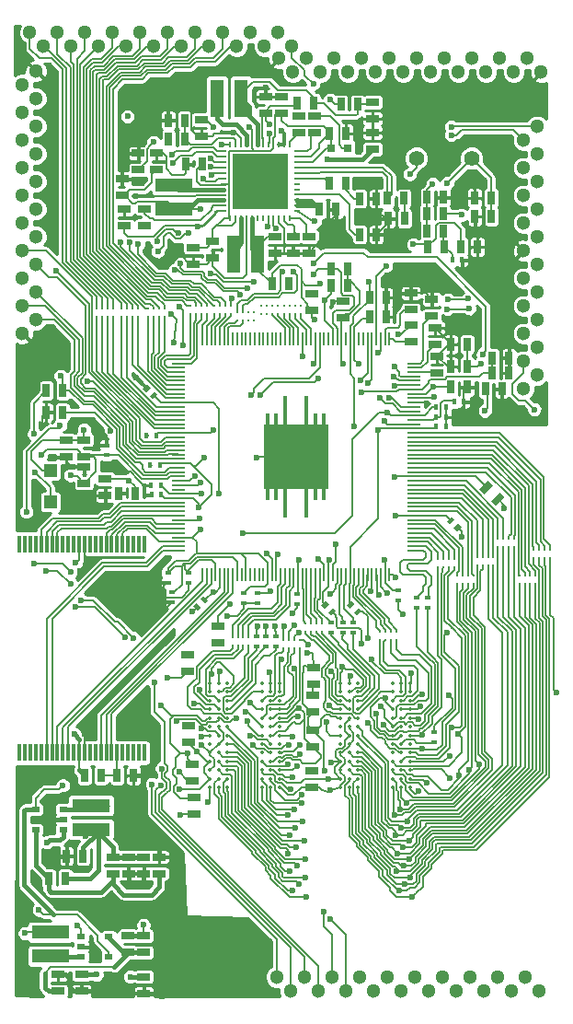
<source format=gtl>
G04 (created by PCBNEW (2013-04-04 BZR 4007)-stable) date Срд 10 Апр 2013 22:20:27*
%MOIN*%
G04 Gerber Fmt 3.4, Leading zero omitted, Abs format*
%FSLAX34Y34*%
G01*
G70*
G90*
G04 APERTURE LIST*
%ADD10C,0.006*%
%ADD11C,0.056*%
%ADD12R,0.025X0.045*%
%ADD13R,0.045X0.025*%
%ADD14R,0.0472X0.0472*%
%ADD15R,0.0314X0.0314*%
%ADD16R,0.03X0.02*%
%ADD17R,0.0118X0.0629*%
%ADD18R,0.00787402X0.00984252*%
%ADD19R,0.0511811X0.137795*%
%ADD20R,0.137795X0.0511811*%
%ADD21R,0.0236X0.0157*%
%ADD22R,0.0157X0.0236*%
%ADD23C,0.0135827*%
%ADD24C,0.0511811*%
%ADD25R,0.0078X0.0511*%
%ADD26R,0.0511X0.0078*%
%ADD27R,0.2362X0.2362*%
%ADD28R,0.0859X0.2362*%
%ADD29R,0.016X0.2362*%
%ADD30R,0.0236X0.0098*%
%ADD31R,0.0098X0.0236*%
%ADD32R,0.2008X0.2008*%
%ADD33C,0.0748031*%
%ADD34R,0.0255906X0.0748031*%
%ADD35R,0.0748031X0.0255906*%
%ADD36R,0.0255906X0.0255906*%
%ADD37C,0.023622*%
%ADD38C,0.00590551*%
%ADD39C,0.015748*%
%ADD40C,0.011811*%
%ADD41C,0.00787402*%
%ADD42C,0.01*%
G04 APERTURE END LIST*
G54D10*
G54D11*
X51059Y-25019D03*
X49059Y-25019D03*
G54D12*
X37022Y-47362D03*
X37622Y-47362D03*
G54D13*
X45354Y-23499D03*
X45354Y-24099D03*
X36358Y-35231D03*
X36358Y-35831D03*
X39173Y-50310D03*
X39173Y-50910D03*
G54D12*
X38203Y-47362D03*
X38803Y-47362D03*
G54D14*
X35787Y-36318D03*
X35787Y-37460D03*
G54D15*
X45964Y-24645D03*
X46554Y-24645D03*
G54D13*
X40750Y-43600D03*
X40750Y-43000D03*
G54D12*
X50063Y-28208D03*
X49463Y-28208D03*
G54D13*
X38602Y-53764D03*
X38602Y-53164D03*
X44803Y-23499D03*
X44803Y-24099D03*
G54D12*
X35644Y-33425D03*
X36244Y-33425D03*
X49444Y-27657D03*
X50044Y-27657D03*
X46481Y-25905D03*
X45881Y-25905D03*
X35625Y-34212D03*
X36225Y-34212D03*
G54D13*
X44586Y-28449D03*
X44586Y-27849D03*
X37007Y-35211D03*
X37007Y-35811D03*
X38976Y-24837D03*
X38976Y-25437D03*
G54D12*
X46579Y-29015D03*
X45979Y-29015D03*
X45339Y-23031D03*
X44739Y-23031D03*
X46579Y-29606D03*
X45979Y-29606D03*
X40074Y-24330D03*
X40674Y-24330D03*
X48608Y-26471D03*
X48008Y-26471D03*
X35723Y-51082D03*
X36323Y-51082D03*
G54D13*
X39724Y-50310D03*
X39724Y-50910D03*
X41875Y-41950D03*
X41875Y-42550D03*
X36063Y-54570D03*
X36063Y-55170D03*
X40984Y-48764D03*
X40984Y-48164D03*
X40944Y-46944D03*
X40944Y-47544D03*
X45157Y-28449D03*
X45157Y-27849D03*
X44173Y-22790D03*
X44173Y-23390D03*
G54D12*
X40054Y-23641D03*
X40654Y-23641D03*
X46146Y-26870D03*
X45546Y-26870D03*
G54D13*
X45295Y-45063D03*
X45295Y-44463D03*
X45295Y-46323D03*
X45295Y-45723D03*
X45314Y-43440D03*
X45314Y-44040D03*
X45255Y-47180D03*
X45255Y-47780D03*
X43582Y-22790D03*
X43582Y-23390D03*
G54D12*
X47603Y-26476D03*
X47003Y-26476D03*
G54D13*
X40800Y-46150D03*
X40800Y-45550D03*
G54D12*
X48026Y-27204D03*
X48626Y-27204D03*
X51156Y-26456D03*
X51756Y-26456D03*
X46500Y-24114D03*
X45900Y-24114D03*
X51176Y-27125D03*
X51776Y-27125D03*
X49444Y-26437D03*
X50044Y-26437D03*
X50664Y-28228D03*
X51264Y-28228D03*
X49424Y-27027D03*
X50024Y-27027D03*
G54D10*
G36*
X51345Y-37003D02*
X51663Y-36685D01*
X51840Y-36862D01*
X51522Y-37180D01*
X51345Y-37003D01*
X51345Y-37003D01*
G37*
G36*
X51769Y-37427D02*
X52087Y-37109D01*
X52264Y-37286D01*
X51946Y-37604D01*
X51769Y-37427D01*
X51769Y-37427D01*
G37*
G54D13*
X37775Y-37229D03*
X37775Y-36629D03*
G54D12*
X38262Y-37145D03*
X38862Y-37145D03*
X47950Y-30050D03*
X47350Y-30050D03*
G54D13*
X45275Y-29916D03*
X45275Y-30516D03*
X46400Y-30800D03*
X46400Y-30200D03*
G54D12*
X50300Y-33300D03*
X50900Y-33300D03*
X50290Y-31751D03*
X50890Y-31751D03*
X52406Y-32244D03*
X51806Y-32244D03*
X52406Y-32795D03*
X51806Y-32795D03*
X51550Y-33366D03*
X52150Y-33366D03*
X47950Y-30750D03*
X47350Y-30750D03*
G54D13*
X49803Y-32780D03*
X49803Y-32180D03*
X48850Y-31650D03*
X48850Y-31050D03*
X48850Y-30500D03*
X48850Y-29900D03*
X49724Y-31756D03*
X49724Y-31156D03*
G54D12*
X50290Y-32559D03*
X50890Y-32559D03*
G54D13*
X47460Y-23587D03*
X47460Y-22987D03*
G54D12*
X46314Y-23070D03*
X46914Y-23070D03*
G54D13*
X37007Y-36776D03*
X37007Y-36176D03*
X41259Y-23617D03*
X41259Y-24217D03*
G54D12*
X41284Y-25236D03*
X40684Y-25236D03*
G54D13*
X38385Y-25762D03*
X38385Y-26362D03*
X39625Y-24837D03*
X39625Y-25437D03*
X41673Y-28026D03*
X41673Y-28626D03*
G54D12*
X44414Y-29566D03*
X43814Y-29566D03*
G54D13*
X43937Y-28449D03*
X43937Y-27849D03*
G54D12*
X47003Y-27775D03*
X47603Y-27775D03*
G54D13*
X38464Y-27465D03*
X38464Y-26865D03*
X47460Y-24689D03*
X47460Y-24089D03*
X39212Y-26845D03*
X39212Y-27445D03*
X39163Y-53770D03*
X39163Y-53170D03*
X36913Y-55170D03*
X36913Y-54570D03*
X39173Y-55240D03*
X39173Y-54640D03*
X49606Y-30713D03*
X49606Y-30113D03*
X38051Y-50910D03*
X38051Y-50310D03*
X38622Y-50910D03*
X38622Y-50310D03*
G54D12*
X36373Y-50275D03*
X36973Y-50275D03*
G54D13*
X40964Y-28243D03*
X40964Y-28843D03*
G54D16*
X36248Y-49331D03*
X36248Y-48581D03*
X35248Y-49331D03*
X36248Y-48956D03*
X35248Y-48581D03*
X36901Y-53187D03*
X36901Y-53937D03*
X37901Y-53187D03*
X36901Y-53562D03*
X37901Y-53937D03*
G54D17*
X34666Y-46534D03*
X34863Y-46534D03*
X35059Y-46534D03*
X35256Y-46534D03*
X35453Y-46534D03*
X35650Y-46534D03*
X35847Y-46534D03*
X36044Y-46534D03*
X36241Y-46534D03*
X36437Y-46534D03*
X36634Y-46534D03*
X36831Y-46534D03*
X37027Y-46534D03*
X37224Y-46534D03*
X37421Y-46534D03*
X37617Y-46534D03*
X37814Y-46534D03*
X38011Y-46534D03*
X38208Y-46534D03*
X38405Y-46534D03*
X38602Y-46534D03*
X38799Y-46534D03*
X38995Y-46534D03*
X39192Y-46534D03*
X39192Y-38976D03*
X38995Y-38976D03*
X38799Y-38976D03*
X38602Y-38976D03*
X38405Y-38976D03*
X38208Y-38976D03*
X38011Y-38976D03*
X37814Y-38976D03*
X37617Y-38976D03*
X37421Y-38976D03*
X37224Y-38976D03*
X37027Y-38976D03*
X36831Y-38976D03*
X36634Y-38976D03*
X36437Y-38976D03*
X36241Y-38976D03*
X36044Y-38976D03*
X35847Y-38976D03*
X35650Y-38976D03*
X35453Y-38976D03*
X35256Y-38976D03*
X35059Y-38976D03*
X34863Y-38976D03*
X34666Y-38976D03*
G54D18*
X42975Y-42352D03*
X42778Y-42352D03*
X42581Y-42352D03*
X42385Y-42352D03*
X42385Y-42647D03*
X42581Y-42647D03*
X42778Y-42647D03*
X42975Y-42647D03*
X43424Y-30647D03*
X43621Y-30647D03*
X43818Y-30647D03*
X44014Y-30647D03*
X44014Y-30352D03*
X43818Y-30352D03*
X43621Y-30352D03*
X43424Y-30352D03*
X42578Y-30875D03*
X42775Y-30875D03*
X42972Y-30875D03*
X43169Y-30875D03*
X43169Y-30580D03*
X42972Y-30580D03*
X42775Y-30580D03*
X42578Y-30580D03*
X41724Y-30647D03*
X41921Y-30647D03*
X42118Y-30647D03*
X42314Y-30647D03*
X42314Y-30352D03*
X42118Y-30352D03*
X41921Y-30352D03*
X41724Y-30352D03*
X40874Y-30647D03*
X41071Y-30647D03*
X41268Y-30647D03*
X41464Y-30647D03*
X41464Y-30352D03*
X41268Y-30352D03*
X41071Y-30352D03*
X40874Y-30352D03*
X39324Y-30747D03*
X39521Y-30747D03*
X39718Y-30747D03*
X39914Y-30747D03*
X39914Y-30452D03*
X39718Y-30452D03*
X39521Y-30452D03*
X39324Y-30452D03*
X38374Y-30747D03*
X38571Y-30747D03*
X38768Y-30747D03*
X38964Y-30747D03*
X38964Y-30452D03*
X38768Y-30452D03*
X38571Y-30452D03*
X38374Y-30452D03*
X37474Y-30747D03*
X37671Y-30747D03*
X37868Y-30747D03*
X38064Y-30747D03*
X38064Y-30452D03*
X37868Y-30452D03*
X37671Y-30452D03*
X37474Y-30452D03*
X44274Y-30647D03*
X44471Y-30647D03*
X44668Y-30647D03*
X44864Y-30647D03*
X44864Y-30352D03*
X44668Y-30352D03*
X44471Y-30352D03*
X44274Y-30352D03*
X51845Y-39467D03*
X51648Y-39467D03*
X51451Y-39467D03*
X51255Y-39467D03*
X51255Y-39762D03*
X51451Y-39762D03*
X51648Y-39762D03*
X51845Y-39762D03*
X48325Y-42152D03*
X48128Y-42152D03*
X47931Y-42152D03*
X47735Y-42152D03*
X47735Y-42447D03*
X47931Y-42447D03*
X48128Y-42447D03*
X48325Y-42447D03*
X45625Y-41852D03*
X45428Y-41852D03*
X45231Y-41852D03*
X45035Y-41852D03*
X45035Y-42147D03*
X45231Y-42147D03*
X45428Y-42147D03*
X45625Y-42147D03*
X44825Y-42452D03*
X44628Y-42452D03*
X44431Y-42452D03*
X44235Y-42452D03*
X44235Y-42747D03*
X44431Y-42747D03*
X44628Y-42747D03*
X44825Y-42747D03*
X52600Y-38777D03*
X52403Y-38777D03*
X52206Y-38777D03*
X52010Y-38777D03*
X52010Y-39072D03*
X52206Y-39072D03*
X52403Y-39072D03*
X52600Y-39072D03*
X50433Y-39537D03*
X50236Y-39537D03*
X50039Y-39537D03*
X49842Y-39537D03*
X49842Y-39832D03*
X50039Y-39832D03*
X50236Y-39832D03*
X50433Y-39832D03*
X51115Y-40117D03*
X50918Y-40117D03*
X50721Y-40117D03*
X50525Y-40117D03*
X50525Y-40412D03*
X50721Y-40412D03*
X50918Y-40412D03*
X51115Y-40412D03*
X53375Y-40127D03*
X53178Y-40127D03*
X52981Y-40127D03*
X52785Y-40127D03*
X52785Y-40422D03*
X52981Y-40422D03*
X53178Y-40422D03*
X53375Y-40422D03*
X53900Y-39202D03*
X53703Y-39202D03*
X53506Y-39202D03*
X53310Y-39202D03*
X53310Y-39497D03*
X53506Y-39497D03*
X53703Y-39497D03*
X53900Y-39497D03*
G54D19*
X41830Y-22854D03*
X42696Y-22854D03*
G54D20*
X40275Y-25984D03*
X40275Y-26850D03*
G54D19*
X42421Y-28484D03*
X43287Y-28484D03*
G54D20*
X35787Y-53897D03*
X35787Y-53031D03*
X37263Y-48444D03*
X37263Y-49311D03*
G54D21*
X49075Y-41277D03*
X49075Y-40923D03*
X49475Y-41277D03*
X49475Y-40923D03*
X43600Y-42677D03*
X43600Y-42323D03*
X43950Y-42677D03*
X43950Y-42323D03*
X46771Y-42184D03*
X46771Y-41830D03*
X43250Y-42323D03*
X43250Y-42677D03*
X45950Y-41823D03*
X45950Y-42177D03*
X46397Y-42184D03*
X46397Y-41830D03*
X49704Y-46141D03*
X49704Y-45787D03*
G54D10*
G36*
X45610Y-41202D02*
X45777Y-41035D01*
X45888Y-41146D01*
X45721Y-41313D01*
X45610Y-41202D01*
X45610Y-41202D01*
G37*
G36*
X45861Y-41453D02*
X46028Y-41286D01*
X46139Y-41397D01*
X45972Y-41564D01*
X45861Y-41453D01*
X45861Y-41453D01*
G37*
G54D21*
X48405Y-40669D03*
X48405Y-41023D03*
G54D22*
X50354Y-28700D03*
X50708Y-28700D03*
X39271Y-35039D03*
X39625Y-35039D03*
G54D10*
G36*
X47064Y-41397D02*
X46897Y-41564D01*
X46786Y-41453D01*
X46953Y-41286D01*
X47064Y-41397D01*
X47064Y-41397D01*
G37*
G36*
X46813Y-41146D02*
X46646Y-41313D01*
X46535Y-41202D01*
X46702Y-41035D01*
X46813Y-41146D01*
X46813Y-41146D01*
G37*
G54D22*
X50117Y-34724D03*
X49763Y-34724D03*
X39783Y-36850D03*
X39429Y-36850D03*
G54D10*
G36*
X39673Y-33561D02*
X39506Y-33728D01*
X39395Y-33617D01*
X39562Y-33450D01*
X39673Y-33561D01*
X39673Y-33561D01*
G37*
G36*
X39423Y-33311D02*
X39256Y-33478D01*
X39145Y-33367D01*
X39312Y-33200D01*
X39423Y-33311D01*
X39423Y-33311D01*
G37*
G54D21*
X37814Y-35767D03*
X37814Y-35413D03*
G54D22*
X50117Y-34035D03*
X49763Y-34035D03*
X50117Y-34389D03*
X49763Y-34389D03*
X50767Y-33838D03*
X50413Y-33838D03*
X39448Y-37200D03*
X39802Y-37200D03*
G54D21*
X40800Y-40377D03*
X40800Y-40023D03*
X40050Y-40377D03*
X40050Y-40023D03*
X40200Y-41077D03*
X40200Y-40723D03*
G54D22*
X39409Y-36122D03*
X39763Y-36122D03*
G54D21*
X44725Y-40798D03*
X44725Y-41152D03*
G54D10*
G36*
X50160Y-38152D02*
X50327Y-37985D01*
X50438Y-38096D01*
X50271Y-38263D01*
X50160Y-38152D01*
X50160Y-38152D01*
G37*
G36*
X50411Y-38403D02*
X50578Y-38236D01*
X50689Y-38347D01*
X50522Y-38514D01*
X50411Y-38403D01*
X50411Y-38403D01*
G37*
G36*
X41337Y-40857D02*
X41504Y-41024D01*
X41393Y-41135D01*
X41226Y-40968D01*
X41337Y-40857D01*
X41337Y-40857D01*
G37*
G36*
X41087Y-41108D02*
X41253Y-41275D01*
X41142Y-41386D01*
X40976Y-41219D01*
X41087Y-41108D01*
X41087Y-41108D01*
G37*
G54D21*
X43307Y-40767D03*
X43307Y-41121D03*
X42795Y-41121D03*
X42795Y-40767D03*
G54D23*
X41574Y-44015D03*
X41889Y-44015D03*
X42204Y-44015D03*
X43464Y-44015D03*
X43779Y-44015D03*
X44094Y-44015D03*
X41574Y-44330D03*
X41889Y-44330D03*
X42204Y-44330D03*
X43464Y-44330D03*
X43779Y-44330D03*
X44094Y-44330D03*
X41574Y-44645D03*
X41889Y-44645D03*
X42204Y-44645D03*
X43464Y-44645D03*
X43779Y-44645D03*
X44094Y-44645D03*
X41574Y-44960D03*
X41889Y-44960D03*
X42204Y-44960D03*
X43464Y-44960D03*
X43779Y-44960D03*
X44094Y-44960D03*
X41574Y-45275D03*
X41889Y-45275D03*
X42204Y-45275D03*
X43464Y-45275D03*
X43779Y-45275D03*
X44094Y-45275D03*
X41574Y-45590D03*
X41889Y-45590D03*
X42204Y-45590D03*
X43464Y-45590D03*
X43779Y-45590D03*
X44094Y-45590D03*
X41574Y-45905D03*
X41889Y-45905D03*
X42204Y-45905D03*
X43464Y-45905D03*
X43779Y-45905D03*
X44094Y-45905D03*
X41574Y-46220D03*
X41889Y-46220D03*
X42204Y-46220D03*
X43464Y-46220D03*
X43779Y-46220D03*
X44094Y-46220D03*
X41574Y-46535D03*
X41889Y-46535D03*
X42204Y-46535D03*
X43464Y-46535D03*
X43779Y-46535D03*
X44094Y-46535D03*
X41574Y-46850D03*
X41889Y-46850D03*
X42204Y-46850D03*
X43464Y-46850D03*
X43779Y-46850D03*
X44094Y-46850D03*
X41574Y-47165D03*
X41889Y-47165D03*
X42204Y-47165D03*
X43464Y-47165D03*
X43779Y-47165D03*
X44094Y-47165D03*
X41574Y-47480D03*
X41889Y-47480D03*
X42204Y-47480D03*
X43464Y-47480D03*
X43779Y-47480D03*
X44094Y-47480D03*
X41574Y-47795D03*
X41889Y-47795D03*
X42204Y-47795D03*
X43464Y-47795D03*
X43779Y-47795D03*
X44094Y-47795D03*
X46299Y-44015D03*
X46614Y-44015D03*
X46929Y-44015D03*
X48189Y-44015D03*
X48504Y-44015D03*
X48819Y-44015D03*
X46299Y-44330D03*
X46614Y-44330D03*
X46929Y-44330D03*
X48189Y-44330D03*
X48504Y-44330D03*
X48819Y-44330D03*
X46299Y-44645D03*
X46614Y-44645D03*
X46929Y-44645D03*
X48189Y-44645D03*
X48504Y-44645D03*
X48819Y-44645D03*
X46299Y-44960D03*
X46614Y-44960D03*
X46929Y-44960D03*
X48189Y-44960D03*
X48504Y-44960D03*
X48819Y-44960D03*
X46299Y-45275D03*
X46614Y-45275D03*
X46929Y-45275D03*
X48189Y-45275D03*
X48504Y-45275D03*
X48819Y-45275D03*
X46299Y-45590D03*
X46614Y-45590D03*
X46929Y-45590D03*
X48189Y-45590D03*
X48504Y-45590D03*
X48819Y-45590D03*
X46299Y-45905D03*
X46614Y-45905D03*
X46929Y-45905D03*
X48189Y-45905D03*
X48504Y-45905D03*
X48819Y-45905D03*
X46299Y-46220D03*
X46614Y-46220D03*
X46929Y-46220D03*
X48189Y-46220D03*
X48504Y-46220D03*
X48819Y-46220D03*
X46299Y-46535D03*
X46614Y-46535D03*
X46929Y-46535D03*
X48189Y-46535D03*
X48504Y-46535D03*
X48819Y-46535D03*
X46299Y-46850D03*
X46614Y-46850D03*
X46929Y-46850D03*
X48189Y-46850D03*
X48504Y-46850D03*
X48819Y-46850D03*
X46299Y-47165D03*
X46614Y-47165D03*
X46929Y-47165D03*
X48189Y-47165D03*
X48504Y-47165D03*
X48819Y-47165D03*
X46299Y-47480D03*
X46614Y-47480D03*
X46929Y-47480D03*
X48189Y-47480D03*
X48504Y-47480D03*
X48819Y-47480D03*
X46299Y-47795D03*
X46614Y-47795D03*
X46929Y-47795D03*
X48189Y-47795D03*
X48504Y-47795D03*
X48819Y-47795D03*
G54D24*
X44076Y-21403D03*
X44576Y-21903D03*
X45076Y-21403D03*
X45576Y-21903D03*
X46076Y-21403D03*
X46576Y-21903D03*
X47076Y-21403D03*
X47576Y-21903D03*
X48076Y-21403D03*
X48576Y-21903D03*
X49076Y-21403D03*
X49576Y-21903D03*
X50076Y-21403D03*
X50576Y-21903D03*
X51076Y-21403D03*
X51576Y-21903D03*
X52076Y-21403D03*
X52576Y-21903D03*
X53076Y-21403D03*
X53576Y-21903D03*
X34769Y-31356D03*
X35269Y-30856D03*
X34769Y-30356D03*
X35269Y-29856D03*
X34769Y-29356D03*
X35269Y-28856D03*
X34769Y-28356D03*
X35269Y-27856D03*
X34769Y-27356D03*
X35269Y-26856D03*
X34769Y-26356D03*
X35269Y-25856D03*
X34769Y-25356D03*
X35269Y-24856D03*
X34769Y-24356D03*
X35269Y-23856D03*
X34769Y-23356D03*
X35269Y-22856D03*
X34769Y-22356D03*
X35269Y-21856D03*
X44545Y-20958D03*
X44045Y-20458D03*
X43545Y-20958D03*
X43045Y-20458D03*
X42545Y-20958D03*
X42045Y-20458D03*
X41545Y-20958D03*
X41045Y-20458D03*
X40545Y-20958D03*
X40045Y-20458D03*
X39545Y-20958D03*
X39045Y-20458D03*
X38545Y-20958D03*
X38045Y-20458D03*
X37545Y-20958D03*
X37045Y-20458D03*
X36545Y-20958D03*
X36045Y-20458D03*
X35545Y-20958D03*
X35045Y-20458D03*
X52938Y-33364D03*
X53438Y-32864D03*
X52938Y-32364D03*
X53438Y-31864D03*
X52938Y-31364D03*
X53438Y-30864D03*
X52938Y-30364D03*
X53438Y-29864D03*
X52938Y-29364D03*
X53438Y-28864D03*
X52938Y-28364D03*
X53438Y-27864D03*
X52938Y-27364D03*
X53438Y-26864D03*
X52938Y-26364D03*
X53438Y-25864D03*
X52938Y-25364D03*
X53438Y-24864D03*
X52938Y-24364D03*
X53438Y-23864D03*
X53482Y-55151D03*
X52982Y-54651D03*
X52482Y-55151D03*
X51982Y-54651D03*
X51482Y-55151D03*
X50982Y-54651D03*
X50482Y-55151D03*
X49982Y-54651D03*
X49482Y-55151D03*
X48982Y-54651D03*
X48482Y-55151D03*
X47982Y-54651D03*
X47482Y-55151D03*
X46982Y-54651D03*
X46482Y-55151D03*
X45982Y-54651D03*
X45482Y-55151D03*
X44982Y-54651D03*
X44482Y-55151D03*
X43982Y-54651D03*
G54D25*
X41300Y-40097D03*
X41457Y-40097D03*
X41615Y-40097D03*
X41772Y-40097D03*
X41930Y-40097D03*
X42087Y-40097D03*
X42245Y-40097D03*
X42402Y-40097D03*
X42560Y-40097D03*
X42717Y-40097D03*
X42874Y-40097D03*
X43032Y-40097D03*
X43189Y-40097D03*
X43347Y-40097D03*
X43504Y-40097D03*
X43662Y-40097D03*
X43819Y-40097D03*
X43977Y-40097D03*
X44134Y-40097D03*
X44292Y-40097D03*
X44449Y-40097D03*
X44607Y-40097D03*
X44763Y-40097D03*
X44921Y-40097D03*
X45078Y-40097D03*
X45236Y-40097D03*
X45393Y-40097D03*
X45551Y-40097D03*
X45708Y-40097D03*
X45866Y-40097D03*
X46023Y-40097D03*
X46181Y-40097D03*
X46338Y-40097D03*
X46496Y-40097D03*
X46653Y-40097D03*
X46810Y-40097D03*
X46968Y-40097D03*
X47125Y-40097D03*
X47283Y-40097D03*
X47440Y-40097D03*
X47598Y-40097D03*
X47755Y-40097D03*
X47913Y-40097D03*
X48070Y-40097D03*
G54D26*
X48956Y-39211D03*
X48956Y-39054D03*
X48956Y-38896D03*
X48956Y-38739D03*
X48956Y-38581D03*
X48956Y-38424D03*
X48956Y-38266D03*
X48956Y-38109D03*
X48956Y-37951D03*
X48956Y-37794D03*
X48956Y-37637D03*
X48956Y-37479D03*
X48956Y-37322D03*
X48956Y-37164D03*
X48956Y-37007D03*
X48956Y-36849D03*
X48956Y-36692D03*
X48956Y-36534D03*
X48956Y-36377D03*
X48956Y-36219D03*
X48956Y-36062D03*
X48956Y-35904D03*
X48956Y-35748D03*
X48956Y-35590D03*
X48956Y-35433D03*
X48956Y-35275D03*
X48956Y-35118D03*
X48956Y-34960D03*
X48956Y-34803D03*
X48956Y-34645D03*
X48956Y-34488D03*
X48956Y-34330D03*
X48956Y-34173D03*
X48956Y-34015D03*
X48956Y-33858D03*
X48956Y-33701D03*
X48956Y-33543D03*
X48956Y-33386D03*
X48956Y-33228D03*
X48956Y-33071D03*
X48956Y-32913D03*
X48956Y-32756D03*
X48956Y-32598D03*
X48956Y-32441D03*
G54D25*
X48070Y-31555D03*
X47913Y-31555D03*
X47755Y-31555D03*
X47598Y-31555D03*
X47440Y-31555D03*
X47283Y-31555D03*
X47125Y-31555D03*
X46968Y-31555D03*
X46810Y-31555D03*
X46653Y-31555D03*
X46496Y-31555D03*
X46338Y-31555D03*
X46181Y-31555D03*
X46023Y-31555D03*
X45866Y-31555D03*
X45708Y-31555D03*
X45551Y-31555D03*
X45393Y-31555D03*
X45236Y-31555D03*
X45078Y-31555D03*
X44921Y-31555D03*
X44763Y-31555D03*
X44607Y-31555D03*
X44449Y-31555D03*
X44292Y-31555D03*
X44134Y-31555D03*
X43977Y-31555D03*
X43819Y-31555D03*
X43662Y-31555D03*
X43504Y-31555D03*
X43347Y-31555D03*
X43189Y-31555D03*
X43032Y-31555D03*
X42874Y-31555D03*
X42717Y-31555D03*
X42560Y-31555D03*
X42402Y-31555D03*
X42245Y-31555D03*
X42087Y-31555D03*
X41930Y-31555D03*
X41772Y-31555D03*
X41615Y-31555D03*
X41457Y-31555D03*
X41300Y-31555D03*
G54D26*
X40414Y-32441D03*
X40414Y-32598D03*
X40414Y-32756D03*
X40414Y-32913D03*
X40414Y-33071D03*
X40414Y-33228D03*
X40414Y-33386D03*
X40414Y-33543D03*
X40414Y-33701D03*
X40414Y-33858D03*
X40414Y-34015D03*
X40414Y-34173D03*
X40414Y-34330D03*
X40414Y-34488D03*
X40414Y-34645D03*
X40414Y-34803D03*
X40414Y-34960D03*
X40414Y-35118D03*
X40414Y-35275D03*
X40414Y-35433D03*
X40414Y-35590D03*
X40414Y-35748D03*
X40414Y-35904D03*
X40414Y-36062D03*
X40414Y-36219D03*
X40414Y-36377D03*
X40414Y-36534D03*
X40414Y-36692D03*
X40414Y-36849D03*
X40414Y-37007D03*
X40414Y-37164D03*
X40414Y-37322D03*
X40414Y-37479D03*
X40414Y-37637D03*
X40414Y-37794D03*
X40414Y-37951D03*
X40414Y-38109D03*
X40414Y-38266D03*
X40414Y-38424D03*
X40414Y-38581D03*
X40414Y-38739D03*
X40414Y-38896D03*
X40414Y-39054D03*
X40414Y-39211D03*
G54D27*
X44685Y-35826D03*
G54D28*
X44685Y-35826D03*
G54D29*
X43662Y-36219D03*
X43977Y-36219D03*
X44292Y-36849D03*
X44292Y-36534D03*
X45078Y-36849D03*
X45078Y-36534D03*
X45708Y-36219D03*
X45393Y-36219D03*
X43662Y-35433D03*
X43977Y-35433D03*
X45708Y-35433D03*
X45393Y-35433D03*
X44292Y-34803D03*
X44292Y-35118D03*
X45078Y-34803D03*
X45078Y-35118D03*
G54D30*
X42047Y-24764D03*
X42047Y-24961D03*
X42047Y-25158D03*
X42047Y-25355D03*
X42047Y-25551D03*
X42047Y-25748D03*
X42047Y-25945D03*
X42047Y-26142D03*
X42047Y-26339D03*
X42047Y-26536D03*
X42047Y-26733D03*
X42047Y-26929D03*
X44723Y-25353D03*
X44723Y-25157D03*
X44723Y-24960D03*
X44723Y-24763D03*
G54D31*
X43090Y-27185D03*
X43286Y-27185D03*
X43483Y-27185D03*
X43680Y-27185D03*
X43877Y-27185D03*
X44074Y-27185D03*
X44271Y-27185D03*
X44468Y-27185D03*
G54D32*
X43385Y-25846D03*
G54D31*
X42303Y-27185D03*
X42500Y-27185D03*
X42697Y-27185D03*
X42893Y-27185D03*
G54D30*
X44723Y-26928D03*
X44724Y-26731D03*
X44724Y-26535D03*
X44724Y-26338D03*
X44724Y-26141D03*
X44724Y-25944D03*
X44724Y-25747D03*
X44724Y-25550D03*
G54D31*
X44468Y-24508D03*
X44271Y-24508D03*
X44074Y-24508D03*
X43878Y-24508D03*
X43681Y-24508D03*
X43484Y-24508D03*
X43287Y-24508D03*
X43090Y-24508D03*
X42893Y-24508D03*
X42696Y-24508D03*
X42500Y-24508D03*
X42303Y-24508D03*
G54D33*
X43385Y-25846D03*
G54D34*
X43835Y-25846D03*
X44085Y-25846D03*
X42935Y-25846D03*
X42685Y-25846D03*
G54D35*
X43385Y-26346D03*
X43385Y-26596D03*
X43385Y-25346D03*
X43385Y-25096D03*
G54D36*
X42885Y-25346D03*
X43885Y-25346D03*
X43885Y-26346D03*
X42885Y-26346D03*
G54D37*
X48011Y-34212D03*
X46397Y-32460D03*
X46948Y-32460D03*
X37007Y-34842D03*
X41692Y-40708D03*
X42755Y-38602D03*
X41909Y-37165D03*
X37066Y-49547D03*
X36653Y-45866D03*
X36712Y-39665D03*
X41259Y-37145D03*
X44173Y-24035D03*
X47401Y-40698D03*
X44271Y-41948D03*
X44645Y-41909D03*
X47696Y-40807D03*
X45137Y-42618D03*
X48300Y-40200D03*
X44783Y-42185D03*
X47992Y-40748D03*
X45511Y-39527D03*
X43287Y-41968D03*
X46122Y-38976D03*
X43602Y-41968D03*
X45944Y-40787D03*
X43937Y-41948D03*
X44409Y-50177D03*
X48366Y-50177D03*
X44507Y-47854D03*
X50964Y-47165D03*
X44429Y-46259D03*
X49271Y-46397D03*
X48464Y-48582D03*
X44645Y-48582D03*
X50551Y-45866D03*
X44409Y-46948D03*
X45039Y-51062D03*
X48818Y-51062D03*
X48248Y-48799D03*
X44409Y-48799D03*
X44744Y-50610D03*
X48582Y-50610D03*
X45039Y-50393D03*
X48799Y-50393D03*
X44566Y-47421D03*
X50610Y-47362D03*
X48346Y-50826D03*
X44448Y-50826D03*
X44901Y-48070D03*
X51318Y-46968D03*
X45078Y-51771D03*
X48897Y-51771D03*
X48700Y-48366D03*
X44901Y-48366D03*
X44803Y-51299D03*
X48622Y-51299D03*
X48562Y-49940D03*
X44685Y-49940D03*
X50334Y-45610D03*
X44822Y-46574D03*
X48799Y-49724D03*
X44980Y-49724D03*
X44665Y-49251D03*
X48503Y-49251D03*
X47775Y-44842D03*
X42874Y-45039D03*
X44547Y-45964D03*
X49271Y-45885D03*
X42913Y-45393D03*
X47598Y-45137D03*
X54133Y-44370D03*
X41259Y-45944D03*
X45807Y-45413D03*
X48740Y-49035D03*
X44921Y-49035D03*
X48425Y-51535D03*
X44566Y-51535D03*
X48287Y-49507D03*
X44448Y-49507D03*
X41358Y-35846D03*
X38641Y-36673D03*
X41240Y-26870D03*
X41161Y-37657D03*
X41220Y-38444D03*
X41200Y-38051D03*
X41692Y-34862D03*
X46791Y-34724D03*
X47657Y-34862D03*
X45551Y-29547D03*
X47322Y-29488D03*
X45354Y-30866D03*
X44940Y-32204D03*
X43661Y-27480D03*
X35669Y-49783D03*
X37342Y-34488D03*
X43248Y-35846D03*
X40492Y-28503D03*
X45748Y-27480D03*
X48405Y-31397D03*
X50708Y-38720D03*
X52244Y-37696D03*
X35511Y-34704D03*
X38897Y-32952D03*
X38346Y-36358D03*
X44547Y-41476D03*
X42204Y-41574D03*
X48562Y-41515D03*
X47283Y-42381D03*
X47047Y-42578D03*
X45275Y-44074D03*
X39881Y-41397D03*
X40925Y-41437D03*
X50236Y-44468D03*
X50688Y-26496D03*
X41003Y-44744D03*
X41633Y-43681D03*
X39232Y-47381D03*
X44625Y-43503D03*
X43720Y-43622D03*
X40452Y-47224D03*
X44842Y-46259D03*
X44724Y-47007D03*
X45944Y-47893D03*
X46377Y-43405D03*
X47854Y-45531D03*
X50275Y-47440D03*
X50177Y-42185D03*
X49133Y-47933D03*
X49429Y-33897D03*
X43582Y-22460D03*
X46023Y-30216D03*
X42421Y-24074D03*
X38897Y-26377D03*
X39862Y-55354D03*
X37480Y-55059D03*
X37421Y-53779D03*
X39665Y-49901D03*
X39114Y-51358D03*
X35944Y-50236D03*
X35748Y-49173D03*
X36850Y-39960D03*
X37027Y-45846D03*
X44763Y-45236D03*
X49271Y-44429D03*
X41496Y-48307D03*
X41259Y-46240D03*
X45905Y-44822D03*
X47440Y-43149D03*
X49192Y-44862D03*
X53326Y-34114D03*
X47736Y-33700D03*
X47893Y-34527D03*
X48051Y-33681D03*
X49645Y-25944D03*
X35196Y-35000D03*
X35236Y-36377D03*
X43720Y-23799D03*
X45925Y-22893D03*
X51397Y-32440D03*
X49685Y-33641D03*
X37972Y-34901D03*
X47047Y-33484D03*
X42303Y-41161D03*
X43641Y-39330D03*
X51535Y-34153D03*
X48248Y-33248D03*
X48937Y-28129D03*
X48248Y-32559D03*
X50688Y-27066D03*
X48228Y-32913D03*
X48818Y-25590D03*
X47952Y-28917D03*
X50177Y-25905D03*
X47677Y-32066D03*
X43031Y-45925D03*
X40039Y-43818D03*
X39803Y-44822D03*
X45098Y-42913D03*
X40748Y-46555D03*
X43129Y-46240D03*
X47293Y-45442D03*
X45728Y-47204D03*
X42007Y-24527D03*
X36161Y-32893D03*
X35629Y-39940D03*
X36515Y-40413D03*
X36712Y-41259D03*
X38484Y-42362D03*
X39468Y-47677D03*
X39822Y-47106D03*
X43051Y-33602D03*
X45314Y-32460D03*
X45492Y-32992D03*
X43405Y-33582D03*
X39547Y-43976D03*
X45688Y-52303D03*
X41220Y-36751D03*
X45925Y-52559D03*
X41023Y-36515D03*
X38346Y-28070D03*
X38661Y-28070D03*
X38976Y-28110D03*
X42362Y-30078D03*
X45314Y-22322D03*
X50314Y-23877D03*
X44212Y-29114D03*
X50314Y-24173D03*
X44586Y-29133D03*
X40275Y-31692D03*
X40157Y-30649D03*
X37125Y-33090D03*
X35984Y-29094D03*
X39665Y-28031D03*
X41633Y-25629D03*
X40433Y-27716D03*
X41594Y-25019D03*
X36515Y-36496D03*
X45374Y-27303D03*
X39783Y-47716D03*
X38799Y-42381D03*
X36909Y-41023D03*
X36515Y-40000D03*
X35196Y-39704D03*
X35452Y-35767D03*
X36240Y-47716D03*
X43956Y-27539D03*
X35374Y-52224D03*
X41712Y-23897D03*
X42992Y-23877D03*
X34921Y-37814D03*
X36141Y-34685D03*
X41594Y-25334D03*
X39527Y-24429D03*
X44035Y-39350D03*
X43759Y-40688D03*
X40511Y-28838D03*
X40216Y-25196D03*
X42933Y-29724D03*
X45314Y-29212D03*
X42677Y-29940D03*
X45728Y-30157D03*
X40196Y-24881D03*
X40295Y-29055D03*
X39685Y-28385D03*
X41338Y-25748D03*
X40787Y-27736D03*
X40452Y-30374D03*
X40590Y-31791D03*
X47303Y-33169D03*
X50177Y-30472D03*
X50964Y-30452D03*
X47027Y-33051D03*
X50196Y-30137D03*
X50944Y-30098D03*
X40492Y-48779D03*
X49114Y-45334D03*
X47933Y-44547D03*
X41929Y-43582D03*
X41200Y-44271D03*
X42519Y-45275D03*
X43031Y-44724D03*
X44153Y-43169D03*
X50255Y-46653D03*
X49429Y-47637D03*
X45850Y-47500D03*
X38681Y-54645D03*
X40472Y-47854D03*
X44803Y-44921D03*
X40354Y-45393D03*
X41100Y-46500D03*
X41279Y-45649D03*
X45964Y-43602D03*
X45950Y-46900D03*
X48850Y-43650D03*
X46673Y-43740D03*
X47900Y-39550D03*
X44800Y-39550D03*
X45900Y-39550D03*
X48300Y-37950D03*
X48250Y-36550D03*
X37463Y-54570D03*
X39163Y-52770D03*
X34862Y-53070D03*
X36751Y-52775D03*
X41594Y-29173D03*
X41141Y-27500D03*
X43149Y-29488D03*
X45314Y-28818D03*
X49665Y-33287D03*
X51456Y-32106D03*
X38582Y-23503D03*
X43720Y-24114D03*
X45826Y-25059D03*
G54D38*
X46338Y-31555D02*
X46338Y-32401D01*
X46338Y-32401D02*
X46397Y-32460D01*
X46810Y-32321D02*
X46948Y-32460D01*
X46810Y-32321D02*
X46810Y-31555D01*
X46579Y-29015D02*
X46579Y-29606D01*
X35787Y-36318D02*
X35491Y-36318D01*
X35496Y-35231D02*
X36358Y-35231D01*
X35098Y-35629D02*
X35496Y-35231D01*
X35098Y-35925D02*
X35098Y-35629D01*
X35491Y-36318D02*
X35098Y-35925D01*
X36358Y-35231D02*
X36988Y-35231D01*
X36988Y-35231D02*
X37007Y-35211D01*
X37007Y-35211D02*
X37007Y-34842D01*
X41365Y-40996D02*
X41404Y-40996D01*
X41404Y-40996D02*
X41692Y-40708D01*
X41930Y-40570D02*
X41792Y-40708D01*
X41614Y-40708D02*
X41692Y-40708D01*
X41792Y-40708D02*
X41692Y-40708D01*
X47696Y-34212D02*
X46732Y-35177D01*
X46732Y-35177D02*
X46732Y-37952D01*
X46732Y-37952D02*
X46082Y-38602D01*
X46082Y-38602D02*
X42755Y-38602D01*
X48129Y-34330D02*
X48956Y-34330D01*
X48129Y-34330D02*
X48011Y-34212D01*
X48011Y-34212D02*
X47696Y-34212D01*
X41693Y-33858D02*
X41909Y-34074D01*
X41909Y-34074D02*
X41909Y-37165D01*
X41693Y-33858D02*
X40414Y-33858D01*
G54D39*
X36831Y-46043D02*
X36653Y-45866D01*
G54D38*
X36831Y-46043D02*
X36831Y-46534D01*
X36831Y-38976D02*
X36831Y-39546D01*
X36831Y-39546D02*
X36712Y-39665D01*
X41240Y-37164D02*
X41259Y-37145D01*
X41240Y-37164D02*
X40414Y-37164D01*
X36831Y-46534D02*
X36831Y-47170D01*
G54D39*
X36831Y-47170D02*
X37022Y-47362D01*
G54D38*
X48956Y-34330D02*
X49350Y-34330D01*
X49350Y-34330D02*
X49645Y-34035D01*
X49645Y-34035D02*
X49763Y-34035D01*
X46400Y-30800D02*
X46400Y-30725D01*
X47007Y-29822D02*
X46685Y-29500D01*
X47007Y-30295D02*
X47007Y-29822D01*
X46633Y-30669D02*
X47007Y-30295D01*
X46456Y-30669D02*
X46633Y-30669D01*
X46400Y-30725D02*
X46456Y-30669D01*
X47350Y-30750D02*
X47273Y-30826D01*
X47273Y-30826D02*
X47106Y-30826D01*
X47106Y-30826D02*
X46810Y-31123D01*
X46810Y-31123D02*
X46810Y-31555D01*
X46400Y-30800D02*
X46338Y-30861D01*
X46338Y-30861D02*
X46338Y-31555D01*
G54D39*
X39173Y-50310D02*
X38622Y-50310D01*
X38622Y-50310D02*
X38051Y-50310D01*
X36973Y-50275D02*
X36973Y-49955D01*
X36973Y-49955D02*
X37519Y-49409D01*
X38051Y-50310D02*
X38051Y-49940D01*
X38051Y-49940D02*
X37519Y-49409D01*
X36323Y-51082D02*
X37224Y-51082D01*
X37519Y-50787D02*
X37519Y-49409D01*
X37224Y-51082D02*
X37519Y-50787D01*
G54D38*
X40414Y-37164D02*
X40097Y-37164D01*
X39960Y-37027D02*
X39783Y-36850D01*
X39960Y-37027D02*
X39960Y-37027D01*
X40097Y-37164D02*
X39960Y-37027D01*
X40414Y-33858D02*
X39803Y-33858D01*
X39803Y-33858D02*
X39534Y-33589D01*
G54D10*
X41930Y-40569D02*
X41930Y-40570D01*
X41930Y-40570D02*
X41930Y-40097D01*
G54D38*
X36733Y-49213D02*
X36700Y-49213D01*
G54D40*
X44074Y-24508D02*
X44271Y-24508D01*
X44271Y-24508D02*
X44271Y-24134D01*
X44271Y-24134D02*
X44173Y-24035D01*
G54D10*
X52600Y-38777D02*
X52600Y-38674D01*
X51629Y-36219D02*
X52625Y-37215D01*
X51629Y-36219D02*
X48956Y-36219D01*
X52625Y-38650D02*
X52625Y-37215D01*
X52600Y-38674D02*
X52625Y-38650D01*
X48956Y-38109D02*
X49743Y-38109D01*
X50721Y-39088D02*
X50721Y-40117D01*
X49743Y-38109D02*
X50721Y-39088D01*
X48956Y-38739D02*
X49527Y-38739D01*
X50039Y-39251D02*
X50039Y-39537D01*
X49527Y-38739D02*
X50039Y-39251D01*
X50599Y-37479D02*
X50604Y-37479D01*
X51255Y-39467D02*
X51255Y-39379D01*
X50599Y-37479D02*
X48956Y-37479D01*
X51255Y-38130D02*
X51255Y-39379D01*
X50604Y-37479D02*
X51255Y-38130D01*
X48956Y-38424D02*
X49684Y-38424D01*
X50433Y-39173D02*
X50433Y-39537D01*
X49684Y-38424D02*
X50433Y-39173D01*
X48956Y-35590D02*
X51840Y-35590D01*
X53375Y-39950D02*
X53375Y-40127D01*
X53120Y-39695D02*
X53375Y-39950D01*
X53120Y-36870D02*
X53120Y-39695D01*
X51840Y-35590D02*
X53120Y-36870D01*
X50657Y-37322D02*
X50697Y-37322D01*
X51451Y-39467D02*
X51451Y-39373D01*
X50657Y-37322D02*
X48956Y-37322D01*
X51451Y-38076D02*
X51451Y-39373D01*
X50697Y-37322D02*
X51451Y-38076D01*
X52875Y-37025D02*
X52875Y-39900D01*
X52875Y-39900D02*
X52981Y-40006D01*
X51754Y-35904D02*
X52875Y-37025D01*
X48956Y-35904D02*
X51754Y-35904D01*
X52981Y-40006D02*
X52981Y-40127D01*
X48956Y-36062D02*
X51712Y-36062D01*
X52750Y-37100D02*
X52750Y-40127D01*
X51712Y-36062D02*
X52750Y-37100D01*
X48956Y-38266D02*
X49723Y-38266D01*
X50525Y-40009D02*
X50525Y-40117D01*
X50590Y-39945D02*
X50525Y-40009D01*
X50590Y-39133D02*
X50590Y-39945D01*
X49723Y-38266D02*
X50590Y-39133D01*
X48956Y-35748D02*
X51798Y-35748D01*
X53178Y-39978D02*
X53178Y-40127D01*
X53000Y-39800D02*
X53178Y-39978D01*
X53000Y-36950D02*
X53000Y-39800D01*
X51798Y-35748D02*
X53000Y-36950D01*
X50525Y-37794D02*
X50525Y-37800D01*
X50918Y-39321D02*
X50918Y-40117D01*
X50918Y-38193D02*
X50918Y-39321D01*
X50525Y-37800D02*
X50918Y-38193D01*
X48956Y-37794D02*
X50525Y-37794D01*
X50525Y-37794D02*
X50529Y-37794D01*
X53703Y-39202D02*
X53703Y-39053D01*
X53550Y-38900D02*
X53550Y-38020D01*
X53703Y-39053D02*
X53550Y-38900D01*
X48956Y-35118D02*
X52018Y-35118D01*
X53550Y-36650D02*
X53550Y-38020D01*
X53550Y-38020D02*
X53550Y-38100D01*
X52018Y-35118D02*
X53550Y-36650D01*
X50572Y-37637D02*
X50572Y-37647D01*
X51070Y-39375D02*
X51070Y-40071D01*
X51115Y-40117D02*
X51070Y-40071D01*
X50572Y-37637D02*
X48956Y-37637D01*
X51070Y-38145D02*
X51070Y-39375D01*
X50572Y-37647D02*
X51070Y-38145D01*
X53310Y-39202D02*
X53310Y-39085D01*
X51883Y-35433D02*
X53275Y-36825D01*
X53275Y-36825D02*
X53275Y-38225D01*
X51883Y-35433D02*
X48956Y-35433D01*
X53275Y-39050D02*
X53275Y-38225D01*
X53310Y-39085D02*
X53275Y-39050D01*
X52403Y-38777D02*
X52403Y-38696D01*
X51572Y-36377D02*
X52490Y-37295D01*
X51572Y-36377D02*
X48956Y-36377D01*
X52490Y-38610D02*
X52490Y-37295D01*
X52403Y-38696D02*
X52490Y-38610D01*
X48956Y-38581D02*
X49605Y-38581D01*
X50236Y-39212D02*
X50236Y-39537D01*
X49605Y-38581D02*
X50236Y-39212D01*
X52206Y-38777D02*
X52206Y-38046D01*
X50852Y-36692D02*
X48956Y-36692D01*
X52206Y-38046D02*
X50852Y-36692D01*
X51845Y-39467D02*
X51845Y-38100D01*
X50752Y-37007D02*
X48956Y-37007D01*
X51845Y-38100D02*
X50752Y-37007D01*
X49301Y-40526D02*
X49301Y-40696D01*
X49301Y-40696D02*
X49075Y-40923D01*
X49400Y-40428D02*
X49301Y-40526D01*
X49301Y-40526D02*
X49300Y-40528D01*
X49311Y-39211D02*
X49400Y-39300D01*
X49400Y-39300D02*
X49400Y-39450D01*
X49400Y-39450D02*
X49300Y-39550D01*
X49300Y-39550D02*
X48550Y-39550D01*
X48550Y-39550D02*
X48450Y-39650D01*
X48450Y-39650D02*
X48450Y-40000D01*
X48450Y-40000D02*
X48550Y-40100D01*
X48550Y-40100D02*
X49300Y-40100D01*
X49300Y-40100D02*
X49400Y-40200D01*
X49400Y-40200D02*
X49400Y-40428D01*
X48956Y-39211D02*
X49311Y-39211D01*
X48956Y-38896D02*
X49447Y-38896D01*
X49842Y-39291D02*
X49842Y-39537D01*
X49447Y-38896D02*
X49842Y-39291D01*
X49500Y-40550D02*
X49500Y-40898D01*
X49404Y-39054D02*
X49600Y-39250D01*
X49600Y-39250D02*
X49600Y-39550D01*
X49600Y-39550D02*
X49450Y-39700D01*
X49450Y-39700D02*
X48778Y-39700D01*
X48778Y-39700D02*
X48728Y-39750D01*
X48728Y-39750D02*
X48728Y-39860D01*
X48728Y-39860D02*
X48818Y-39950D01*
X48818Y-39950D02*
X49400Y-39950D01*
X49400Y-39950D02*
X49600Y-40150D01*
X49600Y-40150D02*
X49600Y-40450D01*
X49600Y-40450D02*
X49500Y-40550D01*
X48956Y-39054D02*
X49404Y-39054D01*
X49500Y-40898D02*
X49475Y-40923D01*
X44607Y-40097D02*
X44607Y-40517D01*
X42975Y-41927D02*
X42975Y-42352D01*
X43178Y-41725D02*
X42975Y-41927D01*
X43950Y-41725D02*
X43178Y-41725D01*
X44450Y-41225D02*
X43950Y-41725D01*
X44450Y-40675D02*
X44450Y-41225D01*
X44607Y-40517D02*
X44450Y-40675D01*
G54D38*
X44242Y-41948D02*
X44271Y-41948D01*
G54D10*
X44235Y-42452D02*
X44235Y-41955D01*
G54D38*
X44235Y-41955D02*
X44242Y-41948D01*
G54D10*
X47440Y-40659D02*
X47401Y-40698D01*
X47440Y-40659D02*
X47440Y-40097D01*
X47401Y-40698D02*
X47400Y-40700D01*
X47273Y-40099D02*
X47273Y-40498D01*
X48325Y-42075D02*
X48325Y-42152D01*
X48050Y-41800D02*
X48325Y-42075D01*
X48050Y-41684D02*
X48050Y-41800D01*
X47127Y-40762D02*
X48050Y-41684D01*
X47127Y-40643D02*
X47127Y-40762D01*
X47273Y-40498D02*
X47127Y-40643D01*
X44921Y-40097D02*
X44921Y-40596D01*
X44950Y-41767D02*
X45035Y-41852D01*
X44950Y-40625D02*
X44950Y-41767D01*
X44921Y-40596D02*
X44950Y-40625D01*
X46810Y-40097D02*
X46810Y-40439D01*
X47735Y-42135D02*
X47735Y-42152D01*
X47600Y-42000D02*
X47735Y-42135D01*
X47600Y-41750D02*
X47600Y-42000D01*
X46752Y-40902D02*
X47600Y-41750D01*
X46752Y-40498D02*
X46752Y-40902D01*
X46810Y-40439D02*
X46752Y-40498D01*
X45236Y-40097D02*
X45236Y-40863D01*
X45428Y-41703D02*
X45428Y-41852D01*
X45225Y-41500D02*
X45428Y-41703D01*
X45225Y-40875D02*
X45225Y-41500D01*
X45236Y-40863D02*
X45225Y-40875D01*
X48128Y-42152D02*
X48128Y-42078D01*
X47125Y-40473D02*
X47125Y-40097D01*
X46996Y-40601D02*
X47125Y-40473D01*
X46996Y-40801D02*
X46996Y-40601D01*
X47900Y-41704D02*
X46996Y-40801D01*
X47900Y-41850D02*
X47900Y-41704D01*
X48128Y-42078D02*
X47900Y-41850D01*
X45393Y-40097D02*
X45393Y-40906D01*
X45625Y-41675D02*
X45625Y-41852D01*
X45350Y-41400D02*
X45625Y-41675D01*
X45350Y-40950D02*
X45350Y-41400D01*
X45393Y-40906D02*
X45350Y-40950D01*
X44449Y-40097D02*
X44449Y-40475D01*
X42778Y-41910D02*
X42778Y-42352D01*
X43088Y-41600D02*
X42778Y-41910D01*
X43905Y-41600D02*
X43088Y-41600D01*
X44325Y-41180D02*
X43905Y-41600D01*
X44325Y-40600D02*
X44325Y-41180D01*
X44449Y-40475D02*
X44325Y-40600D01*
G54D38*
X44631Y-41909D02*
X44645Y-41909D01*
G54D10*
X44431Y-42168D02*
X44431Y-42452D01*
G54D38*
X44431Y-42168D02*
X44631Y-41909D01*
X47617Y-40767D02*
X47657Y-40807D01*
G54D10*
X47617Y-40097D02*
X47617Y-40767D01*
X47617Y-40767D02*
X47617Y-40767D01*
X44134Y-40097D02*
X44134Y-40415D01*
X42385Y-41909D02*
X42385Y-42352D01*
X42969Y-41325D02*
X42385Y-41909D01*
X43800Y-41325D02*
X42969Y-41325D01*
X44025Y-41100D02*
X43800Y-41325D01*
X44025Y-40525D02*
X44025Y-41100D01*
X44134Y-40415D02*
X44025Y-40525D01*
G54D38*
X44972Y-42452D02*
X44825Y-42452D01*
X44972Y-42452D02*
X45137Y-42618D01*
G54D10*
X48070Y-40097D02*
X48197Y-40097D01*
X48197Y-40097D02*
X48300Y-40200D01*
X44292Y-40097D02*
X44292Y-40432D01*
X42581Y-41912D02*
X42581Y-42352D01*
X43014Y-41479D02*
X42581Y-41912D01*
X43850Y-41479D02*
X43014Y-41479D01*
X44175Y-41154D02*
X43850Y-41479D01*
X44175Y-40550D02*
X44175Y-41154D01*
X44292Y-40432D02*
X44175Y-40550D01*
G54D38*
X44645Y-42322D02*
X44783Y-42185D01*
X44628Y-42322D02*
X44645Y-42322D01*
X47976Y-40748D02*
X47992Y-40748D01*
G54D10*
X47755Y-40526D02*
X47755Y-40097D01*
G54D38*
X47755Y-40526D02*
X47976Y-40748D01*
G54D10*
X44628Y-42321D02*
X44628Y-42322D01*
X44628Y-42322D02*
X44628Y-42452D01*
X47931Y-42152D02*
X47931Y-42081D01*
X46968Y-40456D02*
X46968Y-40097D01*
X46872Y-40552D02*
X46968Y-40456D01*
X46872Y-40848D02*
X46872Y-40552D01*
X47750Y-41726D02*
X46872Y-40848D01*
X47750Y-41900D02*
X47750Y-41726D01*
X47931Y-42081D02*
X47750Y-41900D01*
X45078Y-40097D02*
X45078Y-41522D01*
X45231Y-41676D02*
X45231Y-41852D01*
X45078Y-41522D02*
X45231Y-41676D01*
G54D38*
X45708Y-39723D02*
X45511Y-39527D01*
X43287Y-41968D02*
X43250Y-42183D01*
X43250Y-42323D02*
X43250Y-42183D01*
X45708Y-39723D02*
X45708Y-40097D01*
G54D10*
X45551Y-40097D02*
X45551Y-40948D01*
X45475Y-41348D02*
X45950Y-41823D01*
X45475Y-41025D02*
X45475Y-41348D01*
X45551Y-40948D02*
X45475Y-41025D01*
G54D38*
X46023Y-40097D02*
X46023Y-39724D01*
X46122Y-39625D02*
X46122Y-38976D01*
X46023Y-39724D02*
X46122Y-39625D01*
X43600Y-41970D02*
X43602Y-41968D01*
X43600Y-41970D02*
X43600Y-42323D01*
X46129Y-40445D02*
X46129Y-40602D01*
X46129Y-40602D02*
X46023Y-40708D01*
X46023Y-40708D02*
X45944Y-40787D01*
G54D10*
X46181Y-40393D02*
X46129Y-40445D01*
X46181Y-40097D02*
X46181Y-40393D01*
X43950Y-42323D02*
X43937Y-41948D01*
X46397Y-41830D02*
X46350Y-41625D01*
X46338Y-40411D02*
X46338Y-40097D01*
X46250Y-40500D02*
X46338Y-40411D01*
X46250Y-41525D02*
X46250Y-40500D01*
X46350Y-41625D02*
X46250Y-41525D01*
X46496Y-40097D02*
X46496Y-40428D01*
X46750Y-41650D02*
X46771Y-41830D01*
X46425Y-41325D02*
X46750Y-41650D01*
X46425Y-40500D02*
X46425Y-41325D01*
X46496Y-40428D02*
X46425Y-40500D01*
X53506Y-39202D02*
X53506Y-39031D01*
X51950Y-35275D02*
X53400Y-36725D01*
X53400Y-36725D02*
X53400Y-38150D01*
X51950Y-35275D02*
X48956Y-35275D01*
X53400Y-38925D02*
X53400Y-38150D01*
X53506Y-39031D02*
X53400Y-38925D01*
X53900Y-39202D02*
X53900Y-39025D01*
X52060Y-34960D02*
X53670Y-36570D01*
X53670Y-36570D02*
X53670Y-38020D01*
X52060Y-34960D02*
X48956Y-34960D01*
X53670Y-38795D02*
X53670Y-38020D01*
X53900Y-39025D02*
X53670Y-38795D01*
X50709Y-37164D02*
X50714Y-37164D01*
X51648Y-39467D02*
X51648Y-39361D01*
X50709Y-37164D02*
X48956Y-37164D01*
X51648Y-38098D02*
X51648Y-39361D01*
X50714Y-37164D02*
X51648Y-38098D01*
X52010Y-38777D02*
X52010Y-38070D01*
X50789Y-36849D02*
X48956Y-36849D01*
X52010Y-38070D02*
X50789Y-36849D01*
G54D38*
X49980Y-49232D02*
X50807Y-49232D01*
X49980Y-49232D02*
X49547Y-49232D01*
X49547Y-49232D02*
X49173Y-49606D01*
X49173Y-49606D02*
X49173Y-49832D01*
X49173Y-49832D02*
X48828Y-50177D01*
X48366Y-50177D02*
X48828Y-50177D01*
X52600Y-41616D02*
X52600Y-39072D01*
X52992Y-42007D02*
X52992Y-46220D01*
X52600Y-41616D02*
X52992Y-42007D01*
X52992Y-47047D02*
X52992Y-46220D01*
X50807Y-49232D02*
X52992Y-47047D01*
X47440Y-48996D02*
X47440Y-49163D01*
X47440Y-47224D02*
X47066Y-46850D01*
X46929Y-46850D02*
X47066Y-46850D01*
X47440Y-48996D02*
X47440Y-47224D01*
X48149Y-49960D02*
X48366Y-50177D01*
X48091Y-49960D02*
X48149Y-49960D01*
X47736Y-49605D02*
X48091Y-49960D01*
X47736Y-49447D02*
X47736Y-49605D01*
X47677Y-49389D02*
X47736Y-49447D01*
X47667Y-49389D02*
X47677Y-49389D01*
X47440Y-49163D02*
X47667Y-49389D01*
X44409Y-50177D02*
X44409Y-50048D01*
X42716Y-48572D02*
X42716Y-47165D01*
X44124Y-49980D02*
X42716Y-48572D01*
X44340Y-49980D02*
X44124Y-49980D01*
X44409Y-50048D02*
X44340Y-49980D01*
X48366Y-50177D02*
X48307Y-50177D01*
X42716Y-47165D02*
X42716Y-47017D01*
X42716Y-47017D02*
X42549Y-46850D01*
X42549Y-46850D02*
X42401Y-46850D01*
X42401Y-46850D02*
X42204Y-46850D01*
X42716Y-47165D02*
X42716Y-47165D01*
X50643Y-41706D02*
X50643Y-41755D01*
X50721Y-40412D02*
X50721Y-40629D01*
X50643Y-40708D02*
X50643Y-41706D01*
X50721Y-40629D02*
X50643Y-40708D01*
X51062Y-47066D02*
X50964Y-47165D01*
X51062Y-42175D02*
X51062Y-47066D01*
X50643Y-41755D02*
X51062Y-42175D01*
X44389Y-47854D02*
X44507Y-47854D01*
X44173Y-47637D02*
X44015Y-47637D01*
X44015Y-47637D02*
X43937Y-47559D01*
X43937Y-47559D02*
X43937Y-47401D01*
X43937Y-47401D02*
X43858Y-47322D01*
X43858Y-47322D02*
X43543Y-47322D01*
X43543Y-47322D02*
X43464Y-47244D01*
X43464Y-47244D02*
X43464Y-47165D01*
X44173Y-47637D02*
X44389Y-47854D01*
X48189Y-47205D02*
X48307Y-47322D01*
X48573Y-47322D02*
X48307Y-47322D01*
X48661Y-47411D02*
X48573Y-47322D01*
X48661Y-47559D02*
X48661Y-47411D01*
X48740Y-47637D02*
X48661Y-47559D01*
X48740Y-47637D02*
X48996Y-47637D01*
X48996Y-47637D02*
X49133Y-47637D01*
X49133Y-47637D02*
X49507Y-48011D01*
X49645Y-48011D02*
X50256Y-48011D01*
X50256Y-48011D02*
X50964Y-47303D01*
X50964Y-47303D02*
X50964Y-47165D01*
X49507Y-48011D02*
X49645Y-48011D01*
X50472Y-43503D02*
X50472Y-43494D01*
X50044Y-43066D02*
X50044Y-43055D01*
X50472Y-43494D02*
X50044Y-43066D01*
X50000Y-46240D02*
X50000Y-45433D01*
X49271Y-46397D02*
X49311Y-46437D01*
X49803Y-46437D02*
X50000Y-46240D01*
X49311Y-46437D02*
X49803Y-46437D01*
X50472Y-44960D02*
X50472Y-43503D01*
X50472Y-43503D02*
X50472Y-43484D01*
X50000Y-45433D02*
X50472Y-44960D01*
X44173Y-46377D02*
X43700Y-46377D01*
X44291Y-46259D02*
X44429Y-46259D01*
X44173Y-46377D02*
X44291Y-46259D01*
X43543Y-46220D02*
X43464Y-46220D01*
X43700Y-46377D02*
X43543Y-46220D01*
X48523Y-46377D02*
X48425Y-46377D01*
X48917Y-46397D02*
X48897Y-46377D01*
X48897Y-46377D02*
X48523Y-46377D01*
X49271Y-46397D02*
X48917Y-46397D01*
X48267Y-46220D02*
X48189Y-46220D01*
X48425Y-46377D02*
X48267Y-46220D01*
X50039Y-39832D02*
X50000Y-39872D01*
X50000Y-39872D02*
X50000Y-40000D01*
X50000Y-40000D02*
X49960Y-40039D01*
X49960Y-40039D02*
X49960Y-42972D01*
X49960Y-42972D02*
X50044Y-43055D01*
X50044Y-43055D02*
X50059Y-43070D01*
X50078Y-43090D02*
X50059Y-43070D01*
X48976Y-48385D02*
X50383Y-48385D01*
X48976Y-48385D02*
X48779Y-48582D01*
X48464Y-48582D02*
X48779Y-48582D01*
X51259Y-39767D02*
X51255Y-39762D01*
X51259Y-40600D02*
X51259Y-39767D01*
X50997Y-40862D02*
X51259Y-40600D01*
X50997Y-41608D02*
X50997Y-40862D01*
X51417Y-42028D02*
X50997Y-41608D01*
X51417Y-46545D02*
X51417Y-42028D01*
X51673Y-46801D02*
X51417Y-46545D01*
X51673Y-47096D02*
X51673Y-46801D01*
X50383Y-48385D02*
X51673Y-47096D01*
X48346Y-47637D02*
X48346Y-47874D01*
X48346Y-47637D02*
X48189Y-47480D01*
X48464Y-48287D02*
X48464Y-48582D01*
X48386Y-48208D02*
X48464Y-48287D01*
X48386Y-47913D02*
X48386Y-48208D01*
X48346Y-47874D02*
X48386Y-47913D01*
X48346Y-47874D02*
X48346Y-47874D01*
X43622Y-48249D02*
X43622Y-47716D01*
X44645Y-48582D02*
X44645Y-48582D01*
X44645Y-48582D02*
X43955Y-48582D01*
X43955Y-48582D02*
X43622Y-48249D01*
X43464Y-47559D02*
X43464Y-47480D01*
X43622Y-47716D02*
X43464Y-47559D01*
X43621Y-47007D02*
X44350Y-47007D01*
X43464Y-46850D02*
X43621Y-47007D01*
X44350Y-47007D02*
X44409Y-46948D01*
X50216Y-47007D02*
X50688Y-46535D01*
X48346Y-47007D02*
X48937Y-47007D01*
X50688Y-46535D02*
X50688Y-46003D01*
X50551Y-45866D02*
X50688Y-46003D01*
X48346Y-47007D02*
X48189Y-46850D01*
X48937Y-47007D02*
X50216Y-47007D01*
X50826Y-45590D02*
X50551Y-45866D01*
X50433Y-39832D02*
X50433Y-39930D01*
X50826Y-42303D02*
X50826Y-45550D01*
X50196Y-41673D02*
X50826Y-42303D01*
X50196Y-40167D02*
X50196Y-41673D01*
X50433Y-39930D02*
X50196Y-40167D01*
X50826Y-45550D02*
X50826Y-45590D01*
X50215Y-49704D02*
X51014Y-49704D01*
X50215Y-49704D02*
X49742Y-49704D01*
X49742Y-49704D02*
X49645Y-49801D01*
X49645Y-49801D02*
X49645Y-50028D01*
X49645Y-50028D02*
X49251Y-50421D01*
X49251Y-50421D02*
X49251Y-50570D01*
X49251Y-50570D02*
X48818Y-51003D01*
X48818Y-51062D02*
X48818Y-51003D01*
X53523Y-47195D02*
X53523Y-46397D01*
X51014Y-49704D02*
X53523Y-47195D01*
X53523Y-46397D02*
X53523Y-46358D01*
X46929Y-47795D02*
X46929Y-47992D01*
X46929Y-47992D02*
X46968Y-48031D01*
X46968Y-48031D02*
X46968Y-49389D01*
X46968Y-49389D02*
X47259Y-49679D01*
X47259Y-49679D02*
X47259Y-49796D01*
X47259Y-49796D02*
X47637Y-50175D01*
X47637Y-50175D02*
X47637Y-50264D01*
X47637Y-50264D02*
X48110Y-50737D01*
X48110Y-50737D02*
X48110Y-50905D01*
X48110Y-50905D02*
X48267Y-51062D01*
X48267Y-51062D02*
X48818Y-51062D01*
X42204Y-47795D02*
X42204Y-47914D01*
X44251Y-51062D02*
X45039Y-51062D01*
X44212Y-51023D02*
X44251Y-51062D01*
X44212Y-50895D02*
X44212Y-51023D01*
X43976Y-50659D02*
X44212Y-50895D01*
X43976Y-50560D02*
X43976Y-50659D01*
X43543Y-50127D02*
X43976Y-50560D01*
X43543Y-50068D02*
X43543Y-50127D01*
X42243Y-48768D02*
X43543Y-50068D01*
X42243Y-47952D02*
X42243Y-48768D01*
X42204Y-47914D02*
X42243Y-47952D01*
X53375Y-41682D02*
X53375Y-40422D01*
X53523Y-41830D02*
X53523Y-46358D01*
X53523Y-46358D02*
X53523Y-46397D01*
X53375Y-41682D02*
X53523Y-41830D01*
X49025Y-48503D02*
X50432Y-48503D01*
X49025Y-48503D02*
X48828Y-48700D01*
X48828Y-48700D02*
X48641Y-48700D01*
X48641Y-48700D02*
X48543Y-48799D01*
X48248Y-48799D02*
X48543Y-48799D01*
X51451Y-39886D02*
X51451Y-39762D01*
X51377Y-39960D02*
X51451Y-39886D01*
X51377Y-40649D02*
X51377Y-39960D01*
X51115Y-40911D02*
X51377Y-40649D01*
X51115Y-41559D02*
X51115Y-40911D01*
X51535Y-41979D02*
X51115Y-41559D01*
X51535Y-46496D02*
X51535Y-41979D01*
X51791Y-46751D02*
X51535Y-46496D01*
X51791Y-47145D02*
X51791Y-46751D01*
X50432Y-48503D02*
X51791Y-47145D01*
X48189Y-47795D02*
X48228Y-47834D01*
X48228Y-47834D02*
X48228Y-48779D01*
X48228Y-48779D02*
X48248Y-48799D01*
X43473Y-48267D02*
X44004Y-48799D01*
X43473Y-48267D02*
X43464Y-48267D01*
X44004Y-48799D02*
X44409Y-48799D01*
X43464Y-48267D02*
X43464Y-48267D01*
X43464Y-48267D02*
X43464Y-47795D01*
X48582Y-50610D02*
X48484Y-50610D01*
X47047Y-47165D02*
X46929Y-47165D01*
X47204Y-47322D02*
X47047Y-47165D01*
X47204Y-49291D02*
X47204Y-47322D01*
X47499Y-49586D02*
X47204Y-49291D01*
X47499Y-49703D02*
X47499Y-49586D01*
X47889Y-50092D02*
X47499Y-49703D01*
X47889Y-50182D02*
X47889Y-50092D01*
X48218Y-50511D02*
X47889Y-50182D01*
X48385Y-50511D02*
X48218Y-50511D01*
X48484Y-50610D02*
X48385Y-50511D01*
X42480Y-47371D02*
X42480Y-48670D01*
X53248Y-46141D02*
X53248Y-47125D01*
X42480Y-47224D02*
X42421Y-47165D01*
X42421Y-47165D02*
X42303Y-47165D01*
X42303Y-47165D02*
X42204Y-47165D01*
X42480Y-47371D02*
X42480Y-47224D01*
X48877Y-50610D02*
X48582Y-50610D01*
X49015Y-50472D02*
X48877Y-50610D01*
X49015Y-50323D02*
X49015Y-50472D01*
X49409Y-49930D02*
X49015Y-50323D01*
X49409Y-49704D02*
X49409Y-49930D01*
X49645Y-49468D02*
X49409Y-49704D01*
X50905Y-49468D02*
X49645Y-49468D01*
X53248Y-47125D02*
X50905Y-49468D01*
X44645Y-50511D02*
X44744Y-50610D01*
X44262Y-50511D02*
X44645Y-50511D01*
X43818Y-50068D02*
X44262Y-50511D01*
X43818Y-50009D02*
X43818Y-50068D01*
X42480Y-48670D02*
X43818Y-50009D01*
X52981Y-41623D02*
X52981Y-40422D01*
X53248Y-41889D02*
X52981Y-41623D01*
X53248Y-46147D02*
X53248Y-46141D01*
X53248Y-46141D02*
X53248Y-41889D01*
X50039Y-49350D02*
X50856Y-49350D01*
X48799Y-50373D02*
X49291Y-49881D01*
X49291Y-49881D02*
X49291Y-49655D01*
X49291Y-49655D02*
X49596Y-49350D01*
X49596Y-49350D02*
X50039Y-49350D01*
X52785Y-40422D02*
X52785Y-41603D01*
X52785Y-41603D02*
X53119Y-41938D01*
X53119Y-41938D02*
X53119Y-46270D01*
X48799Y-50373D02*
X48799Y-50393D01*
X53119Y-47087D02*
X53119Y-46270D01*
X50856Y-49350D02*
X53119Y-47087D01*
X47539Y-49429D02*
X47539Y-49429D01*
X47322Y-49212D02*
X47322Y-47273D01*
X46614Y-46850D02*
X46771Y-47007D01*
X47056Y-47007D02*
X46771Y-47007D01*
X47322Y-47273D02*
X47056Y-47007D01*
X47539Y-49429D02*
X47322Y-49212D01*
X48267Y-50393D02*
X48799Y-50393D01*
X48007Y-50133D02*
X48267Y-50393D01*
X48007Y-50043D02*
X48007Y-50133D01*
X47618Y-49654D02*
X48007Y-50043D01*
X47618Y-49507D02*
X47618Y-49654D01*
X47539Y-49429D02*
X47618Y-49507D01*
X43937Y-49960D02*
X43937Y-50019D01*
X43937Y-49960D02*
X42598Y-48622D01*
X42598Y-48622D02*
X42598Y-47322D01*
X44311Y-50393D02*
X45039Y-50393D01*
X43937Y-50019D02*
X44311Y-50393D01*
X42598Y-47322D02*
X42598Y-47066D01*
X42046Y-47007D02*
X41889Y-46850D01*
X42283Y-47007D02*
X42046Y-47007D01*
X42539Y-47007D02*
X42283Y-47007D01*
X42598Y-47066D02*
X42539Y-47007D01*
X42598Y-47322D02*
X42598Y-47322D01*
X44029Y-47322D02*
X44202Y-47322D01*
X44202Y-47322D02*
X44300Y-47421D01*
X44300Y-47421D02*
X44566Y-47421D01*
X44029Y-47322D02*
X43872Y-47165D01*
X43872Y-47165D02*
X43858Y-47165D01*
X43779Y-47165D02*
X43858Y-47165D01*
X50944Y-46023D02*
X50944Y-46811D01*
X50944Y-46811D02*
X50610Y-47145D01*
X50610Y-47145D02*
X50610Y-47362D01*
X50525Y-40412D02*
X50525Y-41804D01*
X50525Y-41804D02*
X50944Y-42224D01*
X50944Y-42224D02*
X50944Y-46023D01*
X49478Y-47392D02*
X49960Y-47874D01*
X49025Y-47392D02*
X49478Y-47392D01*
X48740Y-47322D02*
X48583Y-47165D01*
X48897Y-47322D02*
X48740Y-47322D01*
X48966Y-47392D02*
X48897Y-47322D01*
X49025Y-47392D02*
X48966Y-47392D01*
X50610Y-47460D02*
X50610Y-47362D01*
X50196Y-47874D02*
X50610Y-47460D01*
X49960Y-47874D02*
X50196Y-47874D01*
X48583Y-47165D02*
X48504Y-47165D01*
X48583Y-47165D02*
X48504Y-47165D01*
X50147Y-49586D02*
X50965Y-49586D01*
X53178Y-41653D02*
X53405Y-41880D01*
X53405Y-41880D02*
X53405Y-46328D01*
X53178Y-40422D02*
X53178Y-41653D01*
X50147Y-49586D02*
X49694Y-49586D01*
X49694Y-49586D02*
X49527Y-49753D01*
X49527Y-49753D02*
X49527Y-49979D01*
X49527Y-49979D02*
X49133Y-50372D01*
X49133Y-50372D02*
X49133Y-50521D01*
X49133Y-50521D02*
X48828Y-50826D01*
X48828Y-50826D02*
X48346Y-50826D01*
X53405Y-47146D02*
X53405Y-46328D01*
X50965Y-49586D02*
X53405Y-47146D01*
X47086Y-49232D02*
X47086Y-49340D01*
X47086Y-49232D02*
X47086Y-47401D01*
X47086Y-47401D02*
X47007Y-47322D01*
X47007Y-47322D02*
X46771Y-47322D01*
X46614Y-47165D02*
X46771Y-47322D01*
X48346Y-50708D02*
X48287Y-50649D01*
X48287Y-50649D02*
X48189Y-50649D01*
X48189Y-50649D02*
X47755Y-50215D01*
X47755Y-50215D02*
X47755Y-50126D01*
X47755Y-50126D02*
X47377Y-49747D01*
X47377Y-49747D02*
X47377Y-49630D01*
X47377Y-49630D02*
X47239Y-49492D01*
X48346Y-50708D02*
X48346Y-50826D01*
X47086Y-49340D02*
X47239Y-49492D01*
X42361Y-48592D02*
X42361Y-48719D01*
X42361Y-48719D02*
X43681Y-50038D01*
X43681Y-50038D02*
X43681Y-50097D01*
X43681Y-50097D02*
X44133Y-50550D01*
X44133Y-50550D02*
X44133Y-50649D01*
X44133Y-50649D02*
X44311Y-50826D01*
X44311Y-50826D02*
X44448Y-50826D01*
X41889Y-47165D02*
X42046Y-47322D01*
X42283Y-47322D02*
X42046Y-47322D01*
X42361Y-47400D02*
X42283Y-47322D01*
X42361Y-48592D02*
X42361Y-47400D01*
X44448Y-50826D02*
X44410Y-50826D01*
X50918Y-40412D02*
X50918Y-40600D01*
X51181Y-46830D02*
X51318Y-46968D01*
X51181Y-42126D02*
X51181Y-46830D01*
X50761Y-41706D02*
X51181Y-42126D01*
X50761Y-40757D02*
X50761Y-41706D01*
X50918Y-40600D02*
X50761Y-40757D01*
X43779Y-47568D02*
X43937Y-47726D01*
X43937Y-47726D02*
X43937Y-47893D01*
X43937Y-47893D02*
X44291Y-48248D01*
X44291Y-48248D02*
X44724Y-48248D01*
X44724Y-48248D02*
X44901Y-48070D01*
X43779Y-47568D02*
X43779Y-47480D01*
X49478Y-48149D02*
X50285Y-48149D01*
X48504Y-47480D02*
X48504Y-47568D01*
X48661Y-47775D02*
X48661Y-47726D01*
X48661Y-47726D02*
X48504Y-47568D01*
X48937Y-48149D02*
X48661Y-47874D01*
X49291Y-48149D02*
X48937Y-48149D01*
X48661Y-47874D02*
X48661Y-47775D01*
X49478Y-48149D02*
X49291Y-48149D01*
X51318Y-47116D02*
X51318Y-46968D01*
X50285Y-48149D02*
X51318Y-47116D01*
X46456Y-48080D02*
X46456Y-47716D01*
X48346Y-51771D02*
X48110Y-51535D01*
X48110Y-51535D02*
X48110Y-51426D01*
X48110Y-51426D02*
X47707Y-51024D01*
X47707Y-51024D02*
X47707Y-50835D01*
X47707Y-50835D02*
X47283Y-50411D01*
X47283Y-50411D02*
X47283Y-50334D01*
X47283Y-50334D02*
X46880Y-49930D01*
X46880Y-49930D02*
X46880Y-49812D01*
X46880Y-49812D02*
X46614Y-49546D01*
X46614Y-49546D02*
X46614Y-48237D01*
X46614Y-48237D02*
X46456Y-48080D01*
X48897Y-51771D02*
X48346Y-51771D01*
X46614Y-47559D02*
X46614Y-47480D01*
X46456Y-47716D02*
X46614Y-47559D01*
X49291Y-51278D02*
X49291Y-51377D01*
X53877Y-47421D02*
X51240Y-50059D01*
X51240Y-50059D02*
X50019Y-50059D01*
X50019Y-50059D02*
X50000Y-50078D01*
X50000Y-50078D02*
X50000Y-50182D01*
X50000Y-50182D02*
X49607Y-50574D01*
X49607Y-50574D02*
X49607Y-50715D01*
X49607Y-50715D02*
X49291Y-51032D01*
X49291Y-51032D02*
X49291Y-51278D01*
X53877Y-46417D02*
X53877Y-47421D01*
X49044Y-51624D02*
X48897Y-51771D01*
X41732Y-47933D02*
X41732Y-48032D01*
X41732Y-47933D02*
X41732Y-47638D01*
X41732Y-47638D02*
X41889Y-47480D01*
X44448Y-51771D02*
X43779Y-51102D01*
X43779Y-51102D02*
X43779Y-50984D01*
X43779Y-50984D02*
X43582Y-50787D01*
X43582Y-50787D02*
X43582Y-50667D01*
X43582Y-50667D02*
X43101Y-50186D01*
X43101Y-50186D02*
X43101Y-50127D01*
X43101Y-50127D02*
X41889Y-48914D01*
X41889Y-48914D02*
X41889Y-48188D01*
X45078Y-51771D02*
X44448Y-51771D01*
X41732Y-48032D02*
X41889Y-48188D01*
X49291Y-51377D02*
X49044Y-51624D01*
X53703Y-39497D02*
X53703Y-39766D01*
X53877Y-41683D02*
X53877Y-46417D01*
X53877Y-46417D02*
X53877Y-46425D01*
X53740Y-41546D02*
X53877Y-41683D01*
X53740Y-39803D02*
X53740Y-41546D01*
X53703Y-39766D02*
X53740Y-39803D01*
X51115Y-40412D02*
X51115Y-40577D01*
X50334Y-48267D02*
X48799Y-48267D01*
X48799Y-48267D02*
X48700Y-48366D01*
X51555Y-47047D02*
X50334Y-48267D01*
X51555Y-46850D02*
X51555Y-47047D01*
X51299Y-46594D02*
X51555Y-46850D01*
X51299Y-42077D02*
X51299Y-46594D01*
X50879Y-41657D02*
X51299Y-42077D01*
X50879Y-40813D02*
X50879Y-41657D01*
X51115Y-40577D02*
X50879Y-40813D01*
X43779Y-48228D02*
X43779Y-48240D01*
X43905Y-48366D02*
X44901Y-48366D01*
X43779Y-48240D02*
X43905Y-48366D01*
X48504Y-47795D02*
X48504Y-48149D01*
X48504Y-48149D02*
X48700Y-48366D01*
X43779Y-48228D02*
X43779Y-48228D01*
X43779Y-48228D02*
X43779Y-47795D01*
X51062Y-49822D02*
X53641Y-47244D01*
X53310Y-39497D02*
X53310Y-39717D01*
X53641Y-41781D02*
X53641Y-47244D01*
X53503Y-41643D02*
X53641Y-41781D01*
X53503Y-39911D02*
X53503Y-41643D01*
X53310Y-39717D02*
X53503Y-39911D01*
X48937Y-51299D02*
X48622Y-51299D01*
X49055Y-51181D02*
X48937Y-51299D01*
X49055Y-50934D02*
X49055Y-51181D01*
X49370Y-50619D02*
X49055Y-50934D01*
X49370Y-50470D02*
X49370Y-50619D01*
X49763Y-50077D02*
X49370Y-50470D01*
X49763Y-49850D02*
X49763Y-50077D01*
X49791Y-49822D02*
X49763Y-49850D01*
X51062Y-49822D02*
X49791Y-49822D01*
X43818Y-50569D02*
X43818Y-50668D01*
X43818Y-50668D02*
X44055Y-50904D01*
X44055Y-50904D02*
X44055Y-51033D01*
X44055Y-51033D02*
X44203Y-51181D01*
X44203Y-51181D02*
X44685Y-51181D01*
X44685Y-51181D02*
X44803Y-51299D01*
X42047Y-47795D02*
X42047Y-47638D01*
X43385Y-50136D02*
X43809Y-50560D01*
X43385Y-50077D02*
X43385Y-50136D01*
X42125Y-48817D02*
X43385Y-50077D01*
X42125Y-48031D02*
X42125Y-48817D01*
X42047Y-47953D02*
X42125Y-48031D01*
X42047Y-47795D02*
X42047Y-47953D01*
X43809Y-50560D02*
X43818Y-50569D01*
X46771Y-47913D02*
X46771Y-48031D01*
X46771Y-47913D02*
X46771Y-47638D01*
X46929Y-47480D02*
X46771Y-47638D01*
X48336Y-51299D02*
X48622Y-51299D01*
X47992Y-50954D02*
X48336Y-51299D01*
X47992Y-50786D02*
X47992Y-50954D01*
X47519Y-50313D02*
X47992Y-50786D01*
X47519Y-50236D02*
X47519Y-50313D01*
X47125Y-49842D02*
X47519Y-50236D01*
X47125Y-49724D02*
X47125Y-49842D01*
X46850Y-49448D02*
X47125Y-49724D01*
X46850Y-48110D02*
X46850Y-49448D01*
X46771Y-48031D02*
X46850Y-48110D01*
X42047Y-47638D02*
X42047Y-47638D01*
X42047Y-47638D02*
X42204Y-47480D01*
X49913Y-49102D02*
X50770Y-49102D01*
X52403Y-41616D02*
X52834Y-42047D01*
X52834Y-42047D02*
X52834Y-46181D01*
X52403Y-39072D02*
X52403Y-41616D01*
X48897Y-49940D02*
X48562Y-49940D01*
X49054Y-49783D02*
X48897Y-49940D01*
X49054Y-49536D02*
X49054Y-49783D01*
X49390Y-49201D02*
X49054Y-49536D01*
X49390Y-49102D02*
X49390Y-49201D01*
X49913Y-49102D02*
X49390Y-49102D01*
X52834Y-47038D02*
X52834Y-46181D01*
X50770Y-49102D02*
X52834Y-47038D01*
X47716Y-49271D02*
X47727Y-49271D01*
X47716Y-49271D02*
X47559Y-49114D01*
X47559Y-49114D02*
X47559Y-47176D01*
X47559Y-47176D02*
X47075Y-46692D01*
X47075Y-46692D02*
X46771Y-46692D01*
X46614Y-46535D02*
X46771Y-46692D01*
X48464Y-49842D02*
X48562Y-49940D01*
X48140Y-49842D02*
X48464Y-49842D01*
X47854Y-49556D02*
X48140Y-49842D01*
X47854Y-49398D02*
X47854Y-49556D01*
X47727Y-49271D02*
X47854Y-49398D01*
X44685Y-49940D02*
X44468Y-49940D01*
X42834Y-48366D02*
X42834Y-46968D01*
X42834Y-46968D02*
X42795Y-46929D01*
X41889Y-46535D02*
X42046Y-46692D01*
X42559Y-46692D02*
X42046Y-46692D01*
X42795Y-46929D02*
X42559Y-46692D01*
X42834Y-48523D02*
X42834Y-48366D01*
X44153Y-49842D02*
X42834Y-48523D01*
X44370Y-49842D02*
X44153Y-49842D01*
X44468Y-49940D02*
X44370Y-49842D01*
X50708Y-45492D02*
X50708Y-45541D01*
X50324Y-41998D02*
X50708Y-42381D01*
X50708Y-42381D02*
X50708Y-44881D01*
X50708Y-44881D02*
X50708Y-45492D01*
X50354Y-45629D02*
X50334Y-45610D01*
X50620Y-45629D02*
X50354Y-45629D01*
X50708Y-45541D02*
X50620Y-45629D01*
X50255Y-45964D02*
X50255Y-45688D01*
X50255Y-46348D02*
X50255Y-45964D01*
X50118Y-46485D02*
X50255Y-46348D01*
X50255Y-45688D02*
X50334Y-45610D01*
X44606Y-46673D02*
X44724Y-46673D01*
X44153Y-46692D02*
X44168Y-46707D01*
X44168Y-46707D02*
X44188Y-46707D01*
X44188Y-46707D02*
X44281Y-46614D01*
X44281Y-46614D02*
X44547Y-46614D01*
X44547Y-46614D02*
X44606Y-46673D01*
X43865Y-46850D02*
X43779Y-46850D01*
X44023Y-46692D02*
X43865Y-46850D01*
X44023Y-46692D02*
X44153Y-46692D01*
X44724Y-46673D02*
X44822Y-46574D01*
X49074Y-46751D02*
X49852Y-46751D01*
X49852Y-46751D02*
X50118Y-46485D01*
X50118Y-46485D02*
X50118Y-46485D01*
X48504Y-46850D02*
X48662Y-46692D01*
X49015Y-46692D02*
X48662Y-46692D01*
X49074Y-46751D02*
X49015Y-46692D01*
X50236Y-39960D02*
X50236Y-39832D01*
X50078Y-41751D02*
X50324Y-41998D01*
X50324Y-41998D02*
X50334Y-42007D01*
X50078Y-40118D02*
X50078Y-41751D01*
X50236Y-39960D02*
X50078Y-40118D01*
X42204Y-46535D02*
X42568Y-46535D01*
X42952Y-48385D02*
X42952Y-48453D01*
X44980Y-49724D02*
X44212Y-49724D01*
X44212Y-49724D02*
X44040Y-49552D01*
X44040Y-49552D02*
X44040Y-49541D01*
X44040Y-49541D02*
X43381Y-48882D01*
X42952Y-48453D02*
X43381Y-48882D01*
X42952Y-48425D02*
X42952Y-48385D01*
X42952Y-46919D02*
X42952Y-48425D01*
X42568Y-46535D02*
X42952Y-46919D01*
X49862Y-48976D02*
X50729Y-48976D01*
X48936Y-49487D02*
X49192Y-49231D01*
X49192Y-49004D02*
X49192Y-49231D01*
X49220Y-48976D02*
X49192Y-49004D01*
X49862Y-48976D02*
X49220Y-48976D01*
X52677Y-47028D02*
X52677Y-46122D01*
X50729Y-48976D02*
X52677Y-47028D01*
X47677Y-48956D02*
X47677Y-49054D01*
X47677Y-48956D02*
X47677Y-47127D01*
X47677Y-47127D02*
X47085Y-46535D01*
X46929Y-46535D02*
X47085Y-46535D01*
X48188Y-49724D02*
X48799Y-49724D01*
X47972Y-49507D02*
X48188Y-49724D01*
X47972Y-49349D02*
X47972Y-49507D01*
X47677Y-49054D02*
X47972Y-49349D01*
X48936Y-49487D02*
X48936Y-49586D01*
X48936Y-49586D02*
X48799Y-49724D01*
X48936Y-49487D02*
X48936Y-49488D01*
X52206Y-41616D02*
X52206Y-39072D01*
X52677Y-42086D02*
X52677Y-46122D01*
X52206Y-41616D02*
X52677Y-42086D01*
X52677Y-46122D02*
X52677Y-46161D01*
X43188Y-46909D02*
X43188Y-46821D01*
X42272Y-45905D02*
X42204Y-45905D01*
X43188Y-46821D02*
X42272Y-45905D01*
X49744Y-48740D02*
X50610Y-48740D01*
X51845Y-41648D02*
X52362Y-42165D01*
X52362Y-42165D02*
X52362Y-46122D01*
X51845Y-39762D02*
X51845Y-41648D01*
X49744Y-48740D02*
X49123Y-48740D01*
X49123Y-48740D02*
X48956Y-48906D01*
X48956Y-48906D02*
X48956Y-49133D01*
X48956Y-49133D02*
X48838Y-49251D01*
X48838Y-49251D02*
X48503Y-49251D01*
X52362Y-46988D02*
X52362Y-46122D01*
X50610Y-48740D02*
X52362Y-46988D01*
X47913Y-48818D02*
X47913Y-48956D01*
X47913Y-46909D02*
X46909Y-45905D01*
X46929Y-45905D02*
X46909Y-45905D01*
X47913Y-48818D02*
X47913Y-46909D01*
X48405Y-49153D02*
X48503Y-49251D01*
X48110Y-49153D02*
X48405Y-49153D01*
X47913Y-48956D02*
X48110Y-49153D01*
X44084Y-49251D02*
X44665Y-49251D01*
X43188Y-48356D02*
X43188Y-46909D01*
X43188Y-46909D02*
X43188Y-46909D01*
X43188Y-48356D02*
X44084Y-49251D01*
X48189Y-45512D02*
X48159Y-45512D01*
X48189Y-45590D02*
X48189Y-45512D01*
X47910Y-44977D02*
X47775Y-44842D01*
X47910Y-45262D02*
X47910Y-44977D01*
X48159Y-45512D02*
X47910Y-45262D01*
X42874Y-45039D02*
X42913Y-45039D01*
X42913Y-45039D02*
X43464Y-45590D01*
X48189Y-45590D02*
X48228Y-45590D01*
X49370Y-45374D02*
X49370Y-45147D01*
X49123Y-45541D02*
X49114Y-45551D01*
X49114Y-45551D02*
X49193Y-45551D01*
X49193Y-45551D02*
X49370Y-45374D01*
X48994Y-45541D02*
X49104Y-45541D01*
X48886Y-45433D02*
X48994Y-45541D01*
X48858Y-45433D02*
X48886Y-45433D01*
X48858Y-45433D02*
X48858Y-45433D01*
X48740Y-45433D02*
X48858Y-45433D01*
X48700Y-45472D02*
X48740Y-45433D01*
X48661Y-45511D02*
X48700Y-45472D01*
X48582Y-45433D02*
X48661Y-45511D01*
X49104Y-45541D02*
X49123Y-45541D01*
X49724Y-44793D02*
X49724Y-43661D01*
X49370Y-45147D02*
X49724Y-44793D01*
X48385Y-45433D02*
X48582Y-45433D01*
X48228Y-45590D02*
X48385Y-45433D01*
X49724Y-43661D02*
X49724Y-43326D01*
X49075Y-42677D02*
X49075Y-41277D01*
X49075Y-42677D02*
X49478Y-43080D01*
X49724Y-43326D02*
X49478Y-43080D01*
X49724Y-43661D02*
X49724Y-43622D01*
X48149Y-45590D02*
X48149Y-45590D01*
X49625Y-45236D02*
X49625Y-45225D01*
X49842Y-43031D02*
X49842Y-39832D01*
X49960Y-44890D02*
X49960Y-43149D01*
X49960Y-43149D02*
X49842Y-43031D01*
X49625Y-45225D02*
X49960Y-44890D01*
X49616Y-45482D02*
X49625Y-45472D01*
X49271Y-45885D02*
X49251Y-45866D01*
X49616Y-45482D02*
X49232Y-45866D01*
X49232Y-45866D02*
X49251Y-45866D01*
X49625Y-45472D02*
X49625Y-45236D01*
X49625Y-45236D02*
X49625Y-45245D01*
X49271Y-45885D02*
X49251Y-45905D01*
X49251Y-45905D02*
X48819Y-45905D01*
X44488Y-45905D02*
X44094Y-45905D01*
X44547Y-45964D02*
X44488Y-45905D01*
X49262Y-45669D02*
X49507Y-45423D01*
X48438Y-45749D02*
X48264Y-45922D01*
X49113Y-45748D02*
X49192Y-45669D01*
X49192Y-45669D02*
X49262Y-45669D01*
X48172Y-45922D02*
X48264Y-45922D01*
X49094Y-45748D02*
X48897Y-45748D01*
X48897Y-45748D02*
X48897Y-45748D01*
X48741Y-45748D02*
X48897Y-45748D01*
X48710Y-45780D02*
X48741Y-45748D01*
X48603Y-45780D02*
X48710Y-45780D01*
X48572Y-45749D02*
X48603Y-45780D01*
X49094Y-45748D02*
X49113Y-45748D01*
X49660Y-43095D02*
X49660Y-43085D01*
X49842Y-43277D02*
X49660Y-43095D01*
X49842Y-44841D02*
X49842Y-43277D01*
X49507Y-45176D02*
X49842Y-44841D01*
X49507Y-45423D02*
X49507Y-45176D01*
X48572Y-45749D02*
X48438Y-45749D01*
X48070Y-45905D02*
X48061Y-45905D01*
X42913Y-45393D02*
X42977Y-45457D01*
X42977Y-45457D02*
X42977Y-45566D01*
X42977Y-45566D02*
X43316Y-45905D01*
X43316Y-45905D02*
X43464Y-45905D01*
X47637Y-45177D02*
X47598Y-45137D01*
X47637Y-45610D02*
X47637Y-45177D01*
X47775Y-45748D02*
X47637Y-45610D01*
X47903Y-45748D02*
X47775Y-45748D01*
X48061Y-45905D02*
X47903Y-45748D01*
X48071Y-45905D02*
X48070Y-45905D01*
X48070Y-45905D02*
X48189Y-45905D01*
X49475Y-41277D02*
X49475Y-42900D01*
X49665Y-43090D02*
X49660Y-43085D01*
X49660Y-43085D02*
X49475Y-42900D01*
X42975Y-42647D02*
X42975Y-42920D01*
X42322Y-44330D02*
X42204Y-44330D01*
X42834Y-43818D02*
X42322Y-44330D01*
X42834Y-43061D02*
X42834Y-43818D01*
X42975Y-42920D02*
X42834Y-43061D01*
X43937Y-43503D02*
X43937Y-43011D01*
X43937Y-43858D02*
X43937Y-43838D01*
X43464Y-44645D02*
X43622Y-44488D01*
X43937Y-43917D02*
X43937Y-43858D01*
X43848Y-44488D02*
X43622Y-44488D01*
X43937Y-43917D02*
X43937Y-44399D01*
X43937Y-44399D02*
X43848Y-44488D01*
X43937Y-43838D02*
X43937Y-43503D01*
X44159Y-42933D02*
X44235Y-42857D01*
X44015Y-42933D02*
X44159Y-42933D01*
X43937Y-43011D02*
X44015Y-42933D01*
X44235Y-42857D02*
X44232Y-42854D01*
X44235Y-42747D02*
X44235Y-42857D01*
X48325Y-42774D02*
X48325Y-42447D01*
X48543Y-42992D02*
X48325Y-42774D01*
X49173Y-42992D02*
X48543Y-42992D01*
X49606Y-43425D02*
X49173Y-42992D01*
X49606Y-44744D02*
X49606Y-43425D01*
X49232Y-45118D02*
X49606Y-44744D01*
X48742Y-45118D02*
X49232Y-45118D01*
X48584Y-45275D02*
X48742Y-45118D01*
X46141Y-45118D02*
X46023Y-45118D01*
X46929Y-45275D02*
X46840Y-45275D01*
X46683Y-45118D02*
X46840Y-45275D01*
X46683Y-45118D02*
X46141Y-45118D01*
X45035Y-42209D02*
X45035Y-42147D01*
X45266Y-42440D02*
X45035Y-42209D01*
X45335Y-42440D02*
X45266Y-42440D01*
X45905Y-43011D02*
X45335Y-42440D01*
X45905Y-43199D02*
X45905Y-43011D01*
X45629Y-43474D02*
X45905Y-43199D01*
X45629Y-43779D02*
X45629Y-43474D01*
X45688Y-43838D02*
X45629Y-43779D01*
X46023Y-45118D02*
X45944Y-45039D01*
X45944Y-45039D02*
X45826Y-45039D01*
X45688Y-43838D02*
X45767Y-43917D01*
X45826Y-45039D02*
X45728Y-44940D01*
X45767Y-43917D02*
X45767Y-44645D01*
X45767Y-44645D02*
X45767Y-44665D01*
X45767Y-44665D02*
X45688Y-44744D01*
X45688Y-44744D02*
X45688Y-44901D01*
X45728Y-44940D02*
X45688Y-44901D01*
X48661Y-44389D02*
X48661Y-44399D01*
X47716Y-43307D02*
X47716Y-42466D01*
X47952Y-43543D02*
X47716Y-43307D01*
X48432Y-43543D02*
X47952Y-43543D01*
X48661Y-43772D02*
X48432Y-43543D01*
X48661Y-44389D02*
X48661Y-43772D01*
X48568Y-44493D02*
X48568Y-44488D01*
X48661Y-44399D02*
X48568Y-44493D01*
X48189Y-44645D02*
X48346Y-44488D01*
X48346Y-44488D02*
X48568Y-44488D01*
X48568Y-44488D02*
X48562Y-44488D01*
X46131Y-44419D02*
X46131Y-43927D01*
X45428Y-42200D02*
X46141Y-42913D01*
X45428Y-42200D02*
X45428Y-42147D01*
X46141Y-43444D02*
X46141Y-42913D01*
X46181Y-43484D02*
X46141Y-43444D01*
X46181Y-43612D02*
X46181Y-43484D01*
X46181Y-43612D02*
X46181Y-43612D01*
X46181Y-43877D02*
X46181Y-43612D01*
X46131Y-43927D02*
X46181Y-43877D01*
X46614Y-44645D02*
X46535Y-44645D01*
X46200Y-44488D02*
X46131Y-44419D01*
X46131Y-44419D02*
X46131Y-44419D01*
X46377Y-44488D02*
X46200Y-44488D01*
X46535Y-44645D02*
X46377Y-44488D01*
X48740Y-44803D02*
X48425Y-44803D01*
X48740Y-44803D02*
X48937Y-44803D01*
X48937Y-44803D02*
X48956Y-44803D01*
X48267Y-45275D02*
X48336Y-45206D01*
X48189Y-45275D02*
X48267Y-45275D01*
X49488Y-43661D02*
X49448Y-43622D01*
X49488Y-44547D02*
X49488Y-43661D01*
X49389Y-44645D02*
X49488Y-44547D01*
X49114Y-44645D02*
X49389Y-44645D01*
X48956Y-44803D02*
X49114Y-44645D01*
X48346Y-45196D02*
X48336Y-45206D01*
X48346Y-44881D02*
X48346Y-45196D01*
X48425Y-44803D02*
X48346Y-44881D01*
X48128Y-42447D02*
X48128Y-42931D01*
X49448Y-43622D02*
X49015Y-43188D01*
X49015Y-43188D02*
X48385Y-43188D01*
X48385Y-43188D02*
X48128Y-42931D01*
X49448Y-43622D02*
X49448Y-43622D01*
X46929Y-44330D02*
X47037Y-44330D01*
X45625Y-42220D02*
X46771Y-43366D01*
X45625Y-42220D02*
X45625Y-42147D01*
X47244Y-43838D02*
X46771Y-43366D01*
X47244Y-44124D02*
X47244Y-43838D01*
X47037Y-44330D02*
X47244Y-44124D01*
X42778Y-42647D02*
X42778Y-42772D01*
X41732Y-44488D02*
X41889Y-44645D01*
X41496Y-44488D02*
X41732Y-44488D01*
X41417Y-44409D02*
X41496Y-44488D01*
X41417Y-43523D02*
X41417Y-44409D01*
X41811Y-43129D02*
X41417Y-43523D01*
X42421Y-43129D02*
X41811Y-43129D01*
X42778Y-42772D02*
X42421Y-43129D01*
X44251Y-43877D02*
X44251Y-44409D01*
X44015Y-44488D02*
X43858Y-44645D01*
X43858Y-44645D02*
X43779Y-44645D01*
X44173Y-44488D02*
X44015Y-44488D01*
X44251Y-44409D02*
X44173Y-44488D01*
X44251Y-43622D02*
X44251Y-43405D01*
X44251Y-43877D02*
X44251Y-43622D01*
X44431Y-42886D02*
X44431Y-42747D01*
X44389Y-42929D02*
X44431Y-42886D01*
X44389Y-43267D02*
X44389Y-42929D01*
X44251Y-43405D02*
X44389Y-43267D01*
X44251Y-43877D02*
X44251Y-43877D01*
X40767Y-44822D02*
X40767Y-44153D01*
X41220Y-44960D02*
X40905Y-44960D01*
X40905Y-44960D02*
X40767Y-44822D01*
X42126Y-45275D02*
X41968Y-45118D01*
X41968Y-45118D02*
X41377Y-45118D01*
X42385Y-42647D02*
X42385Y-42752D01*
X41653Y-42854D02*
X41082Y-43425D01*
X42283Y-42854D02*
X41653Y-42854D01*
X42385Y-42752D02*
X42283Y-42854D01*
X42126Y-45275D02*
X42204Y-45275D01*
X41082Y-43858D02*
X41082Y-43425D01*
X41043Y-43897D02*
X41082Y-43858D01*
X41023Y-43897D02*
X41043Y-43897D01*
X40816Y-44104D02*
X41023Y-43897D01*
X41377Y-45118D02*
X41220Y-44960D01*
X40767Y-44153D02*
X40816Y-44104D01*
X44251Y-45118D02*
X44360Y-45118D01*
X44822Y-44586D02*
X44822Y-43582D01*
X44825Y-42747D02*
X44842Y-42764D01*
X44025Y-45118D02*
X44020Y-45122D01*
X43858Y-45275D02*
X43867Y-45275D01*
X43867Y-45275D02*
X44020Y-45122D01*
X44251Y-45118D02*
X44025Y-45118D01*
X44842Y-43562D02*
X44822Y-43582D01*
X44842Y-42764D02*
X44842Y-43562D01*
X44822Y-44606D02*
X44822Y-44586D01*
X44586Y-44842D02*
X44822Y-44606D01*
X44586Y-44892D02*
X44586Y-44842D01*
X44360Y-45118D02*
X44586Y-44892D01*
X41417Y-44803D02*
X40984Y-44370D01*
X42581Y-42772D02*
X42362Y-42992D01*
X42362Y-42992D02*
X41732Y-42992D01*
X41732Y-42992D02*
X41279Y-43444D01*
X41496Y-44803D02*
X41732Y-44803D01*
X41889Y-44960D02*
X41732Y-44803D01*
X42581Y-42772D02*
X42581Y-42647D01*
X41200Y-43523D02*
X41279Y-43444D01*
X41200Y-43976D02*
X41200Y-43523D01*
X41122Y-44055D02*
X41200Y-43976D01*
X41082Y-44055D02*
X41122Y-44055D01*
X40984Y-44153D02*
X41082Y-44055D01*
X40984Y-44370D02*
X40984Y-44153D01*
X41496Y-44803D02*
X41417Y-44803D01*
X44586Y-43759D02*
X44409Y-43582D01*
X44271Y-44803D02*
X44527Y-44547D01*
X44527Y-44547D02*
X44527Y-44547D01*
X44527Y-44547D02*
X44586Y-44488D01*
X44586Y-44488D02*
X44586Y-44389D01*
X43464Y-45275D02*
X43622Y-45118D01*
X44173Y-44803D02*
X44029Y-44803D01*
X43681Y-44803D02*
X44029Y-44803D01*
X43622Y-44862D02*
X43681Y-44803D01*
X43622Y-45118D02*
X43622Y-44862D01*
X44173Y-44803D02*
X44271Y-44803D01*
X44586Y-44389D02*
X44586Y-43759D01*
X44409Y-43415D02*
X44507Y-43316D01*
X44409Y-43582D02*
X44409Y-43415D01*
X44507Y-43326D02*
X44507Y-43316D01*
X44507Y-43316D02*
X44507Y-43037D01*
X44628Y-42747D02*
X44628Y-42916D01*
X44507Y-43037D02*
X44628Y-42916D01*
X48740Y-44488D02*
X48582Y-44645D01*
X48740Y-44488D02*
X48897Y-44488D01*
X48897Y-44488D02*
X49094Y-44291D01*
X49094Y-44291D02*
X49094Y-43532D01*
X49094Y-43532D02*
X48947Y-43385D01*
X48947Y-43385D02*
X48031Y-43385D01*
X48031Y-43385D02*
X47874Y-43228D01*
X47874Y-43228D02*
X47874Y-42505D01*
X47931Y-42447D02*
X47874Y-42505D01*
X48582Y-44645D02*
X48504Y-44645D01*
X46397Y-44803D02*
X46555Y-44960D01*
X46555Y-44960D02*
X46614Y-44960D01*
X45944Y-43326D02*
X46023Y-43248D01*
X46377Y-44803D02*
X46397Y-44803D01*
X46397Y-44803D02*
X46181Y-44803D01*
X46181Y-44803D02*
X45885Y-44507D01*
X45885Y-44507D02*
X45885Y-43858D01*
X45885Y-43858D02*
X45748Y-43720D01*
X45748Y-43720D02*
X45748Y-43523D01*
X45748Y-43523D02*
X45944Y-43326D01*
X45231Y-42239D02*
X45231Y-42147D01*
X45314Y-42322D02*
X45231Y-42239D01*
X45384Y-42322D02*
X45314Y-42322D01*
X46023Y-42962D02*
X45384Y-42322D01*
X46023Y-43248D02*
X46023Y-42962D01*
X42814Y-44665D02*
X42834Y-44645D01*
X42795Y-44685D02*
X42814Y-44665D01*
X43129Y-44330D02*
X43464Y-44330D01*
X42834Y-44625D02*
X43129Y-44330D01*
X42834Y-44645D02*
X42834Y-44625D01*
X42755Y-44724D02*
X42795Y-44685D01*
X42795Y-44685D02*
X42795Y-44685D01*
X42135Y-45118D02*
X42047Y-45029D01*
X42047Y-45029D02*
X42047Y-44566D01*
X43250Y-42677D02*
X43250Y-42812D01*
X42362Y-45118D02*
X42755Y-44724D01*
X42125Y-44488D02*
X42047Y-44566D01*
X42342Y-44488D02*
X42125Y-44488D01*
X42952Y-43877D02*
X42342Y-44488D01*
X42952Y-43110D02*
X42952Y-43877D01*
X43250Y-42812D02*
X42952Y-43110D01*
X42362Y-45118D02*
X42135Y-45118D01*
X45950Y-42288D02*
X45950Y-42177D01*
X46997Y-45118D02*
X47559Y-44556D01*
X46771Y-44566D02*
X46771Y-44960D01*
X45954Y-42293D02*
X46220Y-42559D01*
X46220Y-42559D02*
X46220Y-42618D01*
X46220Y-42618D02*
X47362Y-43759D01*
X47362Y-43759D02*
X47362Y-44173D01*
X47362Y-44173D02*
X47047Y-44488D01*
X47047Y-44488D02*
X46850Y-44488D01*
X46850Y-44488D02*
X46771Y-44566D01*
X47559Y-44556D02*
X47559Y-44547D01*
X47559Y-44547D02*
X47775Y-44330D01*
X48189Y-44330D02*
X47775Y-44330D01*
X46850Y-45118D02*
X46997Y-45118D01*
X46771Y-45039D02*
X46850Y-45118D01*
X46771Y-44960D02*
X46771Y-45039D01*
X42362Y-44645D02*
X42204Y-44645D01*
X43090Y-43917D02*
X42362Y-44645D01*
X43090Y-43208D02*
X43090Y-43917D01*
X43600Y-42699D02*
X43090Y-43208D01*
X43950Y-42677D02*
X43950Y-42821D01*
X42283Y-44960D02*
X42204Y-44960D01*
X43228Y-44015D02*
X42283Y-44960D01*
X43228Y-43346D02*
X43228Y-44015D01*
X43543Y-43031D02*
X43228Y-43346D01*
X43740Y-43031D02*
X43543Y-43031D01*
X43950Y-42821D02*
X43740Y-43031D01*
X46397Y-42184D02*
X46350Y-42412D01*
X47086Y-44645D02*
X46929Y-44645D01*
X47539Y-44192D02*
X47086Y-44645D01*
X47539Y-43740D02*
X47539Y-44192D01*
X46574Y-42775D02*
X47539Y-43740D01*
X46574Y-42637D02*
X46574Y-42775D01*
X46350Y-42412D02*
X46574Y-42637D01*
X46771Y-42184D02*
X46750Y-42773D01*
X46948Y-44960D02*
X46929Y-44960D01*
X47696Y-44212D02*
X46948Y-44960D01*
X47696Y-43720D02*
X47696Y-44212D01*
X46750Y-42773D02*
X47696Y-43720D01*
X53900Y-41539D02*
X54015Y-41654D01*
X54015Y-41654D02*
X54015Y-44251D01*
X54015Y-44251D02*
X54133Y-44370D01*
X53900Y-39497D02*
X53900Y-41539D01*
X46299Y-45905D02*
X45945Y-45905D01*
X41259Y-45944D02*
X41298Y-45905D01*
X41298Y-45905D02*
X41574Y-45905D01*
X45945Y-45905D02*
X45807Y-45767D01*
X45807Y-45767D02*
X45807Y-45413D01*
X45807Y-45413D02*
X45807Y-45413D01*
X48031Y-48799D02*
X48031Y-46850D01*
X47106Y-45767D02*
X46929Y-45590D01*
X47106Y-45925D02*
X47106Y-45767D01*
X48031Y-46850D02*
X47106Y-45925D01*
X48031Y-48799D02*
X48031Y-48897D01*
X48169Y-49035D02*
X48740Y-49035D01*
X48031Y-48897D02*
X48169Y-49035D01*
X52165Y-46082D02*
X52165Y-46988D01*
X52165Y-46988D02*
X50531Y-48622D01*
X50531Y-48622D02*
X49074Y-48622D01*
X49074Y-48622D02*
X48740Y-48956D01*
X48740Y-48956D02*
X48740Y-49035D01*
X51648Y-39762D02*
X51648Y-41688D01*
X52165Y-42204D02*
X52165Y-46082D01*
X51648Y-41688D02*
X52165Y-42204D01*
X44035Y-49035D02*
X44921Y-49035D01*
X43307Y-48307D02*
X44035Y-49035D01*
X43307Y-48307D02*
X43307Y-46732D01*
X43307Y-46732D02*
X42165Y-45590D01*
X42165Y-45590D02*
X42204Y-45590D01*
X46968Y-45590D02*
X46929Y-45590D01*
X48031Y-48818D02*
X48031Y-48799D01*
X46614Y-47795D02*
X46614Y-48070D01*
X48385Y-51535D02*
X48425Y-51535D01*
X47834Y-50984D02*
X48385Y-51535D01*
X47834Y-50795D02*
X47834Y-50984D01*
X47401Y-50362D02*
X47834Y-50795D01*
X47401Y-50285D02*
X47401Y-50362D01*
X46998Y-49881D02*
X47401Y-50285D01*
X46998Y-49763D02*
X46998Y-49881D01*
X46732Y-49497D02*
X46998Y-49763D01*
X46732Y-48188D02*
X46732Y-49497D01*
X46614Y-48070D02*
X46732Y-48188D01*
X53759Y-46416D02*
X53759Y-47322D01*
X53622Y-39862D02*
X53622Y-41595D01*
X53622Y-41595D02*
X53759Y-41732D01*
X53759Y-41732D02*
X53759Y-46416D01*
X53506Y-39497D02*
X53506Y-39747D01*
X53506Y-39747D02*
X53622Y-39862D01*
X48700Y-51535D02*
X48425Y-51535D01*
X48818Y-51417D02*
X48700Y-51535D01*
X48985Y-51417D02*
X48818Y-51417D01*
X49173Y-51230D02*
X48985Y-51417D01*
X49173Y-50983D02*
X49173Y-51230D01*
X49489Y-50666D02*
X49173Y-50983D01*
X49489Y-50526D02*
X49489Y-50666D01*
X49881Y-50133D02*
X49489Y-50526D01*
X49881Y-50000D02*
X49881Y-50133D01*
X49940Y-49940D02*
X49881Y-50000D01*
X51141Y-49940D02*
X49940Y-49940D01*
X53759Y-47322D02*
X51141Y-49940D01*
X41889Y-47992D02*
X42007Y-48109D01*
X42007Y-48109D02*
X42007Y-48865D01*
X42007Y-48865D02*
X43228Y-50087D01*
X43228Y-50087D02*
X43228Y-50146D01*
X43228Y-50146D02*
X43700Y-50618D01*
X43700Y-50618D02*
X43700Y-50717D01*
X43700Y-50717D02*
X43937Y-50953D01*
X43937Y-50953D02*
X43937Y-51082D01*
X43937Y-51082D02*
X44390Y-51535D01*
X44390Y-51535D02*
X44566Y-51535D01*
X41889Y-47992D02*
X41889Y-47795D01*
X48425Y-51535D02*
X48406Y-51535D01*
X43070Y-46968D02*
X43070Y-46870D01*
X42420Y-46220D02*
X42204Y-46220D01*
X43070Y-46870D02*
X42420Y-46220D01*
X46929Y-46220D02*
X46937Y-46220D01*
X47795Y-47078D02*
X47795Y-48956D01*
X46937Y-46220D02*
X47795Y-47078D01*
X49783Y-48858D02*
X50669Y-48858D01*
X52010Y-41616D02*
X52010Y-39072D01*
X52519Y-42125D02*
X52519Y-46141D01*
X52010Y-41616D02*
X52519Y-42125D01*
X52519Y-47007D02*
X52519Y-46141D01*
X50669Y-48858D02*
X52519Y-47007D01*
X47795Y-48917D02*
X47795Y-48956D01*
X47795Y-48956D02*
X47795Y-49005D01*
X48287Y-49389D02*
X48287Y-49507D01*
X48169Y-49271D02*
X48287Y-49389D01*
X48061Y-49271D02*
X48169Y-49271D01*
X47795Y-49005D02*
X48061Y-49271D01*
X48562Y-49507D02*
X48287Y-49507D01*
X48700Y-49370D02*
X48562Y-49507D01*
X48887Y-49370D02*
X48700Y-49370D01*
X49074Y-49182D02*
X48887Y-49370D01*
X49074Y-48955D02*
X49074Y-49182D01*
X49172Y-48858D02*
X49074Y-48955D01*
X49803Y-48858D02*
X49783Y-48858D01*
X49783Y-48858D02*
X49172Y-48858D01*
X43070Y-48404D02*
X44173Y-49507D01*
X43070Y-48404D02*
X43070Y-46968D01*
X43070Y-46968D02*
X43070Y-46968D01*
X44173Y-49507D02*
X44448Y-49507D01*
X48287Y-49507D02*
X48248Y-49507D01*
X42245Y-40097D02*
X42245Y-40736D01*
X37814Y-45167D02*
X37814Y-46534D01*
X42245Y-40736D02*
X37814Y-45167D01*
X37622Y-47362D02*
X38203Y-47362D01*
X38208Y-46534D02*
X38208Y-47358D01*
X38208Y-47358D02*
X38203Y-47362D01*
X41457Y-40097D02*
X41457Y-40413D01*
X36241Y-45628D02*
X36241Y-46534D01*
X41457Y-40413D02*
X36241Y-45628D01*
X41615Y-40097D02*
X41615Y-40422D01*
X36437Y-45599D02*
X36437Y-46534D01*
X41615Y-40422D02*
X36437Y-45599D01*
X42087Y-40097D02*
X42087Y-40727D01*
X37617Y-45197D02*
X37617Y-46534D01*
X42087Y-40727D02*
X37617Y-45197D01*
X40414Y-38896D02*
X39723Y-38896D01*
X38405Y-38602D02*
X38405Y-38976D01*
X38582Y-38425D02*
X38405Y-38602D01*
X39251Y-38425D02*
X38582Y-38425D01*
X39723Y-38896D02*
X39251Y-38425D01*
X40414Y-38581D02*
X39585Y-38581D01*
X38208Y-38632D02*
X38208Y-38976D01*
X38533Y-38307D02*
X38208Y-38632D01*
X39311Y-38307D02*
X38533Y-38307D01*
X39585Y-38581D02*
X39311Y-38307D01*
X40414Y-38424D02*
X39625Y-38424D01*
X38011Y-38662D02*
X38011Y-38976D01*
X38484Y-38188D02*
X38011Y-38662D01*
X39389Y-38188D02*
X38484Y-38188D01*
X39625Y-38424D02*
X39389Y-38188D01*
X40414Y-38266D02*
X39644Y-38266D01*
X37814Y-38603D02*
X37814Y-38976D01*
X37952Y-38464D02*
X37814Y-38603D01*
X38042Y-38464D02*
X37952Y-38464D01*
X38435Y-38070D02*
X38042Y-38464D01*
X39448Y-38070D02*
X38435Y-38070D01*
X39644Y-38266D02*
X39448Y-38070D01*
X40414Y-37951D02*
X38898Y-37951D01*
X36044Y-38562D02*
X36044Y-38976D01*
X36181Y-38425D02*
X36044Y-38562D01*
X37825Y-38425D02*
X36181Y-38425D01*
X37903Y-38346D02*
X37825Y-38425D01*
X37993Y-38346D02*
X37903Y-38346D01*
X38386Y-37952D02*
X37993Y-38346D01*
X38897Y-37952D02*
X38386Y-37952D01*
X38898Y-37951D02*
X38897Y-37952D01*
X40414Y-37794D02*
X38377Y-37794D01*
X35847Y-38522D02*
X35847Y-38976D01*
X36082Y-38287D02*
X35847Y-38522D01*
X37716Y-38287D02*
X36082Y-38287D01*
X37814Y-38188D02*
X37716Y-38287D01*
X37983Y-38188D02*
X37814Y-38188D01*
X38377Y-37794D02*
X37983Y-38188D01*
X40414Y-37637D02*
X38366Y-37637D01*
X35650Y-38552D02*
X35650Y-38976D01*
X36033Y-38169D02*
X35650Y-38552D01*
X37598Y-38169D02*
X36033Y-38169D01*
X37736Y-38031D02*
X37598Y-38169D01*
X37972Y-38031D02*
X37736Y-38031D01*
X38366Y-37637D02*
X37972Y-38031D01*
X40414Y-37499D02*
X38337Y-37499D01*
X35472Y-38957D02*
X35453Y-38976D01*
X35472Y-38444D02*
X35472Y-38957D01*
X35866Y-38051D02*
X35472Y-38444D01*
X35984Y-38051D02*
X35866Y-38051D01*
X37539Y-38051D02*
X35984Y-38051D01*
X37696Y-37893D02*
X37539Y-38051D01*
X37943Y-37893D02*
X37696Y-37893D01*
X38337Y-37499D02*
X37943Y-37893D01*
X40414Y-39211D02*
X40000Y-39211D01*
X35847Y-41682D02*
X35847Y-46534D01*
X37726Y-39803D02*
X35847Y-41682D01*
X39281Y-39803D02*
X37726Y-39803D01*
X39872Y-39211D02*
X39281Y-39803D01*
X40000Y-39211D02*
X39872Y-39211D01*
X40414Y-39054D02*
X39862Y-39054D01*
X35650Y-41692D02*
X35650Y-46534D01*
X37677Y-39665D02*
X35650Y-41692D01*
X39251Y-39665D02*
X37677Y-39665D01*
X39862Y-39054D02*
X39251Y-39665D01*
X41300Y-40097D02*
X41300Y-40333D01*
X36044Y-45589D02*
X36044Y-46534D01*
X41300Y-40333D02*
X36044Y-45589D01*
X42402Y-40097D02*
X42402Y-40746D01*
X38011Y-45137D02*
X38011Y-46534D01*
X42402Y-40746D02*
X38011Y-45137D01*
X37775Y-36629D02*
X38597Y-36629D01*
X38597Y-36629D02*
X38641Y-36673D01*
X38862Y-37145D02*
X38862Y-36894D01*
X41053Y-36151D02*
X41358Y-35846D01*
X41053Y-36151D02*
X40954Y-36151D01*
X38862Y-36894D02*
X38641Y-36673D01*
X43346Y-40525D02*
X43038Y-40525D01*
X43038Y-40525D02*
X42795Y-40767D01*
X41082Y-39325D02*
X41082Y-38896D01*
X41082Y-38896D02*
X40925Y-38739D01*
X40649Y-39700D02*
X40649Y-39872D01*
X40649Y-39872D02*
X40800Y-40023D01*
X40550Y-39775D02*
X40298Y-39775D01*
X40298Y-39775D02*
X40050Y-40023D01*
X39763Y-36122D02*
X39822Y-36062D01*
X39822Y-36062D02*
X40414Y-36062D01*
X40275Y-26850D02*
X41220Y-26850D01*
X41220Y-26850D02*
X41240Y-26870D01*
X38385Y-26362D02*
X38440Y-26362D01*
X39468Y-25595D02*
X39625Y-25437D01*
X39468Y-25885D02*
X39468Y-25595D01*
X39212Y-26141D02*
X39468Y-25885D01*
X38661Y-26141D02*
X39212Y-26141D01*
X38440Y-26362D02*
X38661Y-26141D01*
X38385Y-26362D02*
X38488Y-26362D01*
X40019Y-26594D02*
X40275Y-26850D01*
X38937Y-26594D02*
X40019Y-26594D01*
X38877Y-26653D02*
X38937Y-26594D01*
X38779Y-26653D02*
X38877Y-26653D01*
X38488Y-26362D02*
X38779Y-26653D01*
G54D39*
X41181Y-26536D02*
X41121Y-26536D01*
X40807Y-26850D02*
X40275Y-26850D01*
X41121Y-26536D02*
X40807Y-26850D01*
X40749Y-26850D02*
X40275Y-26850D01*
X42067Y-26536D02*
X41181Y-26536D01*
X41181Y-26536D02*
X41175Y-26536D01*
G54D38*
X39802Y-36161D02*
X39763Y-36122D01*
X40414Y-37322D02*
X39924Y-37322D01*
X39924Y-37322D02*
X39802Y-37200D01*
X40414Y-37322D02*
X40964Y-37322D01*
X40865Y-36062D02*
X40954Y-36151D01*
X40865Y-36062D02*
X40414Y-36062D01*
X40954Y-36151D02*
X41633Y-36830D01*
X41633Y-36830D02*
X41633Y-37185D01*
X41633Y-37185D02*
X41161Y-37657D01*
X41161Y-37519D02*
X41161Y-37657D01*
X40964Y-37322D02*
X41161Y-37519D01*
X43662Y-40097D02*
X43662Y-39665D01*
X43321Y-39325D02*
X42700Y-39325D01*
X43662Y-39665D02*
X43321Y-39325D01*
X40414Y-38739D02*
X40925Y-38739D01*
X40925Y-38739D02*
X41220Y-38444D01*
X40414Y-38109D02*
X41142Y-38109D01*
X41142Y-38109D02*
X41200Y-38051D01*
G54D10*
X40050Y-40023D02*
X40050Y-39850D01*
X41050Y-39325D02*
X41082Y-39325D01*
X41082Y-39325D02*
X42700Y-39325D01*
X40800Y-39575D02*
X41050Y-39325D01*
X40325Y-39575D02*
X40800Y-39575D01*
X40050Y-39850D02*
X40325Y-39575D01*
X42874Y-39499D02*
X42874Y-40097D01*
X42700Y-39325D02*
X42874Y-39499D01*
X40200Y-40723D02*
X40277Y-40723D01*
X42560Y-39610D02*
X42560Y-40097D01*
X42400Y-39450D02*
X42560Y-39610D01*
X41100Y-39450D02*
X42400Y-39450D01*
X40850Y-39700D02*
X41100Y-39450D01*
X40625Y-39700D02*
X40649Y-39700D01*
X40649Y-39700D02*
X40850Y-39700D01*
X40550Y-39775D02*
X40625Y-39700D01*
X40550Y-40450D02*
X40550Y-39775D01*
X40277Y-40723D02*
X40550Y-40450D01*
X40800Y-40023D02*
X40800Y-39925D01*
X40800Y-39925D02*
X41175Y-39550D01*
X41175Y-39550D02*
X41625Y-39550D01*
X41625Y-39550D02*
X41772Y-39697D01*
X41772Y-39697D02*
X41772Y-40097D01*
X43662Y-40437D02*
X43662Y-40097D01*
X43575Y-40525D02*
X43662Y-40437D01*
X43350Y-40525D02*
X43346Y-40525D01*
X43346Y-40525D02*
X43575Y-40525D01*
G54D38*
X43937Y-27849D02*
X43666Y-27849D01*
X43287Y-28228D02*
X43287Y-28484D01*
X43666Y-27849D02*
X43287Y-28228D01*
X39901Y-34960D02*
X39704Y-34960D01*
X39704Y-34960D02*
X39625Y-35039D01*
X40414Y-34960D02*
X39901Y-34960D01*
X39901Y-34960D02*
X39901Y-34960D01*
X40414Y-34960D02*
X41594Y-34960D01*
X41594Y-34960D02*
X41692Y-34862D01*
X46653Y-40097D02*
X46653Y-39075D01*
X47657Y-38070D02*
X47657Y-34862D01*
X46653Y-39075D02*
X47657Y-38070D01*
X46653Y-31555D02*
X46653Y-32834D01*
X46653Y-32834D02*
X46791Y-32972D01*
X46791Y-32972D02*
X46791Y-34724D01*
X47715Y-34803D02*
X48956Y-34803D01*
X47657Y-34862D02*
X47715Y-34803D01*
X47350Y-30050D02*
X47350Y-29515D01*
X45039Y-29606D02*
X44881Y-29448D01*
X45492Y-29606D02*
X45039Y-29606D01*
X45551Y-29547D02*
X45492Y-29606D01*
X47350Y-29515D02*
X47322Y-29488D01*
X43814Y-29566D02*
X43814Y-29197D01*
X43814Y-29197D02*
X44114Y-28897D01*
X44114Y-28897D02*
X44744Y-28897D01*
X44744Y-28897D02*
X44881Y-29035D01*
X44881Y-29035D02*
X44881Y-29448D01*
X45098Y-30339D02*
X45275Y-30516D01*
X44881Y-29448D02*
X44881Y-30059D01*
X44881Y-30059D02*
X45098Y-30275D01*
X45098Y-30275D02*
X45098Y-30339D01*
X43287Y-28484D02*
X43287Y-29040D01*
X43287Y-29040D02*
X43814Y-29566D01*
X48956Y-34803D02*
X49684Y-34803D01*
X49684Y-34803D02*
X49763Y-34724D01*
G54D39*
X43287Y-28484D02*
X43090Y-28287D01*
X43090Y-28287D02*
X43090Y-27185D01*
G54D38*
X47350Y-30050D02*
X47450Y-30050D01*
X46653Y-31102D02*
X46653Y-31555D01*
X46771Y-30984D02*
X46653Y-31102D01*
X46771Y-30728D02*
X46771Y-30984D01*
X47450Y-30050D02*
X46771Y-30728D01*
X45275Y-30516D02*
X45275Y-30787D01*
X45275Y-30787D02*
X45354Y-30866D01*
X44940Y-32204D02*
X44921Y-32184D01*
X44921Y-32184D02*
X44921Y-31555D01*
G54D10*
X46653Y-40097D02*
X46653Y-40396D01*
X46625Y-41125D02*
X46674Y-41174D01*
X46625Y-40425D02*
X46625Y-41125D01*
X46653Y-40396D02*
X46625Y-40425D01*
G54D38*
X44723Y-25353D02*
X47833Y-25353D01*
X48149Y-26330D02*
X48008Y-26471D01*
X48149Y-25669D02*
X48149Y-26330D01*
X47833Y-25353D02*
X48149Y-25669D01*
X44724Y-25550D02*
X45532Y-25550D01*
X48008Y-25685D02*
X48008Y-26471D01*
X47834Y-25511D02*
X48008Y-25685D01*
X45570Y-25511D02*
X47834Y-25511D01*
X45532Y-25550D02*
X45570Y-25511D01*
X44724Y-25747D02*
X45723Y-25747D01*
X45723Y-25747D02*
X45881Y-25905D01*
X43680Y-27460D02*
X43661Y-27480D01*
X43680Y-27185D02*
X43680Y-27460D01*
G54D39*
X36248Y-49578D02*
X36248Y-49331D01*
X36122Y-49704D02*
X36248Y-49578D01*
X35748Y-49704D02*
X36122Y-49704D01*
X35669Y-49783D02*
X35748Y-49704D01*
G54D38*
X37814Y-35413D02*
X37814Y-35059D01*
X37618Y-34763D02*
X37342Y-34488D01*
X37618Y-34862D02*
X37618Y-34763D01*
X37814Y-35059D02*
X37618Y-34862D01*
X44685Y-35826D02*
X43267Y-35826D01*
X43267Y-35826D02*
X43248Y-35846D01*
X44074Y-27185D02*
X44074Y-27362D01*
X44251Y-27539D02*
X44251Y-28449D01*
X44074Y-27362D02*
X44251Y-27539D01*
X40964Y-28843D02*
X40831Y-28843D01*
X40831Y-28843D02*
X40492Y-28503D01*
X48026Y-27204D02*
X47913Y-27204D01*
X47603Y-26894D02*
X47603Y-26476D01*
X47913Y-27204D02*
X47603Y-26894D01*
X48026Y-27204D02*
X48026Y-27351D01*
X48026Y-27351D02*
X47603Y-27775D01*
X46146Y-26870D02*
X46146Y-27081D01*
X45748Y-27760D02*
X45748Y-27480D01*
X45748Y-27760D02*
X45157Y-28449D01*
X46146Y-27081D02*
X45748Y-27480D01*
X43937Y-28449D02*
X44251Y-28449D01*
X44251Y-28449D02*
X44586Y-28449D01*
X44586Y-28449D02*
X45157Y-28449D01*
X44074Y-27185D02*
X44074Y-27185D01*
X50708Y-28700D02*
X51161Y-28700D01*
X51264Y-28597D02*
X51264Y-28228D01*
X51161Y-28700D02*
X51264Y-28597D01*
X50117Y-34389D02*
X50117Y-34724D01*
X50117Y-34389D02*
X50117Y-34035D01*
X50767Y-33838D02*
X50767Y-33976D01*
X50354Y-34389D02*
X50117Y-34389D01*
X50767Y-33976D02*
X50354Y-34389D01*
X50900Y-33300D02*
X50767Y-33432D01*
X50767Y-33432D02*
X50767Y-33838D01*
X49803Y-32180D02*
X50181Y-32559D01*
X50181Y-32559D02*
X50290Y-32559D01*
X49803Y-32180D02*
X50231Y-31751D01*
X50231Y-31751D02*
X50290Y-31751D01*
X49724Y-31156D02*
X50290Y-31722D01*
X50290Y-31722D02*
X50290Y-31751D01*
X48850Y-31050D02*
X48502Y-31397D01*
X48502Y-31397D02*
X48405Y-31397D01*
X50550Y-38375D02*
X50708Y-38533D01*
X50708Y-38533D02*
X50708Y-38720D01*
X52017Y-37357D02*
X52244Y-37584D01*
X52244Y-37584D02*
X52244Y-37696D01*
X35625Y-34212D02*
X35511Y-34325D01*
X35511Y-34325D02*
X35511Y-34704D01*
X39284Y-33339D02*
X38897Y-32952D01*
X36358Y-35831D02*
X36358Y-35984D01*
X36550Y-36176D02*
X37007Y-36176D01*
X36358Y-35984D02*
X36550Y-36176D01*
X38976Y-36653D02*
X38976Y-36652D01*
X39173Y-36850D02*
X38976Y-36653D01*
X39429Y-36850D02*
X39173Y-36850D01*
X38681Y-36358D02*
X38346Y-36358D01*
X38976Y-36652D02*
X38681Y-36358D01*
X44725Y-41152D02*
X44725Y-41298D01*
X44725Y-41298D02*
X44547Y-41476D01*
X42795Y-41121D02*
X42795Y-41331D01*
X42551Y-41574D02*
X42204Y-41574D01*
X42795Y-41331D02*
X42551Y-41574D01*
X43307Y-41121D02*
X42795Y-41121D01*
X48405Y-41023D02*
X48405Y-41358D01*
X48405Y-41358D02*
X48562Y-41515D01*
X46925Y-41425D02*
X47107Y-41425D01*
X47283Y-41601D02*
X47283Y-42381D01*
X47107Y-41425D02*
X47283Y-41601D01*
X46000Y-41425D02*
X46122Y-41547D01*
X47047Y-42086D02*
X47047Y-42578D01*
X46968Y-42007D02*
X47047Y-42086D01*
X46200Y-42007D02*
X46968Y-42007D01*
X46161Y-41968D02*
X46200Y-42007D01*
X46161Y-41653D02*
X46161Y-41968D01*
X46122Y-41614D02*
X46161Y-41653D01*
X46122Y-41547D02*
X46122Y-41614D01*
X45314Y-44040D02*
X45295Y-44055D01*
X45295Y-44094D02*
X45275Y-44074D01*
X45295Y-44094D02*
X45295Y-44463D01*
X45295Y-44055D02*
X45275Y-44074D01*
X40050Y-40377D02*
X39997Y-40377D01*
X39881Y-40492D02*
X39881Y-41003D01*
X39997Y-40377D02*
X39881Y-40492D01*
X40800Y-40377D02*
X40800Y-40666D01*
X40200Y-41079D02*
X39881Y-41397D01*
X40200Y-41079D02*
X40200Y-41077D01*
X39881Y-41003D02*
X39881Y-41397D01*
X39980Y-40905D02*
X39881Y-41003D01*
X40561Y-40905D02*
X39980Y-40905D01*
X40800Y-40666D02*
X40561Y-40905D01*
X41114Y-41247D02*
X41114Y-41293D01*
X41114Y-41293D02*
X40925Y-41437D01*
X49704Y-45787D02*
X49704Y-45561D01*
X50354Y-44586D02*
X50236Y-44468D01*
X50354Y-44911D02*
X50354Y-44586D01*
X49704Y-45561D02*
X50354Y-44911D01*
X50044Y-26437D02*
X50629Y-26437D01*
X50629Y-26437D02*
X50688Y-26496D01*
X41574Y-44960D02*
X41407Y-44960D01*
X41191Y-44744D02*
X41003Y-44744D01*
X41407Y-44960D02*
X41191Y-44744D01*
X41889Y-44330D02*
X42007Y-44330D01*
X41574Y-43740D02*
X41633Y-43681D01*
X41574Y-43740D02*
X41574Y-44015D01*
X41633Y-43474D02*
X41633Y-43681D01*
X41845Y-43262D02*
X41633Y-43474D01*
X41924Y-43262D02*
X41845Y-43262D01*
X42421Y-43759D02*
X41924Y-43262D01*
X42421Y-44035D02*
X42421Y-43759D01*
X42283Y-44173D02*
X42421Y-44035D01*
X42125Y-44173D02*
X42283Y-44173D01*
X42047Y-44251D02*
X42125Y-44173D01*
X42047Y-44291D02*
X42047Y-44251D01*
X42007Y-44330D02*
X42047Y-44291D01*
G54D39*
X38803Y-47362D02*
X39212Y-47362D01*
G54D38*
X39212Y-47362D02*
X39232Y-47381D01*
X44704Y-43877D02*
X44704Y-43582D01*
X44704Y-44251D02*
X44704Y-44114D01*
X44350Y-44960D02*
X44448Y-44862D01*
X44448Y-44862D02*
X44448Y-44793D01*
X44448Y-44793D02*
X44562Y-44680D01*
X44232Y-44960D02*
X44242Y-44960D01*
X44704Y-44537D02*
X44704Y-44251D01*
X44562Y-44680D02*
X44704Y-44537D01*
X44094Y-44960D02*
X44232Y-44960D01*
X44242Y-44960D02*
X44350Y-44960D01*
X44704Y-44114D02*
X44704Y-43877D01*
X44704Y-43582D02*
X44625Y-43503D01*
X43779Y-44015D02*
X43779Y-43681D01*
X43720Y-43622D02*
X43681Y-43661D01*
X43779Y-43681D02*
X43720Y-43622D01*
X43779Y-44960D02*
X44094Y-44960D01*
X40944Y-47544D02*
X40772Y-47544D01*
X40772Y-47544D02*
X40452Y-47224D01*
X44094Y-46535D02*
X44124Y-46565D01*
X44606Y-46496D02*
X44842Y-46259D01*
X44232Y-46496D02*
X44606Y-46496D01*
X44163Y-46565D02*
X44232Y-46496D01*
X44124Y-46565D02*
X44163Y-46565D01*
X44094Y-47165D02*
X44566Y-47165D01*
X44566Y-47165D02*
X44724Y-47007D01*
X44389Y-48070D02*
X44606Y-48070D01*
X44114Y-47795D02*
X44389Y-48070D01*
X44094Y-47795D02*
X44114Y-47795D01*
X44896Y-47780D02*
X45255Y-47780D01*
X44606Y-48070D02*
X44896Y-47780D01*
X46614Y-44330D02*
X46692Y-44330D01*
X46377Y-43405D02*
X46377Y-43582D01*
X46377Y-43582D02*
X46299Y-43661D01*
X46299Y-43661D02*
X46299Y-44015D01*
X46496Y-43523D02*
X46377Y-43405D01*
X46762Y-43523D02*
X46496Y-43523D01*
X47125Y-43887D02*
X46762Y-43523D01*
X47125Y-44074D02*
X47125Y-43887D01*
X47027Y-44173D02*
X47125Y-44074D01*
X46850Y-44173D02*
X47027Y-44173D01*
X46692Y-44330D02*
X46850Y-44173D01*
X46299Y-47165D02*
X46299Y-47244D01*
X46299Y-47706D02*
X46299Y-47795D01*
X46456Y-47549D02*
X46299Y-47706D01*
X46456Y-47401D02*
X46456Y-47549D01*
X46299Y-47244D02*
X46456Y-47401D01*
X46299Y-46535D02*
X46299Y-46614D01*
X46299Y-47086D02*
X46299Y-47165D01*
X46456Y-46929D02*
X46299Y-47086D01*
X46456Y-46771D02*
X46456Y-46929D01*
X46299Y-46614D02*
X46456Y-46771D01*
X46299Y-46535D02*
X46377Y-46535D01*
X46614Y-46299D02*
X46614Y-46220D01*
X46377Y-46535D02*
X46614Y-46299D01*
X48504Y-45590D02*
X48425Y-45590D01*
X48070Y-45748D02*
X47854Y-45531D01*
X48267Y-45748D02*
X48070Y-45748D01*
X48425Y-45590D02*
X48267Y-45748D01*
X48819Y-47165D02*
X48897Y-47165D01*
X49960Y-47125D02*
X50275Y-47440D01*
X48937Y-47125D02*
X49960Y-47125D01*
X48897Y-47165D02*
X48937Y-47125D01*
X50049Y-46368D02*
X50118Y-46299D01*
X49035Y-46535D02*
X49114Y-46614D01*
X49114Y-46614D02*
X49803Y-46614D01*
X49803Y-46614D02*
X50049Y-46368D01*
X48819Y-46535D02*
X49035Y-46535D01*
X50078Y-42283D02*
X50177Y-42185D01*
X50078Y-42874D02*
X50078Y-42283D01*
X50590Y-43385D02*
X50078Y-42874D01*
X50590Y-45039D02*
X50590Y-43385D01*
X50118Y-45511D02*
X50590Y-45039D01*
X50118Y-46299D02*
X50118Y-45511D01*
X48504Y-44960D02*
X48819Y-44960D01*
X48819Y-47795D02*
X48819Y-47864D01*
X49035Y-48031D02*
X49133Y-47933D01*
X48985Y-48031D02*
X49035Y-48031D01*
X48819Y-47864D02*
X48985Y-48031D01*
X45255Y-47780D02*
X45536Y-47780D01*
X46299Y-47795D02*
X45949Y-47889D01*
X45949Y-47889D02*
X45944Y-47893D01*
X45870Y-47967D02*
X45944Y-47893D01*
X45629Y-47874D02*
X45870Y-47967D01*
X45536Y-47780D02*
X45629Y-47874D01*
X40684Y-25236D02*
X40684Y-25555D01*
X39857Y-24837D02*
X39625Y-24837D01*
X39980Y-24960D02*
X39857Y-24837D01*
X39980Y-25393D02*
X39980Y-24960D01*
X40196Y-25610D02*
X39980Y-25393D01*
X40629Y-25610D02*
X40196Y-25610D01*
X40684Y-25555D02*
X40629Y-25610D01*
X48956Y-33858D02*
X49390Y-33858D01*
X49390Y-33858D02*
X49429Y-33897D01*
X43582Y-22790D02*
X43582Y-22460D01*
X42893Y-27185D02*
X42893Y-29232D01*
X41673Y-28917D02*
X41673Y-28626D01*
X42106Y-29350D02*
X41673Y-28917D01*
X42775Y-29350D02*
X42106Y-29350D01*
X42893Y-29232D02*
X42775Y-29350D01*
X46400Y-30200D02*
X46040Y-30200D01*
X46040Y-30200D02*
X46023Y-30216D01*
X47950Y-30050D02*
X47950Y-30750D01*
X47950Y-30050D02*
X48217Y-30050D01*
X49392Y-29900D02*
X49606Y-30113D01*
X48367Y-29900D02*
X49392Y-29900D01*
X48217Y-30050D02*
X48367Y-29900D01*
X40964Y-28843D02*
X41456Y-28843D01*
X41456Y-28843D02*
X41673Y-28626D01*
X41259Y-24217D02*
X41126Y-24217D01*
X40054Y-23213D02*
X40054Y-23641D01*
X40118Y-23149D02*
X40054Y-23213D01*
X40787Y-23149D02*
X40118Y-23149D01*
X40905Y-23267D02*
X40787Y-23149D01*
X40905Y-23996D02*
X40905Y-23267D01*
X41126Y-24217D02*
X40905Y-23996D01*
X41259Y-24217D02*
X41648Y-24217D01*
X42696Y-24291D02*
X42480Y-24074D01*
X42480Y-24074D02*
X42421Y-24074D01*
X42696Y-24291D02*
X42696Y-24508D01*
X42362Y-24133D02*
X42421Y-24074D01*
X41732Y-24133D02*
X42362Y-24133D01*
X41648Y-24217D02*
X41732Y-24133D01*
X42047Y-26339D02*
X41062Y-26339D01*
X41023Y-26377D02*
X38897Y-26377D01*
X41062Y-26339D02*
X41023Y-26377D01*
X39862Y-55354D02*
X39763Y-55354D01*
X39841Y-55333D02*
X39862Y-55354D01*
G54D39*
X39650Y-55240D02*
X39173Y-55240D01*
X39763Y-55354D02*
X39650Y-55240D01*
X36913Y-55170D02*
X37368Y-55170D01*
X37368Y-55170D02*
X37480Y-55059D01*
X36913Y-55170D02*
X36646Y-55170D01*
X36342Y-54570D02*
X36063Y-54570D01*
X36496Y-54724D02*
X36342Y-54570D01*
X36496Y-55019D02*
X36496Y-54724D01*
X36646Y-55170D02*
X36496Y-55019D01*
G54D38*
X36901Y-53562D02*
X37204Y-53562D01*
X37204Y-53562D02*
X37421Y-53779D01*
G54D39*
X39724Y-50310D02*
X39724Y-49960D01*
X39724Y-49960D02*
X39665Y-49901D01*
X38622Y-50910D02*
X38622Y-51141D01*
G54D38*
X39173Y-51299D02*
X39114Y-51358D01*
G54D39*
X39173Y-51299D02*
X39173Y-50910D01*
X38838Y-51358D02*
X39114Y-51358D01*
X38622Y-51141D02*
X38838Y-51358D01*
X36373Y-50275D02*
X35984Y-50275D01*
X35984Y-50275D02*
X35944Y-50236D01*
X36248Y-48956D02*
X35964Y-48956D01*
X35964Y-48956D02*
X35748Y-49173D01*
G54D38*
X37027Y-38976D02*
X37027Y-39783D01*
X37027Y-39783D02*
X36850Y-39960D01*
X37027Y-46534D02*
X37027Y-45846D01*
X37027Y-45846D02*
X37027Y-45846D01*
X43779Y-44330D02*
X43779Y-44015D01*
X43779Y-45590D02*
X43858Y-45590D01*
X44606Y-45236D02*
X44763Y-45236D01*
X44409Y-45433D02*
X44606Y-45236D01*
X44015Y-45433D02*
X44409Y-45433D01*
X43858Y-45590D02*
X44015Y-45433D01*
X48819Y-44645D02*
X48936Y-44645D01*
X49153Y-44429D02*
X49271Y-44429D01*
X48936Y-44645D02*
X49153Y-44429D01*
X41574Y-47795D02*
X41574Y-48228D01*
X41574Y-48228D02*
X41496Y-48307D01*
X41574Y-46535D02*
X41574Y-46614D01*
X41732Y-47008D02*
X41574Y-47165D01*
X41732Y-46771D02*
X41732Y-47008D01*
X41574Y-46614D02*
X41732Y-46771D01*
X41574Y-46535D02*
X41555Y-46535D01*
X41555Y-46535D02*
X41259Y-46240D01*
X41889Y-46220D02*
X41574Y-46535D01*
X41889Y-45590D02*
X41889Y-45649D01*
X42047Y-46063D02*
X41889Y-46220D01*
X42047Y-45807D02*
X42047Y-46063D01*
X41889Y-45649D02*
X42047Y-45807D01*
X41574Y-44015D02*
X41574Y-44330D01*
X46299Y-44960D02*
X46043Y-44960D01*
X46043Y-44960D02*
X45905Y-44822D01*
X46299Y-44330D02*
X46299Y-44015D01*
X46299Y-44015D02*
X46299Y-43956D01*
X46299Y-43956D02*
X46299Y-43956D01*
X46614Y-46220D02*
X46614Y-46259D01*
X46614Y-45669D02*
X46614Y-45590D01*
X46771Y-45826D02*
X46614Y-45669D01*
X46771Y-46102D02*
X46771Y-45826D01*
X46614Y-46259D02*
X46771Y-46102D01*
X48504Y-44330D02*
X48504Y-44015D01*
X48504Y-44015D02*
X48504Y-43819D01*
X47440Y-43207D02*
X47440Y-43149D01*
X47897Y-43664D02*
X47440Y-43207D01*
X48349Y-43664D02*
X47897Y-43664D01*
X48504Y-43819D02*
X48349Y-43664D01*
X48859Y-47125D02*
X48819Y-47165D01*
X48859Y-47125D02*
X48819Y-47165D01*
X48819Y-44960D02*
X49094Y-44960D01*
X49094Y-44960D02*
X49192Y-44862D01*
X48956Y-34173D02*
X48475Y-34173D01*
X52938Y-32789D02*
X52938Y-32364D01*
X52539Y-33188D02*
X52938Y-32789D01*
X52539Y-33562D02*
X52539Y-33188D01*
X52775Y-33799D02*
X52539Y-33562D01*
X53011Y-33799D02*
X52775Y-33799D01*
X53326Y-34114D02*
X53011Y-33799D01*
X47933Y-33897D02*
X47736Y-33700D01*
X48199Y-33897D02*
X47933Y-33897D01*
X48475Y-34173D02*
X48199Y-33897D01*
X48956Y-34645D02*
X48011Y-34645D01*
X48011Y-34645D02*
X47893Y-34527D01*
X48956Y-34015D02*
X48484Y-34015D01*
X48149Y-33681D02*
X48051Y-33681D01*
X48484Y-34015D02*
X48149Y-33681D01*
G54D41*
X39625Y-27263D02*
X41240Y-27263D01*
X39212Y-27007D02*
X39409Y-27204D01*
X39409Y-27204D02*
X39488Y-27204D01*
X39488Y-27204D02*
X39547Y-27263D01*
X39547Y-27263D02*
X39625Y-27263D01*
G54D38*
X42047Y-26733D02*
X42046Y-26732D01*
G54D41*
X41614Y-26889D02*
X41240Y-27263D01*
X41614Y-26811D02*
X41614Y-26889D01*
X41692Y-26732D02*
X41614Y-26811D01*
X41850Y-26732D02*
X41692Y-26732D01*
X42046Y-26732D02*
X41850Y-26732D01*
X39212Y-27007D02*
X39212Y-26845D01*
G54D38*
X48956Y-32756D02*
X49779Y-32756D01*
X49779Y-32756D02*
X49803Y-32780D01*
X49444Y-26146D02*
X49444Y-26437D01*
X49645Y-25944D02*
X49444Y-26146D01*
X49444Y-26437D02*
X49444Y-27007D01*
X49444Y-27007D02*
X49444Y-27657D01*
G54D39*
X36248Y-48581D02*
X37126Y-48581D01*
G54D38*
X37126Y-48581D02*
X37263Y-48444D01*
X36700Y-48463D02*
X37934Y-48463D01*
X37934Y-48463D02*
X37519Y-48543D01*
G54D39*
X36901Y-53937D02*
X35827Y-53937D01*
G54D38*
X35827Y-53937D02*
X35787Y-53897D01*
G54D39*
X39724Y-50910D02*
X39724Y-51397D01*
X38051Y-51279D02*
X38051Y-50910D01*
X38444Y-51673D02*
X38051Y-51279D01*
X39448Y-51673D02*
X38444Y-51673D01*
X39724Y-51397D02*
X39448Y-51673D01*
X38051Y-50910D02*
X38051Y-51141D01*
X35723Y-51491D02*
X35723Y-51082D01*
X35807Y-51574D02*
X35723Y-51491D01*
X37618Y-51574D02*
X35807Y-51574D01*
X38051Y-51141D02*
X37618Y-51574D01*
X35248Y-49331D02*
X35248Y-50607D01*
X35248Y-50607D02*
X35723Y-51082D01*
X36063Y-55170D02*
X35721Y-55170D01*
G54D38*
X38602Y-53799D02*
X38602Y-53764D01*
G54D39*
X38110Y-54291D02*
X38602Y-53799D01*
G54D38*
X35807Y-54291D02*
X38110Y-54291D01*
X35590Y-54507D02*
X35807Y-54291D01*
G54D39*
X35590Y-55039D02*
X35590Y-54507D01*
X35721Y-55170D02*
X35590Y-55039D01*
G54D38*
X37901Y-53187D02*
X37901Y-53236D01*
X38429Y-53764D02*
X38602Y-53764D01*
G54D39*
X37901Y-53236D02*
X38429Y-53764D01*
X39163Y-53770D02*
X38608Y-53770D01*
G54D38*
X38608Y-53770D02*
X38602Y-53764D01*
X49763Y-34389D02*
X49901Y-34389D01*
X50354Y-33779D02*
X50413Y-33838D01*
X50039Y-33779D02*
X50354Y-33779D01*
X49940Y-33877D02*
X50039Y-33779D01*
X49940Y-34350D02*
X49940Y-33877D01*
X49901Y-34389D02*
X49940Y-34350D01*
X48956Y-34488D02*
X49664Y-34488D01*
X49664Y-34488D02*
X49763Y-34389D01*
X35787Y-37460D02*
X35787Y-36929D01*
X35196Y-33873D02*
X35644Y-33425D01*
X35196Y-35000D02*
X35196Y-33873D01*
X35787Y-36929D02*
X35236Y-36377D01*
X46314Y-23070D02*
X46102Y-23070D01*
X43582Y-23661D02*
X43582Y-23390D01*
X43720Y-23799D02*
X43582Y-23661D01*
X46102Y-23070D02*
X45925Y-22893D01*
X44389Y-23110D02*
X44660Y-23110D01*
X43582Y-23307D02*
X43779Y-23110D01*
X43779Y-23110D02*
X44389Y-23110D01*
X43582Y-23390D02*
X43582Y-23307D01*
X44660Y-23110D02*
X44739Y-23031D01*
X44739Y-22928D02*
X44739Y-23031D01*
X43484Y-24508D02*
X43484Y-24271D01*
X43464Y-24291D02*
X43464Y-23370D01*
X43484Y-24271D02*
X43464Y-24291D01*
X50890Y-32559D02*
X50890Y-31751D01*
X48956Y-33701D02*
X49310Y-33701D01*
X51279Y-32559D02*
X50890Y-32559D01*
X51397Y-32440D02*
X51279Y-32559D01*
X49645Y-33681D02*
X49685Y-33641D01*
X49330Y-33681D02*
X49645Y-33681D01*
X49310Y-33701D02*
X49330Y-33681D01*
X48424Y-33386D02*
X48346Y-33464D01*
X48346Y-33464D02*
X47066Y-33464D01*
X47066Y-33464D02*
X47047Y-33484D01*
X48956Y-33386D02*
X48424Y-33386D01*
X37381Y-34212D02*
X36225Y-34212D01*
X38021Y-34852D02*
X37381Y-34212D01*
X51806Y-32795D02*
X51806Y-32244D01*
X48956Y-33386D02*
X49251Y-33386D01*
X51456Y-32795D02*
X51806Y-32795D01*
X51318Y-32933D02*
X51456Y-32795D01*
X50177Y-32933D02*
X51318Y-32933D01*
X50098Y-33011D02*
X50177Y-32933D01*
X49566Y-33011D02*
X50098Y-33011D01*
X49488Y-33090D02*
X49566Y-33011D01*
X49488Y-33149D02*
X49488Y-33090D01*
X49251Y-33386D02*
X49488Y-33149D01*
X43819Y-40097D02*
X43819Y-39508D01*
X41875Y-41589D02*
X41875Y-41950D01*
X42303Y-41161D02*
X41875Y-41589D01*
X43819Y-39508D02*
X43641Y-39330D01*
X48956Y-33228D02*
X48267Y-33228D01*
X51633Y-33449D02*
X51550Y-33366D01*
X51633Y-34055D02*
X51633Y-33449D01*
X51535Y-34153D02*
X51633Y-34055D01*
X48267Y-33228D02*
X48248Y-33248D01*
G54D39*
X42421Y-28484D02*
X42697Y-28050D01*
X42697Y-28050D02*
X42697Y-27185D01*
X42893Y-24508D02*
X42893Y-24173D01*
X41830Y-23602D02*
X41830Y-22854D01*
X42027Y-23799D02*
X41830Y-23602D01*
X42519Y-23799D02*
X42027Y-23799D01*
X42893Y-24173D02*
X42519Y-23799D01*
X44724Y-26731D02*
X44743Y-26712D01*
X45388Y-26712D02*
X45546Y-26870D01*
X44743Y-26712D02*
X45388Y-26712D01*
X44724Y-26535D02*
X44744Y-26555D01*
X45231Y-26555D02*
X45546Y-26870D01*
X44744Y-26555D02*
X45231Y-26555D01*
G54D38*
X44468Y-24508D02*
X44468Y-24433D01*
X44468Y-24433D02*
X44803Y-24099D01*
G54D39*
X42047Y-26142D02*
X40433Y-26142D01*
X40433Y-26142D02*
X40275Y-25984D01*
X40275Y-25984D02*
X40767Y-25984D01*
G54D38*
X45216Y-24645D02*
X45216Y-24237D01*
X45098Y-24763D02*
X45216Y-24645D01*
X44723Y-24763D02*
X45098Y-24763D01*
X45216Y-24237D02*
X45354Y-24099D01*
X48626Y-27204D02*
X48626Y-26489D01*
X48626Y-26489D02*
X48608Y-26471D01*
X46481Y-25905D02*
X46481Y-26146D01*
X46811Y-26476D02*
X47003Y-26476D01*
X46481Y-26146D02*
X46811Y-26476D01*
X45354Y-23499D02*
X45920Y-23499D01*
X46377Y-24645D02*
X46554Y-24645D01*
X46259Y-24527D02*
X46377Y-24645D01*
X46259Y-23838D02*
X46259Y-24527D01*
X45920Y-23499D02*
X46259Y-23838D01*
X44625Y-27500D02*
X44625Y-27810D01*
X44271Y-27303D02*
X44389Y-27421D01*
X44389Y-27421D02*
X44547Y-27421D01*
X44547Y-27421D02*
X44625Y-27500D01*
X44271Y-27185D02*
X44271Y-27303D01*
X44625Y-27810D02*
X44586Y-27849D01*
X44704Y-27731D02*
X44586Y-27849D01*
X45054Y-27425D02*
X45054Y-27746D01*
X45054Y-27746D02*
X45157Y-27849D01*
X44468Y-27185D02*
X44813Y-27185D01*
X44813Y-27185D02*
X45054Y-27425D01*
X45054Y-27425D02*
X45059Y-27430D01*
X44468Y-27259D02*
X44468Y-27185D01*
X45339Y-23031D02*
X45688Y-23031D01*
X46914Y-23420D02*
X46914Y-23070D01*
X46870Y-23464D02*
X46914Y-23420D01*
X46122Y-23464D02*
X46870Y-23464D01*
X45688Y-23031D02*
X46122Y-23464D01*
X43720Y-22244D02*
X44035Y-22559D01*
X42696Y-22854D02*
X42696Y-22677D01*
X43129Y-22244D02*
X42696Y-22677D01*
X43720Y-22244D02*
X43129Y-22244D01*
X45339Y-22819D02*
X45339Y-23031D01*
X45078Y-22559D02*
X45339Y-22819D01*
X44035Y-22559D02*
X45078Y-22559D01*
X46914Y-23070D02*
X47377Y-23070D01*
X47377Y-23070D02*
X47460Y-22987D01*
G54D39*
X43287Y-24508D02*
X43287Y-23779D01*
X42992Y-23149D02*
X42696Y-22854D01*
X42992Y-23484D02*
X42992Y-23149D01*
X43287Y-23779D02*
X42992Y-23484D01*
G54D38*
X42814Y-22736D02*
X42696Y-22854D01*
X40674Y-24330D02*
X40674Y-23661D01*
X40674Y-23661D02*
X40654Y-23641D01*
X42500Y-24508D02*
X42500Y-24370D01*
X40851Y-24507D02*
X40674Y-24330D01*
X41633Y-24507D02*
X40851Y-24507D01*
X41850Y-24291D02*
X41633Y-24507D01*
X42421Y-24291D02*
X41850Y-24291D01*
X42500Y-24370D02*
X42421Y-24291D01*
X39521Y-30747D02*
X39521Y-32053D01*
X40001Y-33228D02*
X40414Y-33228D01*
X39448Y-32676D02*
X40001Y-33228D01*
X39448Y-32125D02*
X39448Y-32676D01*
X39521Y-32053D02*
X39448Y-32125D01*
X49704Y-46141D02*
X49684Y-46141D01*
X48662Y-46062D02*
X48504Y-46220D01*
X48956Y-46062D02*
X48662Y-46062D01*
X49074Y-46181D02*
X48956Y-46062D01*
X49547Y-46181D02*
X49074Y-46181D01*
X49684Y-46141D02*
X49547Y-46181D01*
X42440Y-30984D02*
X42470Y-30984D01*
X42470Y-30984D02*
X42578Y-30875D01*
X42087Y-31131D02*
X42087Y-31555D01*
X42234Y-30984D02*
X42087Y-31131D01*
X42431Y-30984D02*
X42440Y-30984D01*
X42440Y-30984D02*
X42234Y-30984D01*
X42480Y-31102D02*
X42657Y-31102D01*
X42480Y-31102D02*
X42283Y-31102D01*
X42283Y-31102D02*
X42245Y-31140D01*
X42245Y-31555D02*
X42245Y-31140D01*
X42775Y-30984D02*
X42775Y-30875D01*
X42657Y-31102D02*
X42775Y-30984D01*
X42314Y-30647D02*
X42314Y-30736D01*
X41930Y-31121D02*
X41930Y-31555D01*
X42314Y-30736D02*
X41930Y-31121D01*
X42118Y-30647D02*
X42118Y-30766D01*
X41772Y-31112D02*
X41772Y-31555D01*
X42118Y-30766D02*
X41772Y-31112D01*
X41921Y-30647D02*
X41921Y-30796D01*
X41615Y-31102D02*
X41615Y-31555D01*
X41921Y-30796D02*
X41615Y-31102D01*
X41724Y-30647D02*
X41724Y-30826D01*
X41457Y-31093D02*
X41457Y-31555D01*
X41724Y-30826D02*
X41457Y-31093D01*
X41464Y-30647D02*
X41464Y-30897D01*
X41300Y-31062D02*
X41300Y-31555D01*
X41464Y-30897D02*
X41300Y-31062D01*
X41268Y-30647D02*
X41268Y-30857D01*
X40904Y-32441D02*
X40414Y-32441D01*
X41102Y-32244D02*
X40904Y-32441D01*
X41102Y-31023D02*
X41102Y-32244D01*
X41268Y-30857D02*
X41102Y-31023D01*
X41071Y-30647D02*
X41071Y-30887D01*
X40039Y-32598D02*
X40414Y-32598D01*
X39921Y-32480D02*
X40039Y-32598D01*
X39921Y-32362D02*
X39921Y-32480D01*
X40000Y-32283D02*
X39921Y-32362D01*
X40866Y-32283D02*
X40000Y-32283D01*
X40984Y-32166D02*
X40866Y-32283D01*
X40984Y-30974D02*
X40984Y-32166D01*
X41071Y-30887D02*
X40984Y-30974D01*
X40874Y-30647D02*
X40874Y-30857D01*
X40030Y-32756D02*
X40414Y-32756D01*
X39803Y-32529D02*
X40030Y-32756D01*
X39803Y-32313D02*
X39803Y-32529D01*
X39951Y-32165D02*
X39803Y-32313D01*
X40787Y-32165D02*
X39951Y-32165D01*
X40866Y-32086D02*
X40787Y-32165D01*
X40866Y-30866D02*
X40866Y-32086D01*
X40874Y-30857D02*
X40866Y-30866D01*
X39914Y-30747D02*
X39914Y-32034D01*
X40020Y-32913D02*
X40414Y-32913D01*
X39685Y-32578D02*
X40020Y-32913D01*
X39685Y-32264D02*
X39685Y-32578D01*
X39914Y-32034D02*
X39685Y-32264D01*
X39718Y-30747D02*
X39718Y-32053D01*
X40011Y-33071D02*
X40414Y-33071D01*
X39566Y-32627D02*
X40011Y-33071D01*
X39566Y-32204D02*
X39566Y-32627D01*
X39718Y-32053D02*
X39566Y-32204D01*
X48956Y-32913D02*
X48484Y-32913D01*
X49385Y-28129D02*
X49463Y-28208D01*
X48937Y-28129D02*
X49385Y-28129D01*
X48444Y-32755D02*
X48248Y-32559D01*
X48444Y-32874D02*
X48444Y-32755D01*
X48484Y-32913D02*
X48444Y-32874D01*
X49463Y-28208D02*
X49507Y-28208D01*
X49507Y-28208D02*
X49507Y-28169D01*
X49507Y-28169D02*
X49763Y-27913D01*
X49763Y-27913D02*
X49763Y-27440D01*
X49763Y-27440D02*
X49862Y-27342D01*
X49862Y-27342D02*
X50413Y-27342D01*
X50413Y-27342D02*
X50664Y-27593D01*
X50664Y-27593D02*
X50664Y-28228D01*
X48956Y-33071D02*
X48445Y-33071D01*
X50649Y-27027D02*
X50024Y-27027D01*
X50688Y-27066D02*
X50649Y-27027D01*
X48445Y-33071D02*
X48228Y-32913D01*
X50354Y-28700D02*
X50354Y-28499D01*
X50354Y-28499D02*
X50063Y-28208D01*
X50044Y-27657D02*
X50044Y-28188D01*
X50044Y-28188D02*
X50063Y-28208D01*
X47598Y-31555D02*
X47598Y-29272D01*
X49059Y-25350D02*
X49059Y-25019D01*
X48818Y-25590D02*
X49059Y-25350D01*
X47598Y-29272D02*
X47952Y-28917D01*
X51059Y-25023D02*
X50177Y-25905D01*
X51059Y-25019D02*
X51059Y-25023D01*
X47755Y-31989D02*
X47755Y-31555D01*
X47677Y-32066D02*
X47755Y-31989D01*
X51776Y-27125D02*
X51776Y-26476D01*
X51776Y-26476D02*
X51756Y-26456D01*
X51756Y-26456D02*
X51756Y-25717D01*
X51756Y-25717D02*
X51059Y-25019D01*
X44668Y-30647D02*
X44668Y-30819D01*
X45078Y-31229D02*
X45078Y-31555D01*
X44668Y-30819D02*
X45078Y-31229D01*
X37671Y-30747D02*
X37671Y-32750D01*
X39567Y-34645D02*
X40414Y-34645D01*
X37671Y-32750D02*
X39567Y-34645D01*
X44864Y-30647D02*
X44864Y-30809D01*
X45236Y-31180D02*
X45236Y-31555D01*
X45196Y-31141D02*
X45236Y-31180D01*
X45196Y-31141D02*
X45196Y-31141D01*
X44864Y-30809D02*
X45196Y-31141D01*
X37868Y-30747D02*
X37868Y-32776D01*
X39580Y-34488D02*
X40414Y-34488D01*
X37868Y-32776D02*
X39580Y-34488D01*
X38064Y-30747D02*
X38064Y-32806D01*
X39589Y-34330D02*
X40414Y-34330D01*
X38064Y-32806D02*
X39589Y-34330D01*
X38374Y-30747D02*
X38374Y-32948D01*
X39599Y-34173D02*
X40414Y-34173D01*
X38374Y-32948D02*
X39599Y-34173D01*
X39324Y-30747D02*
X39324Y-32053D01*
X39992Y-33386D02*
X40414Y-33386D01*
X39330Y-32724D02*
X39992Y-33386D01*
X39330Y-32059D02*
X39330Y-32724D01*
X39324Y-32053D02*
X39330Y-32059D01*
X37474Y-30747D02*
X37474Y-32720D01*
X39557Y-34803D02*
X40414Y-34803D01*
X37474Y-32720D02*
X39557Y-34803D01*
X44471Y-30647D02*
X44471Y-30849D01*
X44763Y-31140D02*
X44763Y-31555D01*
X44471Y-30849D02*
X44763Y-31140D01*
X38571Y-30747D02*
X38571Y-32968D01*
X39618Y-34015D02*
X40414Y-34015D01*
X38571Y-32968D02*
X39618Y-34015D01*
X43818Y-30647D02*
X43818Y-30697D01*
X44292Y-31171D02*
X44292Y-31555D01*
X43818Y-30697D02*
X44292Y-31171D01*
X44014Y-30647D02*
X44014Y-30726D01*
X44449Y-31161D02*
X44449Y-31555D01*
X44014Y-30726D02*
X44449Y-31161D01*
X38768Y-30747D02*
X38768Y-32496D01*
X39973Y-33701D02*
X40414Y-33701D01*
X38768Y-32496D02*
X39973Y-33701D01*
X44274Y-30647D02*
X44274Y-30819D01*
X44607Y-31152D02*
X44607Y-31555D01*
X44274Y-30819D02*
X44607Y-31152D01*
X38964Y-30747D02*
X38964Y-32526D01*
X39982Y-33543D02*
X40414Y-33543D01*
X38964Y-32526D02*
X39982Y-33543D01*
X43779Y-46220D02*
X43622Y-46062D01*
X43169Y-45925D02*
X43031Y-45925D01*
X43307Y-46062D02*
X43169Y-45925D01*
X43622Y-46062D02*
X43307Y-46062D01*
X40531Y-43818D02*
X40750Y-43600D01*
X40137Y-43818D02*
X40531Y-43818D01*
X40039Y-43818D02*
X40137Y-43818D01*
X40314Y-46929D02*
X40314Y-46712D01*
X40492Y-48188D02*
X40255Y-47952D01*
X40255Y-47952D02*
X40255Y-47755D01*
X40255Y-47755D02*
X40354Y-47657D01*
X40354Y-47657D02*
X40354Y-47440D01*
X40354Y-47440D02*
X40236Y-47322D01*
X40236Y-47322D02*
X40236Y-47145D01*
X40236Y-47145D02*
X40314Y-47066D01*
X40314Y-47066D02*
X40314Y-46929D01*
X40511Y-48188D02*
X40959Y-48188D01*
X40984Y-48164D02*
X40959Y-48188D01*
X40511Y-48188D02*
X40492Y-48188D01*
X40314Y-46712D02*
X40482Y-46545D01*
X45118Y-45546D02*
X45118Y-45240D01*
X45295Y-45723D02*
X45118Y-45546D01*
X45118Y-45240D02*
X45295Y-45063D01*
X44940Y-44547D02*
X44940Y-44763D01*
X44940Y-44763D02*
X45240Y-45063D01*
X45240Y-45063D02*
X45295Y-45063D01*
X45295Y-45063D02*
X45137Y-45063D01*
X45295Y-45063D02*
X45270Y-45063D01*
X45314Y-45083D02*
X45295Y-45063D01*
X45496Y-45063D02*
X45295Y-45063D01*
X44940Y-44547D02*
X44940Y-44547D01*
X44940Y-44547D02*
X44940Y-44527D01*
X44940Y-43799D02*
X44940Y-43641D01*
X44940Y-43641D02*
X44960Y-43622D01*
X44960Y-43622D02*
X44960Y-43381D01*
X44960Y-43381D02*
X45314Y-43440D01*
X44940Y-43799D02*
X44940Y-44527D01*
X44940Y-44527D02*
X44940Y-44532D01*
X45098Y-42913D02*
X45295Y-42913D01*
X45295Y-42913D02*
X45314Y-43440D01*
X39803Y-44822D02*
X40157Y-45177D01*
X40275Y-45177D02*
X40157Y-45177D01*
X45314Y-43385D02*
X45314Y-43440D01*
X45314Y-43440D02*
X45181Y-43440D01*
X45767Y-45157D02*
X45748Y-45157D01*
X45748Y-45157D02*
X45590Y-45314D01*
X45590Y-45314D02*
X45590Y-45551D01*
X45590Y-45551D02*
X45418Y-45723D01*
X45418Y-45723D02*
X45295Y-45723D01*
X45767Y-45157D02*
X45767Y-45157D01*
X41574Y-45275D02*
X41486Y-45275D01*
X41486Y-45275D02*
X41388Y-45374D01*
X41388Y-45374D02*
X41289Y-45374D01*
X41289Y-45374D02*
X41111Y-45196D01*
X41111Y-45196D02*
X40472Y-45196D01*
X40472Y-45196D02*
X40452Y-45177D01*
X40452Y-45177D02*
X40275Y-45177D01*
X40137Y-46200D02*
X40482Y-46545D01*
X40482Y-46545D02*
X40492Y-46555D01*
X40275Y-45177D02*
X40137Y-45314D01*
X40137Y-45314D02*
X40137Y-46200D01*
X40492Y-46555D02*
X40748Y-46555D01*
X40748Y-46555D02*
X40748Y-46747D01*
X43779Y-46535D02*
X43691Y-46535D01*
X43267Y-46377D02*
X43129Y-46240D01*
X43533Y-46377D02*
X43267Y-46377D01*
X43691Y-46535D02*
X43533Y-46377D01*
X40748Y-46747D02*
X40944Y-46944D01*
X45708Y-46137D02*
X45295Y-45723D01*
X45708Y-47185D02*
X45708Y-46137D01*
X45728Y-47204D02*
X45708Y-47185D01*
X47401Y-45708D02*
X47401Y-45551D01*
X47401Y-45551D02*
X47293Y-45442D01*
X47293Y-45442D02*
X47283Y-45433D01*
X47441Y-45747D02*
X47401Y-45708D01*
X48504Y-46535D02*
X48415Y-46535D01*
X47677Y-45984D02*
X47441Y-45747D01*
X47441Y-45747D02*
X47436Y-45742D01*
X47805Y-45984D02*
X47677Y-45984D01*
X47918Y-46097D02*
X47805Y-45984D01*
X47918Y-46186D02*
X47918Y-46097D01*
X48110Y-46377D02*
X47918Y-46186D01*
X48258Y-46377D02*
X48110Y-46377D01*
X48415Y-46535D02*
X48258Y-46377D01*
X46299Y-45275D02*
X46181Y-45275D01*
X46181Y-45275D02*
X46141Y-45236D01*
X46141Y-45236D02*
X45974Y-45236D01*
X45974Y-45236D02*
X45895Y-45157D01*
X45895Y-45157D02*
X45767Y-45157D01*
X45767Y-45157D02*
X45777Y-45157D01*
X42303Y-24508D02*
X42026Y-24508D01*
X42026Y-24508D02*
X42007Y-24527D01*
X43982Y-54651D02*
X43982Y-53273D01*
X36244Y-32977D02*
X36244Y-33425D01*
X36161Y-32893D02*
X36244Y-32977D01*
X36043Y-39940D02*
X35629Y-39940D01*
X36515Y-40413D02*
X36043Y-39940D01*
X37381Y-41259D02*
X36712Y-41259D01*
X38484Y-42362D02*
X37381Y-41259D01*
X39468Y-48759D02*
X39468Y-47677D01*
X43982Y-53273D02*
X39468Y-48759D01*
X40414Y-36377D02*
X40108Y-36377D01*
X36477Y-33425D02*
X36244Y-33425D01*
X36989Y-33936D02*
X36477Y-33425D01*
X37313Y-33936D02*
X36989Y-33936D01*
X38188Y-34812D02*
X37313Y-33936D01*
X38188Y-35531D02*
X38188Y-34812D01*
X39153Y-36496D02*
X38188Y-35531D01*
X39989Y-36496D02*
X39153Y-36496D01*
X40108Y-36377D02*
X39989Y-36496D01*
X39832Y-47942D02*
X39862Y-47913D01*
X44982Y-53909D02*
X39724Y-48651D01*
X39724Y-48651D02*
X39724Y-48051D01*
X39724Y-48051D02*
X39832Y-47942D01*
X43051Y-33602D02*
X43169Y-33484D01*
X43169Y-33484D02*
X43169Y-33366D01*
X43169Y-33366D02*
X43543Y-32992D01*
X43543Y-32992D02*
X45157Y-32992D01*
X45157Y-32992D02*
X45551Y-32598D01*
X45551Y-31555D02*
X45551Y-32598D01*
X44982Y-53909D02*
X44982Y-54651D01*
X39822Y-47440D02*
X39822Y-47106D01*
X40000Y-47618D02*
X39822Y-47440D01*
X40000Y-47814D02*
X40000Y-47618D01*
X39901Y-47913D02*
X40000Y-47814D01*
X39881Y-47913D02*
X39901Y-47913D01*
X39862Y-47913D02*
X39881Y-47913D01*
X40004Y-47996D02*
X40118Y-47883D01*
X45482Y-54242D02*
X39842Y-48602D01*
X39842Y-48602D02*
X39842Y-48159D01*
X39842Y-48159D02*
X40004Y-47996D01*
X45482Y-55151D02*
X45482Y-54242D01*
X45393Y-32382D02*
X45393Y-31555D01*
X45314Y-32460D02*
X45393Y-32382D01*
X45374Y-33110D02*
X45492Y-32992D01*
X43877Y-33110D02*
X45374Y-33110D01*
X43405Y-33582D02*
X43877Y-33110D01*
X39547Y-45039D02*
X39547Y-43976D01*
X39940Y-45433D02*
X39547Y-45039D01*
X39940Y-46909D02*
X39940Y-45433D01*
X40039Y-47007D02*
X39940Y-46909D01*
X40039Y-47204D02*
X40039Y-47007D01*
X39940Y-47303D02*
X40039Y-47204D01*
X39940Y-47392D02*
X39940Y-47303D01*
X40118Y-47569D02*
X39940Y-47392D01*
X40118Y-47883D02*
X40118Y-47569D01*
X40414Y-36849D02*
X41122Y-36849D01*
X45982Y-53108D02*
X45982Y-54651D01*
X45708Y-52834D02*
X45982Y-53108D01*
X45708Y-52322D02*
X45708Y-52834D01*
X45688Y-52303D02*
X45708Y-52322D01*
X41122Y-36849D02*
X41220Y-36751D01*
X40414Y-36692D02*
X40846Y-36692D01*
X46482Y-53116D02*
X46482Y-55151D01*
X45925Y-52559D02*
X46482Y-53116D01*
X40846Y-36692D02*
X41023Y-36515D01*
X40414Y-35118D02*
X39959Y-35118D01*
X35630Y-28356D02*
X34769Y-28356D01*
X37303Y-30029D02*
X35630Y-28356D01*
X37303Y-32715D02*
X37303Y-30029D01*
X39015Y-34428D02*
X37303Y-32715D01*
X39015Y-35157D02*
X39015Y-34428D01*
X39153Y-35295D02*
X39015Y-35157D01*
X39783Y-35295D02*
X39153Y-35295D01*
X39959Y-35118D02*
X39783Y-35295D01*
X38768Y-30452D02*
X38768Y-30324D01*
X38045Y-21009D02*
X38045Y-20458D01*
X37618Y-21437D02*
X38045Y-21009D01*
X37283Y-21437D02*
X37618Y-21437D01*
X36988Y-21732D02*
X37283Y-21437D01*
X36988Y-28544D02*
X36988Y-21732D01*
X38768Y-30324D02*
X36988Y-28544D01*
X38964Y-30452D02*
X38964Y-30354D01*
X38263Y-20958D02*
X38545Y-20958D01*
X37667Y-21555D02*
X38263Y-20958D01*
X37332Y-21555D02*
X37667Y-21555D01*
X37106Y-21781D02*
X37332Y-21555D01*
X37106Y-28495D02*
X37106Y-21781D01*
X38964Y-30354D02*
X37106Y-28495D01*
X39324Y-30452D02*
X39230Y-30452D01*
X39045Y-21053D02*
X39045Y-20458D01*
X38779Y-21318D02*
X39045Y-21053D01*
X38070Y-21318D02*
X38779Y-21318D01*
X37715Y-21673D02*
X38070Y-21318D01*
X37381Y-21673D02*
X37715Y-21673D01*
X37224Y-21830D02*
X37381Y-21673D01*
X37224Y-28446D02*
X37224Y-21830D01*
X39230Y-30452D02*
X37224Y-28446D01*
X39521Y-30452D02*
X39521Y-30387D01*
X39306Y-20958D02*
X39545Y-20958D01*
X38828Y-21437D02*
X39306Y-20958D01*
X38119Y-21437D02*
X38828Y-21437D01*
X37745Y-21811D02*
X38119Y-21437D01*
X37410Y-21811D02*
X37745Y-21811D01*
X37342Y-21879D02*
X37410Y-21811D01*
X37342Y-28397D02*
X37342Y-21879D01*
X39220Y-30275D02*
X37342Y-28397D01*
X39409Y-30275D02*
X39220Y-30275D01*
X39521Y-30387D02*
X39409Y-30275D01*
X39718Y-30452D02*
X39718Y-30417D01*
X40045Y-21057D02*
X40045Y-20458D01*
X39763Y-21338D02*
X40045Y-21057D01*
X39093Y-21338D02*
X39763Y-21338D01*
X38877Y-21555D02*
X39093Y-21338D01*
X38168Y-21555D02*
X38877Y-21555D01*
X37794Y-21929D02*
X38168Y-21555D01*
X37519Y-21929D02*
X37794Y-21929D01*
X37460Y-21988D02*
X37519Y-21929D01*
X37460Y-28348D02*
X37460Y-21988D01*
X39249Y-30137D02*
X37460Y-28348D01*
X39438Y-30137D02*
X39249Y-30137D01*
X39718Y-30417D02*
X39438Y-30137D01*
X39914Y-30452D02*
X39914Y-30328D01*
X40310Y-20958D02*
X40545Y-20958D01*
X39812Y-21456D02*
X40310Y-20958D01*
X39142Y-21456D02*
X39812Y-21456D01*
X38926Y-21673D02*
X39142Y-21456D01*
X38217Y-21673D02*
X38926Y-21673D01*
X37843Y-22047D02*
X38217Y-21673D01*
X37677Y-22047D02*
X37843Y-22047D01*
X37578Y-22145D02*
X37677Y-22047D01*
X37578Y-28299D02*
X37578Y-22145D01*
X39298Y-30019D02*
X37578Y-28299D01*
X39606Y-30019D02*
X39298Y-30019D01*
X39914Y-30328D02*
X39606Y-30019D01*
X40874Y-30352D02*
X40746Y-30352D01*
X41045Y-21041D02*
X41045Y-20458D01*
X40728Y-21358D02*
X41045Y-21041D01*
X40078Y-21358D02*
X40728Y-21358D01*
X39861Y-21574D02*
X40078Y-21358D01*
X39192Y-21574D02*
X39861Y-21574D01*
X38976Y-21791D02*
X39192Y-21574D01*
X38265Y-21791D02*
X38976Y-21791D01*
X37891Y-22165D02*
X38265Y-21791D01*
X37726Y-22165D02*
X37891Y-22165D01*
X37696Y-22194D02*
X37726Y-22165D01*
X37696Y-28248D02*
X37696Y-22194D01*
X39330Y-29881D02*
X37696Y-28248D01*
X39665Y-29881D02*
X39330Y-29881D01*
X39940Y-30157D02*
X39665Y-29881D01*
X40551Y-30157D02*
X39940Y-30157D01*
X40746Y-30352D02*
X40551Y-30157D01*
X41071Y-30352D02*
X41071Y-30244D01*
X41294Y-20958D02*
X41545Y-20958D01*
X40777Y-21476D02*
X41294Y-20958D01*
X40137Y-21476D02*
X40777Y-21476D01*
X39921Y-21692D02*
X40137Y-21476D01*
X39241Y-21692D02*
X39921Y-21692D01*
X39025Y-21909D02*
X39241Y-21692D01*
X38314Y-21909D02*
X39025Y-21909D01*
X37814Y-22409D02*
X38314Y-21909D01*
X37814Y-28199D02*
X37814Y-22409D01*
X39379Y-29763D02*
X37814Y-28199D01*
X39714Y-29763D02*
X39379Y-29763D01*
X39989Y-30039D02*
X39714Y-29763D01*
X40610Y-30039D02*
X39989Y-30039D01*
X40728Y-30157D02*
X40610Y-30039D01*
X40984Y-30157D02*
X40728Y-30157D01*
X41071Y-30244D02*
X40984Y-30157D01*
X37474Y-30452D02*
X37474Y-30033D01*
X35045Y-21049D02*
X35045Y-20458D01*
X35393Y-21397D02*
X35045Y-21049D01*
X35846Y-21397D02*
X35393Y-21397D01*
X36240Y-21791D02*
X35846Y-21397D01*
X36240Y-28799D02*
X36240Y-21791D01*
X37474Y-30033D02*
X36240Y-28799D01*
X41268Y-30352D02*
X41268Y-30274D01*
X42045Y-21064D02*
X42045Y-20458D01*
X41712Y-21397D02*
X42045Y-21064D01*
X41023Y-21397D02*
X41712Y-21397D01*
X40826Y-21594D02*
X41023Y-21397D01*
X40186Y-21594D02*
X40826Y-21594D01*
X39970Y-21811D02*
X40186Y-21594D01*
X39290Y-21811D02*
X39970Y-21811D01*
X39074Y-22027D02*
X39290Y-21811D01*
X38363Y-22027D02*
X39074Y-22027D01*
X37933Y-22458D02*
X38363Y-22027D01*
X37933Y-28150D02*
X37933Y-22458D01*
X39428Y-29645D02*
X37933Y-28150D01*
X39763Y-29645D02*
X39428Y-29645D01*
X40038Y-29921D02*
X39763Y-29645D01*
X40659Y-29921D02*
X40038Y-29921D01*
X40777Y-30039D02*
X40659Y-29921D01*
X41033Y-30039D02*
X40777Y-30039D01*
X41268Y-30274D02*
X41033Y-30039D01*
X41464Y-30352D02*
X41464Y-30304D01*
X42318Y-20958D02*
X42545Y-20958D01*
X41761Y-21515D02*
X42318Y-20958D01*
X41071Y-21515D02*
X41761Y-21515D01*
X40875Y-21712D02*
X41071Y-21515D01*
X40255Y-21712D02*
X40875Y-21712D01*
X40039Y-21929D02*
X40255Y-21712D01*
X39339Y-21929D02*
X40039Y-21929D01*
X39123Y-22145D02*
X39339Y-21929D01*
X38412Y-22145D02*
X39123Y-22145D01*
X38051Y-22507D02*
X38412Y-22145D01*
X38051Y-28101D02*
X38051Y-22507D01*
X39477Y-29527D02*
X38051Y-28101D01*
X39812Y-29527D02*
X39477Y-29527D01*
X40087Y-29803D02*
X39812Y-29527D01*
X40708Y-29803D02*
X40087Y-29803D01*
X40826Y-29921D02*
X40708Y-29803D01*
X41082Y-29921D02*
X40826Y-29921D01*
X41464Y-30304D02*
X41082Y-29921D01*
X39940Y-29488D02*
X39861Y-29409D01*
X41710Y-30352D02*
X41161Y-29803D01*
X41161Y-29803D02*
X40875Y-29803D01*
X40875Y-29803D02*
X40757Y-29685D01*
X40757Y-29685D02*
X40136Y-29685D01*
X40136Y-29685D02*
X39940Y-29488D01*
X41724Y-30352D02*
X41710Y-30352D01*
X38346Y-28208D02*
X38346Y-28070D01*
X39547Y-29409D02*
X38346Y-28208D01*
X39861Y-29409D02*
X39547Y-29409D01*
X41921Y-30352D02*
X41921Y-30267D01*
X38661Y-28356D02*
X38661Y-28070D01*
X39596Y-29291D02*
X38661Y-28356D01*
X39909Y-29291D02*
X39596Y-29291D01*
X40185Y-29566D02*
X39909Y-29291D01*
X40805Y-29566D02*
X40185Y-29566D01*
X40924Y-29685D02*
X40805Y-29566D01*
X41210Y-29685D02*
X40924Y-29685D01*
X41687Y-30162D02*
X41210Y-29685D01*
X41816Y-30162D02*
X41687Y-30162D01*
X41921Y-30267D02*
X41816Y-30162D01*
X42118Y-30352D02*
X42118Y-30208D01*
X38976Y-28504D02*
X38976Y-28110D01*
X39645Y-29173D02*
X38976Y-28504D01*
X39958Y-29173D02*
X39645Y-29173D01*
X40234Y-29448D02*
X39958Y-29173D01*
X40866Y-29448D02*
X40234Y-29448D01*
X40984Y-29566D02*
X40866Y-29448D01*
X41259Y-29566D02*
X40984Y-29566D01*
X41736Y-30044D02*
X41259Y-29566D01*
X41953Y-30044D02*
X41736Y-30044D01*
X42118Y-30208D02*
X41953Y-30044D01*
X42314Y-30125D02*
X42362Y-30078D01*
X45314Y-22322D02*
X45000Y-22007D01*
X45000Y-22007D02*
X45000Y-21830D01*
X45000Y-21830D02*
X44545Y-21375D01*
X44545Y-20958D02*
X44545Y-21375D01*
X42314Y-30125D02*
X42314Y-30352D01*
X44133Y-29271D02*
X44133Y-29192D01*
X42578Y-30275D02*
X42696Y-30157D01*
X42696Y-30157D02*
X42913Y-30157D01*
X42913Y-30157D02*
X43149Y-29921D01*
X43149Y-29921D02*
X44015Y-29921D01*
X44015Y-29921D02*
X44133Y-29803D01*
X44133Y-29803D02*
X44133Y-29271D01*
X42578Y-30580D02*
X42578Y-30275D01*
X50328Y-23864D02*
X53438Y-23864D01*
X50314Y-23877D02*
X50328Y-23864D01*
X44133Y-29192D02*
X44212Y-29114D01*
X42775Y-30580D02*
X42775Y-30354D01*
X52557Y-23982D02*
X52938Y-24364D01*
X50702Y-23982D02*
X52557Y-23982D01*
X50511Y-24173D02*
X50702Y-23982D01*
X50314Y-24173D02*
X50511Y-24173D01*
X44724Y-29271D02*
X44586Y-29133D01*
X44724Y-29803D02*
X44724Y-29271D01*
X44625Y-29901D02*
X44724Y-29803D01*
X44202Y-29901D02*
X44625Y-29901D01*
X44064Y-30039D02*
X44202Y-29901D01*
X43198Y-30039D02*
X44064Y-30039D01*
X42942Y-30295D02*
X43198Y-30039D01*
X42834Y-30295D02*
X42942Y-30295D01*
X42775Y-30354D02*
X42834Y-30295D01*
X37671Y-30452D02*
X37671Y-30063D01*
X35574Y-20958D02*
X35545Y-20958D01*
X36377Y-21762D02*
X35574Y-20958D01*
X36377Y-28769D02*
X36377Y-21762D01*
X37671Y-30063D02*
X36377Y-28769D01*
X37868Y-30452D02*
X37868Y-30092D01*
X36045Y-21262D02*
X36045Y-20458D01*
X36515Y-21732D02*
X36045Y-21262D01*
X36515Y-28740D02*
X36515Y-21732D01*
X37868Y-30092D02*
X36515Y-28740D01*
X38064Y-30452D02*
X38064Y-30122D01*
X36545Y-21525D02*
X36545Y-20958D01*
X36633Y-21614D02*
X36545Y-21525D01*
X36633Y-28691D02*
X36633Y-21614D01*
X38064Y-30122D02*
X36633Y-28691D01*
X38374Y-30452D02*
X38374Y-30264D01*
X37045Y-21124D02*
X37045Y-20458D01*
X36751Y-21417D02*
X37045Y-21124D01*
X36751Y-28642D02*
X36751Y-21417D01*
X38374Y-30264D02*
X36751Y-28642D01*
X38571Y-30452D02*
X38571Y-30294D01*
X36870Y-21633D02*
X37545Y-20958D01*
X36870Y-28593D02*
X36870Y-21633D01*
X38571Y-30294D02*
X36870Y-28593D01*
X40414Y-35904D02*
X40038Y-35904D01*
X35602Y-30356D02*
X34769Y-30356D01*
X36830Y-31584D02*
X35602Y-30356D01*
X36830Y-32736D02*
X36830Y-31584D01*
X36653Y-32913D02*
X36830Y-32736D01*
X36653Y-33267D02*
X36653Y-32913D01*
X37023Y-33636D02*
X36653Y-33267D01*
X37347Y-33636D02*
X37023Y-33636D01*
X38425Y-34714D02*
X37347Y-33636D01*
X38425Y-35402D02*
X38425Y-34714D01*
X38908Y-35885D02*
X38425Y-35402D01*
X40019Y-35885D02*
X38908Y-35885D01*
X40038Y-35904D02*
X40019Y-35885D01*
X38444Y-34566D02*
X38444Y-34546D01*
X40393Y-35728D02*
X40059Y-35728D01*
X40059Y-35728D02*
X40019Y-35767D01*
X40019Y-35767D02*
X38957Y-35767D01*
X38957Y-35767D02*
X38543Y-35353D01*
X38543Y-35353D02*
X38543Y-34665D01*
X38543Y-34665D02*
X38444Y-34566D01*
X40414Y-35748D02*
X40393Y-35728D01*
X36948Y-31535D02*
X35269Y-29856D01*
X36948Y-32785D02*
X36948Y-31535D01*
X36771Y-32962D02*
X36948Y-32785D01*
X36771Y-33218D02*
X36771Y-32962D01*
X37018Y-33464D02*
X36771Y-33218D01*
X37362Y-33464D02*
X37018Y-33464D01*
X38444Y-34546D02*
X37362Y-33464D01*
X40354Y-30846D02*
X40275Y-31692D01*
X40157Y-30649D02*
X40354Y-30846D01*
X40414Y-35590D02*
X39989Y-35590D01*
X35724Y-29311D02*
X35269Y-28856D01*
X36033Y-29311D02*
X35724Y-29311D01*
X37066Y-30344D02*
X36033Y-29311D01*
X37066Y-32834D02*
X37066Y-30344D01*
X36889Y-33011D02*
X37066Y-32834D01*
X36889Y-33169D02*
X36889Y-33011D01*
X37066Y-33346D02*
X36889Y-33169D01*
X37411Y-33346D02*
X37066Y-33346D01*
X38661Y-34596D02*
X37411Y-33346D01*
X38661Y-35304D02*
X38661Y-34596D01*
X39006Y-35649D02*
X38661Y-35304D01*
X39930Y-35649D02*
X39006Y-35649D01*
X39989Y-35590D02*
X39930Y-35649D01*
X38503Y-34271D02*
X37322Y-33090D01*
X39979Y-35433D02*
X39881Y-35531D01*
X39881Y-35531D02*
X39055Y-35531D01*
X39055Y-35531D02*
X38779Y-35255D01*
X38779Y-35255D02*
X38779Y-34547D01*
X38779Y-34547D02*
X38503Y-34271D01*
X40414Y-35433D02*
X39979Y-35433D01*
X37322Y-33090D02*
X37125Y-33090D01*
X40414Y-35275D02*
X39970Y-35275D01*
X39970Y-35275D02*
X39832Y-35413D01*
X39832Y-35413D02*
X39104Y-35413D01*
X39104Y-35413D02*
X38897Y-35206D01*
X38897Y-35206D02*
X38897Y-34477D01*
X38897Y-34477D02*
X37185Y-32764D01*
X37185Y-32764D02*
X37185Y-30295D01*
X37185Y-30295D02*
X35984Y-29094D01*
X40354Y-27716D02*
X40216Y-27578D01*
X40216Y-27578D02*
X39970Y-27578D01*
X39970Y-27578D02*
X39665Y-27883D01*
X39665Y-27883D02*
X39665Y-28031D01*
X41811Y-25570D02*
X41692Y-25570D01*
X42028Y-25570D02*
X41811Y-25570D01*
X42028Y-25570D02*
X42047Y-25551D01*
X41692Y-25570D02*
X41633Y-25629D01*
X40433Y-27716D02*
X40354Y-27716D01*
X42047Y-25158D02*
X41733Y-25158D01*
X41594Y-25019D02*
X41595Y-25020D01*
X41733Y-25158D02*
X41594Y-25019D01*
X37814Y-35767D02*
X37052Y-35767D01*
X37052Y-35767D02*
X37007Y-35811D01*
X36515Y-36496D02*
X36555Y-36535D01*
X36555Y-36535D02*
X36766Y-36535D01*
X37007Y-36776D02*
X36766Y-36535D01*
X45295Y-27303D02*
X45374Y-27303D01*
X45295Y-27303D02*
X44723Y-26928D01*
X37007Y-36776D02*
X37022Y-36776D01*
X37022Y-36776D02*
X37440Y-36358D01*
X37440Y-36358D02*
X37440Y-35905D01*
X37440Y-35905D02*
X37347Y-35811D01*
X37347Y-35811D02*
X37007Y-35811D01*
X44482Y-55151D02*
X44482Y-53576D01*
X44482Y-53576D02*
X39606Y-48700D01*
X39606Y-48700D02*
X39606Y-47893D01*
X39606Y-47893D02*
X39783Y-47716D01*
X38799Y-42381D02*
X38213Y-41796D01*
X38213Y-41796D02*
X38115Y-41796D01*
X38115Y-41796D02*
X37342Y-41023D01*
X37342Y-41023D02*
X36909Y-41023D01*
X36515Y-40000D02*
X36220Y-39704D01*
X36220Y-39704D02*
X35196Y-39704D01*
X35452Y-35767D02*
X35669Y-35551D01*
X35669Y-35551D02*
X36747Y-35551D01*
X36747Y-35551D02*
X37007Y-35811D01*
X40414Y-36534D02*
X40118Y-36534D01*
X38257Y-35767D02*
X37814Y-35767D01*
X39104Y-36614D02*
X38257Y-35767D01*
X40038Y-36614D02*
X39104Y-36614D01*
X40118Y-36534D02*
X40038Y-36614D01*
X36102Y-47854D02*
X36240Y-47716D01*
X43877Y-27185D02*
X43877Y-27460D01*
X35248Y-48177D02*
X35248Y-48581D01*
X35570Y-47854D02*
X35248Y-48177D01*
X43877Y-27460D02*
X43956Y-27539D01*
X35570Y-47854D02*
X36102Y-47854D01*
X42263Y-26003D02*
X42263Y-24763D01*
X42283Y-24744D02*
X43169Y-24744D01*
X42263Y-24763D02*
X42283Y-24744D01*
X43090Y-24508D02*
X43090Y-24665D01*
X43090Y-24665D02*
X43169Y-24744D01*
X43878Y-24644D02*
X43878Y-24508D01*
X43169Y-24744D02*
X43779Y-24744D01*
X43779Y-24744D02*
X43878Y-24644D01*
X42047Y-25945D02*
X42205Y-25945D01*
X42263Y-27145D02*
X42303Y-27185D01*
X42263Y-26003D02*
X42263Y-27145D01*
X42205Y-25945D02*
X42263Y-26003D01*
X35885Y-52381D02*
X35531Y-52381D01*
X35531Y-52381D02*
X35374Y-52224D01*
X35885Y-52381D02*
X36732Y-52381D01*
G54D39*
X34882Y-48581D02*
X34842Y-48622D01*
X34842Y-48622D02*
X34842Y-51338D01*
X34842Y-51338D02*
X35885Y-52381D01*
G54D38*
X36751Y-52401D02*
X37500Y-53149D01*
X37500Y-53149D02*
X37500Y-53346D01*
X37500Y-53346D02*
X37901Y-53748D01*
X37901Y-53937D02*
X37901Y-53748D01*
G54D39*
X34882Y-48581D02*
X35248Y-48581D01*
G54D38*
X36732Y-52381D02*
X36751Y-52401D01*
X45900Y-24114D02*
X45900Y-24070D01*
X44173Y-23641D02*
X44389Y-23858D01*
X44389Y-23858D02*
X44547Y-23858D01*
X44547Y-23858D02*
X45610Y-23858D01*
X44173Y-23641D02*
X44173Y-23390D01*
X45688Y-23858D02*
X45610Y-23858D01*
X45900Y-24070D02*
X45688Y-23858D01*
X42144Y-25974D02*
X41229Y-25974D01*
X41102Y-25418D02*
X41284Y-25236D01*
X41102Y-25846D02*
X41102Y-25418D01*
X41229Y-25974D02*
X41102Y-25846D01*
X43090Y-24508D02*
X43090Y-23976D01*
X41432Y-23617D02*
X41259Y-23617D01*
X41712Y-23897D02*
X41432Y-23617D01*
X43090Y-23976D02*
X42992Y-23877D01*
X44173Y-23390D02*
X44345Y-23390D01*
X43878Y-24508D02*
X43878Y-24290D01*
X43878Y-24290D02*
X43937Y-24232D01*
X43937Y-24232D02*
X43937Y-23410D01*
X45964Y-24645D02*
X45964Y-24178D01*
X45964Y-24178D02*
X45900Y-24114D01*
X44723Y-25157D02*
X45295Y-25157D01*
X45807Y-24645D02*
X45964Y-24645D01*
X45295Y-25157D02*
X45807Y-24645D01*
X44723Y-24960D02*
X45236Y-24960D01*
X45531Y-24483D02*
X45900Y-24114D01*
X45531Y-24665D02*
X45531Y-24483D01*
X45236Y-24960D02*
X45531Y-24665D01*
X42500Y-27185D02*
X42500Y-27322D01*
X41673Y-27598D02*
X41673Y-28026D01*
X41811Y-27460D02*
X41673Y-27598D01*
X42362Y-27460D02*
X41811Y-27460D01*
X42500Y-27322D02*
X42362Y-27460D01*
X40964Y-28243D02*
X41456Y-28243D01*
X41456Y-28243D02*
X41673Y-28026D01*
X42303Y-27185D02*
X42086Y-27185D01*
X41673Y-27598D02*
X41673Y-28026D01*
X42086Y-27185D02*
X41673Y-27598D01*
X34921Y-35629D02*
X34921Y-37814D01*
X35767Y-34783D02*
X34921Y-35629D01*
X36141Y-34783D02*
X35767Y-34783D01*
X36141Y-34685D02*
X36141Y-34783D01*
X41711Y-25355D02*
X41594Y-25334D01*
X41850Y-25355D02*
X41711Y-25355D01*
X39291Y-25122D02*
X38976Y-25437D01*
X39291Y-24685D02*
X39291Y-25122D01*
X39409Y-24566D02*
X39291Y-24685D01*
X39409Y-24547D02*
X39409Y-24566D01*
X39527Y-24429D02*
X39409Y-24547D01*
X42047Y-25355D02*
X41850Y-25355D01*
X41850Y-25355D02*
X41849Y-25355D01*
X43957Y-39444D02*
X44035Y-39366D01*
G54D10*
X43977Y-39444D02*
X43977Y-39940D01*
G54D38*
X44035Y-39366D02*
X44035Y-39350D01*
X43680Y-40767D02*
X43307Y-40767D01*
X43759Y-40688D02*
X43680Y-40767D01*
G54D10*
X43309Y-40767D02*
X43307Y-40767D01*
G54D38*
X48070Y-31555D02*
X48209Y-31555D01*
X48303Y-31650D02*
X48850Y-31650D01*
X48209Y-31555D02*
X48303Y-31650D01*
X48956Y-32598D02*
X49231Y-32598D01*
X49448Y-32032D02*
X49724Y-31756D01*
X49448Y-32381D02*
X49448Y-32032D01*
X49231Y-32598D02*
X49448Y-32381D01*
X47913Y-31555D02*
X47913Y-31220D01*
X48614Y-30500D02*
X48850Y-30500D01*
X48464Y-30649D02*
X48614Y-30500D01*
X48464Y-31062D02*
X48464Y-30649D01*
X48385Y-31141D02*
X48464Y-31062D01*
X47992Y-31141D02*
X48385Y-31141D01*
X47913Y-31220D02*
X47992Y-31141D01*
X48956Y-32441D02*
X49192Y-32441D01*
X49311Y-31008D02*
X49606Y-30713D01*
X49311Y-32322D02*
X49311Y-31008D01*
X49192Y-32441D02*
X49311Y-32322D01*
X40629Y-29114D02*
X40511Y-28996D01*
X40511Y-28996D02*
X40511Y-28838D01*
X41791Y-29409D02*
X41496Y-29409D01*
X41377Y-29291D02*
X41377Y-29192D01*
X41377Y-29192D02*
X41299Y-29114D01*
X42096Y-29714D02*
X41791Y-29409D01*
X42047Y-24961D02*
X41831Y-24961D01*
X40492Y-24921D02*
X40216Y-25196D01*
X40925Y-24921D02*
X40492Y-24921D01*
X41062Y-24783D02*
X40925Y-24921D01*
X41653Y-24783D02*
X41062Y-24783D01*
X41831Y-24961D02*
X41653Y-24783D01*
X41496Y-29409D02*
X41377Y-29291D01*
X42923Y-29714D02*
X42096Y-29714D01*
X45314Y-29212D02*
X45511Y-29015D01*
X45511Y-29015D02*
X45979Y-29015D01*
X42923Y-29714D02*
X42933Y-29724D01*
X41299Y-29114D02*
X40629Y-29114D01*
X45979Y-29015D02*
X46181Y-29015D01*
X46181Y-29015D02*
X46318Y-29153D01*
X46318Y-29153D02*
X46318Y-29901D01*
X46318Y-29901D02*
X46397Y-29980D01*
X46397Y-29980D02*
X46732Y-29980D01*
X46732Y-29980D02*
X46796Y-30044D01*
X46796Y-30044D02*
X46796Y-30339D01*
X46796Y-30339D02*
X46624Y-30511D01*
X46624Y-30511D02*
X46122Y-30511D01*
X46122Y-30511D02*
X46023Y-30610D01*
X46023Y-30610D02*
X46023Y-31003D01*
X46023Y-31003D02*
X46122Y-31102D01*
X46122Y-31102D02*
X46200Y-31181D01*
X46200Y-31181D02*
X46200Y-31536D01*
X46200Y-31536D02*
X46181Y-31555D01*
X41742Y-29527D02*
X41555Y-29527D01*
X41259Y-29251D02*
X41240Y-29232D01*
X41240Y-29232D02*
X41023Y-29232D01*
X42677Y-29940D02*
X42677Y-29931D01*
X42047Y-29832D02*
X41781Y-29566D01*
X42578Y-29832D02*
X42047Y-29832D01*
X42677Y-29931D02*
X42578Y-29832D01*
X41781Y-29566D02*
X41742Y-29527D01*
X41023Y-29232D02*
X40748Y-29232D01*
X41259Y-29340D02*
X41259Y-29251D01*
X41447Y-29527D02*
X41259Y-29340D01*
X41555Y-29527D02*
X41447Y-29527D01*
X40748Y-29232D02*
X40580Y-29232D01*
X40580Y-29232D02*
X40403Y-29055D01*
X40403Y-29055D02*
X40295Y-29055D01*
X41831Y-24764D02*
X41692Y-24625D01*
X41692Y-24625D02*
X40944Y-24625D01*
X40944Y-24625D02*
X40807Y-24763D01*
X40807Y-24763D02*
X40314Y-24763D01*
X40314Y-24763D02*
X40196Y-24881D01*
X41831Y-24764D02*
X42047Y-24764D01*
X40748Y-29232D02*
X40748Y-29232D01*
X46023Y-31555D02*
X46023Y-31180D01*
X45728Y-30885D02*
X45728Y-30157D01*
X46023Y-31180D02*
X45728Y-30885D01*
X45979Y-29906D02*
X45979Y-29606D01*
X45728Y-30157D02*
X45979Y-29906D01*
X46023Y-29649D02*
X45979Y-29606D01*
X40414Y-36219D02*
X40413Y-36220D01*
X35935Y-30856D02*
X35269Y-30856D01*
X36673Y-31593D02*
X35935Y-30856D01*
X36673Y-32727D02*
X36673Y-31593D01*
X36535Y-32865D02*
X36673Y-32727D01*
X36535Y-33316D02*
X36535Y-32865D01*
X37037Y-33818D02*
X36535Y-33316D01*
X37362Y-33818D02*
X37037Y-33818D01*
X38307Y-34763D02*
X37362Y-33818D01*
X38307Y-35451D02*
X38307Y-34763D01*
X38879Y-36023D02*
X38307Y-35451D01*
X39015Y-36023D02*
X38879Y-36023D01*
X39114Y-36122D02*
X39015Y-36023D01*
X39114Y-36259D02*
X39114Y-36122D01*
X39232Y-36377D02*
X39114Y-36259D01*
X39940Y-36377D02*
X39232Y-36377D01*
X40098Y-36220D02*
X39940Y-36377D01*
X40413Y-36220D02*
X40098Y-36220D01*
X40708Y-27736D02*
X40511Y-27933D01*
X40511Y-27933D02*
X40334Y-27933D01*
X40334Y-27933D02*
X40118Y-27716D01*
X40118Y-27716D02*
X40019Y-27716D01*
X40019Y-27716D02*
X39881Y-27854D01*
X39881Y-27854D02*
X39881Y-28188D01*
X39881Y-28188D02*
X39685Y-28385D01*
X41751Y-25846D02*
X41437Y-25846D01*
X41437Y-25846D02*
X41338Y-25748D01*
X41849Y-25748D02*
X42047Y-25748D01*
X41849Y-25748D02*
X41751Y-25846D01*
X40787Y-27736D02*
X40708Y-27736D01*
X40452Y-30374D02*
X40590Y-30511D01*
X40590Y-30511D02*
X40590Y-31791D01*
X47440Y-33032D02*
X47440Y-31555D01*
X47303Y-33169D02*
X47440Y-33032D01*
X50944Y-30472D02*
X50177Y-30472D01*
X50964Y-30452D02*
X50944Y-30472D01*
X47283Y-32795D02*
X47283Y-31555D01*
X47027Y-33051D02*
X47283Y-32795D01*
X50905Y-30137D02*
X50196Y-30137D01*
X50944Y-30098D02*
X50905Y-30137D01*
X44724Y-26338D02*
X46279Y-26338D01*
X46830Y-27775D02*
X47003Y-27775D01*
X46633Y-27578D02*
X46830Y-27775D01*
X46633Y-26692D02*
X46633Y-27578D01*
X46279Y-26338D02*
X46633Y-26692D01*
X47913Y-40097D02*
X47913Y-40373D01*
X48208Y-40669D02*
X48405Y-40669D01*
X47913Y-40373D02*
X48208Y-40669D01*
X40984Y-48764D02*
X40507Y-48764D01*
X40507Y-48764D02*
X40492Y-48779D01*
X49055Y-45275D02*
X49114Y-45334D01*
X48819Y-45275D02*
X49055Y-45275D01*
X41889Y-43622D02*
X41929Y-43582D01*
X41889Y-44015D02*
X41889Y-43622D01*
X41486Y-44645D02*
X41200Y-44359D01*
X41200Y-44359D02*
X41200Y-44271D01*
X41486Y-44645D02*
X41574Y-44645D01*
X41948Y-45275D02*
X42106Y-45433D01*
X42106Y-45433D02*
X42283Y-45433D01*
X42283Y-45433D02*
X42440Y-45275D01*
X42440Y-45275D02*
X42519Y-45275D01*
X41889Y-45275D02*
X41948Y-45275D01*
X43267Y-44960D02*
X43031Y-44724D01*
X43267Y-44960D02*
X43464Y-44960D01*
X44094Y-43484D02*
X44094Y-43227D01*
X44153Y-43169D02*
X44153Y-43169D01*
X44094Y-43227D02*
X44153Y-43169D01*
X44094Y-43858D02*
X44094Y-43484D01*
X44094Y-43484D02*
X44094Y-43483D01*
X44094Y-44015D02*
X44094Y-43858D01*
X44094Y-44330D02*
X44094Y-44015D01*
X40507Y-48764D02*
X40492Y-48779D01*
X44547Y-46791D02*
X44822Y-46791D01*
X44330Y-46732D02*
X44488Y-46732D01*
X44488Y-46732D02*
X44547Y-46791D01*
X44182Y-46850D02*
X44212Y-46850D01*
X44094Y-46850D02*
X44182Y-46850D01*
X44212Y-46850D02*
X44330Y-46732D01*
X45590Y-46618D02*
X45295Y-46323D01*
X45590Y-46712D02*
X45590Y-46618D01*
X45393Y-46909D02*
X45590Y-46712D01*
X44940Y-46909D02*
X45393Y-46909D01*
X44822Y-46791D02*
X44940Y-46909D01*
X45295Y-46323D02*
X44980Y-46008D01*
X44980Y-46008D02*
X44980Y-45334D01*
X44094Y-47480D02*
X44193Y-47480D01*
X44193Y-47480D02*
X44350Y-47637D01*
X44350Y-47637D02*
X44862Y-47637D01*
X44862Y-47637D02*
X45000Y-47500D01*
X46614Y-45275D02*
X46614Y-45314D01*
X46456Y-45748D02*
X46614Y-45905D01*
X46456Y-45472D02*
X46456Y-45748D01*
X46614Y-45314D02*
X46456Y-45472D01*
X46614Y-45905D02*
X46614Y-45925D01*
X46614Y-45925D02*
X46456Y-46082D01*
X46456Y-46082D02*
X46456Y-46289D01*
X46456Y-46289D02*
X46368Y-46377D01*
X46368Y-46377D02*
X46220Y-46377D01*
X46220Y-46377D02*
X46141Y-46456D01*
X46299Y-46850D02*
X46141Y-46692D01*
X46141Y-46692D02*
X46141Y-46456D01*
X46299Y-46850D02*
X46299Y-46850D01*
X46614Y-45275D02*
X46614Y-45354D01*
X46299Y-47480D02*
X46299Y-47480D01*
X46299Y-47480D02*
X46082Y-47263D01*
X46082Y-47263D02*
X46082Y-47067D01*
X46082Y-47067D02*
X46299Y-46850D01*
X47519Y-45452D02*
X47519Y-45374D01*
X47381Y-45236D02*
X47381Y-44901D01*
X47519Y-45374D02*
X47381Y-45236D01*
X46614Y-45275D02*
X46614Y-45295D01*
X47736Y-44547D02*
X47381Y-44901D01*
X47933Y-44547D02*
X47736Y-44547D01*
X47933Y-44704D02*
X47933Y-44547D01*
X47933Y-44704D02*
X48189Y-44960D01*
X48042Y-46064D02*
X48042Y-46053D01*
X48482Y-45927D02*
X48505Y-45927D01*
X48368Y-46064D02*
X48042Y-46064D01*
X48505Y-45927D02*
X48368Y-46064D01*
X48504Y-45905D02*
X48482Y-45927D01*
X47519Y-45659D02*
X47519Y-45452D01*
X47519Y-45452D02*
X47519Y-45452D01*
X47726Y-45866D02*
X47519Y-45659D01*
X47854Y-45866D02*
X47726Y-45866D01*
X48042Y-46053D02*
X47854Y-45866D01*
X48819Y-46850D02*
X48996Y-46850D01*
X50039Y-46870D02*
X50255Y-46653D01*
X49015Y-46870D02*
X50039Y-46870D01*
X48996Y-46850D02*
X49015Y-46870D01*
X48819Y-47480D02*
X48858Y-47480D01*
X49301Y-47510D02*
X49429Y-47637D01*
X48888Y-47510D02*
X49301Y-47510D01*
X48858Y-47480D02*
X48888Y-47510D01*
X45295Y-46323D02*
X45191Y-46323D01*
G54D41*
X45869Y-47480D02*
X45850Y-47500D01*
X45869Y-47480D02*
X46299Y-47480D01*
G54D38*
X45000Y-47500D02*
X45850Y-47500D01*
G54D39*
X39173Y-54640D02*
X38685Y-54640D01*
G54D38*
X38685Y-54640D02*
X38681Y-54645D01*
X41574Y-47480D02*
X41200Y-47854D01*
X41200Y-47854D02*
X40472Y-47854D01*
X41574Y-47480D02*
X41574Y-47480D01*
G54D39*
X38602Y-53164D02*
X39157Y-53164D01*
G54D38*
X39157Y-53164D02*
X39163Y-53170D01*
X43779Y-45905D02*
X43858Y-45905D01*
X43858Y-45905D02*
X44015Y-45748D01*
X44015Y-45748D02*
X44311Y-45748D01*
X44311Y-45748D02*
X44394Y-45664D01*
X44394Y-45664D02*
X44394Y-45625D01*
X44394Y-45625D02*
X44586Y-45433D01*
X44586Y-45433D02*
X44625Y-45433D01*
X44625Y-45433D02*
X44685Y-45492D01*
X44685Y-45492D02*
X44822Y-45492D01*
X44822Y-45492D02*
X44980Y-45334D01*
X44369Y-45275D02*
X44724Y-44921D01*
X44980Y-45334D02*
X44980Y-45098D01*
X44980Y-45098D02*
X44803Y-44921D01*
X44369Y-45275D02*
X44094Y-45275D01*
X44724Y-44921D02*
X44803Y-44921D01*
X43464Y-44960D02*
X43464Y-44960D01*
X41889Y-45275D02*
X41889Y-45354D01*
X40433Y-45314D02*
X40354Y-45393D01*
X41062Y-45314D02*
X40433Y-45314D01*
X41259Y-45511D02*
X41062Y-45314D01*
X41417Y-45511D02*
X41259Y-45511D01*
X41496Y-45433D02*
X41417Y-45511D01*
X41811Y-45433D02*
X41496Y-45433D01*
X41889Y-45354D02*
X41811Y-45433D01*
X41574Y-46850D02*
X41450Y-46850D01*
X40800Y-46200D02*
X41100Y-46500D01*
X40800Y-46200D02*
X40800Y-46150D01*
X41450Y-46850D02*
X41100Y-46500D01*
X41574Y-46850D02*
X41574Y-46850D01*
X41574Y-46850D02*
X41358Y-47066D01*
X41358Y-47066D02*
X41358Y-47264D01*
X41358Y-47264D02*
X41574Y-47480D01*
X41889Y-45905D02*
X41889Y-45885D01*
X41397Y-45649D02*
X41279Y-45649D01*
X41496Y-45748D02*
X41397Y-45649D01*
X41751Y-45748D02*
X41496Y-45748D01*
X41889Y-45885D02*
X41751Y-45748D01*
X46299Y-44645D02*
X46191Y-44645D01*
X46062Y-43700D02*
X45964Y-43602D01*
X46062Y-43829D02*
X46062Y-43700D01*
X46003Y-43888D02*
X46062Y-43829D01*
X46003Y-44458D02*
X46003Y-43888D01*
X46191Y-44645D02*
X46003Y-44458D01*
X46613Y-45905D02*
X46614Y-45905D01*
G54D41*
X46299Y-46850D02*
X45999Y-46850D01*
X45999Y-46850D02*
X45950Y-46900D01*
G54D38*
X48819Y-44330D02*
X48819Y-44015D01*
X48819Y-44015D02*
X48850Y-43985D01*
X48850Y-43985D02*
X48850Y-43650D01*
X46614Y-44015D02*
X46614Y-43864D01*
X46614Y-43864D02*
X46673Y-43740D01*
X47913Y-40097D02*
X47913Y-39563D01*
X47913Y-39563D02*
X47900Y-39550D01*
X44763Y-40097D02*
X44763Y-39586D01*
X44763Y-39586D02*
X44800Y-39550D01*
X45866Y-40097D02*
X45866Y-39583D01*
X45866Y-39583D02*
X45900Y-39550D01*
X48956Y-37951D02*
X48301Y-37951D01*
X48301Y-37951D02*
X48300Y-37950D01*
X48956Y-36534D02*
X48265Y-36534D01*
X48265Y-36534D02*
X48250Y-36550D01*
G54D39*
X36913Y-54570D02*
X37463Y-54570D01*
G54D38*
X39163Y-53170D02*
X39163Y-52770D01*
X35787Y-53031D02*
X34895Y-53037D01*
X34895Y-53037D02*
X34862Y-53070D01*
G54D10*
X44763Y-40097D02*
X44763Y-40759D01*
X44763Y-40759D02*
X44725Y-40798D01*
X45866Y-40097D02*
X45866Y-40533D01*
X45675Y-41100D02*
X45749Y-41174D01*
X45675Y-40725D02*
X45675Y-41100D01*
X45866Y-40533D02*
X45675Y-40725D01*
X48405Y-40669D02*
X48303Y-40669D01*
X50100Y-37951D02*
X50126Y-37951D01*
X50126Y-37951D02*
X50299Y-38124D01*
X48956Y-37951D02*
X50100Y-37951D01*
X50100Y-37951D02*
X50101Y-37951D01*
X48956Y-36534D02*
X51194Y-36534D01*
X51194Y-36534D02*
X51592Y-36932D01*
G54D41*
X36901Y-52925D02*
X36901Y-53187D01*
X36901Y-52925D02*
X36751Y-52775D01*
X43149Y-29488D02*
X42165Y-29488D01*
X42165Y-29488D02*
X42063Y-29488D01*
X42063Y-29488D02*
X41789Y-29214D01*
X41789Y-29214D02*
X41635Y-29214D01*
X41635Y-29214D02*
X41594Y-29173D01*
X41869Y-26929D02*
X41299Y-27500D01*
X41869Y-26929D02*
X42047Y-26929D01*
X41299Y-27500D02*
X41141Y-27500D01*
X43139Y-29478D02*
X43149Y-29488D01*
X45314Y-28818D02*
X45688Y-28444D01*
X45688Y-28444D02*
X47145Y-28444D01*
X47145Y-28444D02*
X47303Y-28602D01*
X47303Y-28602D02*
X49783Y-28602D01*
X49783Y-28602D02*
X51564Y-30383D01*
X51456Y-32106D02*
X51564Y-31998D01*
X51564Y-31998D02*
X51564Y-30383D01*
X49665Y-33287D02*
X50287Y-33287D01*
X50287Y-33287D02*
X50300Y-33300D01*
X48956Y-33543D02*
X49408Y-33543D01*
X49408Y-33543D02*
X49665Y-33287D01*
X50300Y-33066D02*
X50300Y-33300D01*
G54D38*
X42047Y-26929D02*
X41810Y-26929D01*
X38464Y-27716D02*
X38464Y-27465D01*
X38602Y-27854D02*
X38464Y-27716D01*
X39527Y-27854D02*
X38602Y-27854D01*
X39940Y-27440D02*
X39527Y-27854D01*
X41377Y-27440D02*
X39940Y-27440D01*
X41771Y-27047D02*
X41377Y-27440D01*
X41771Y-26968D02*
X41771Y-27047D01*
X41810Y-26929D02*
X41771Y-26968D01*
G54D39*
X47460Y-24689D02*
X47091Y-25059D01*
G54D41*
X43720Y-24469D02*
X43681Y-24508D01*
X43720Y-24114D02*
X43720Y-24469D01*
G54D39*
X47091Y-25059D02*
X45826Y-25059D01*
G54D10*
G36*
X36042Y-28489D02*
X35769Y-28216D01*
X35705Y-28173D01*
X35630Y-28158D01*
X35566Y-28158D01*
X35628Y-28096D01*
X35693Y-27941D01*
X35693Y-27772D01*
X35629Y-27616D01*
X35510Y-27497D01*
X35354Y-27432D01*
X35193Y-27432D01*
X35193Y-27280D01*
X35353Y-27280D01*
X35509Y-27215D01*
X35628Y-27096D01*
X35693Y-26941D01*
X35693Y-26772D01*
X35629Y-26616D01*
X35510Y-26497D01*
X35354Y-26432D01*
X35193Y-26432D01*
X35193Y-26280D01*
X35353Y-26280D01*
X35509Y-26215D01*
X35628Y-26096D01*
X35693Y-25941D01*
X35693Y-25772D01*
X35629Y-25616D01*
X35510Y-25497D01*
X35354Y-25432D01*
X35193Y-25432D01*
X35193Y-25280D01*
X35353Y-25280D01*
X35509Y-25215D01*
X35628Y-25096D01*
X35693Y-24941D01*
X35693Y-24772D01*
X35629Y-24616D01*
X35510Y-24497D01*
X35354Y-24432D01*
X35193Y-24432D01*
X35193Y-24280D01*
X35353Y-24280D01*
X35509Y-24215D01*
X35628Y-24096D01*
X35693Y-23941D01*
X35693Y-23772D01*
X35629Y-23616D01*
X35510Y-23497D01*
X35354Y-23432D01*
X35193Y-23432D01*
X35193Y-23280D01*
X35353Y-23280D01*
X35509Y-23215D01*
X35628Y-23096D01*
X35693Y-22941D01*
X35693Y-22772D01*
X35629Y-22616D01*
X35510Y-22497D01*
X35354Y-22432D01*
X35193Y-22432D01*
X35193Y-22278D01*
X35346Y-22281D01*
X35503Y-22220D01*
X35516Y-22211D01*
X35539Y-22138D01*
X35269Y-21869D01*
X35264Y-21874D01*
X35251Y-21861D01*
X35256Y-21856D01*
X34987Y-21586D01*
X34914Y-21609D01*
X34847Y-21764D01*
X34844Y-21932D01*
X34685Y-21932D01*
X34529Y-21996D01*
X34508Y-22017D01*
X34508Y-20217D01*
X34686Y-20217D01*
X34686Y-20218D01*
X34621Y-20373D01*
X34621Y-20542D01*
X34685Y-20698D01*
X34804Y-20817D01*
X34847Y-20835D01*
X34847Y-21049D01*
X34862Y-21124D01*
X34905Y-21188D01*
X35160Y-21443D01*
X35036Y-21492D01*
X35022Y-21501D01*
X35000Y-21573D01*
X35269Y-21843D01*
X35275Y-21837D01*
X35288Y-21850D01*
X35282Y-21856D01*
X35551Y-22125D01*
X35624Y-22103D01*
X35692Y-21948D01*
X35695Y-21779D01*
X35633Y-21622D01*
X35624Y-21609D01*
X35579Y-21595D01*
X35764Y-21595D01*
X36042Y-21873D01*
X36042Y-28489D01*
X36042Y-28489D01*
G37*
G54D42*
X36042Y-28489D02*
X35769Y-28216D01*
X35705Y-28173D01*
X35630Y-28158D01*
X35566Y-28158D01*
X35628Y-28096D01*
X35693Y-27941D01*
X35693Y-27772D01*
X35629Y-27616D01*
X35510Y-27497D01*
X35354Y-27432D01*
X35193Y-27432D01*
X35193Y-27280D01*
X35353Y-27280D01*
X35509Y-27215D01*
X35628Y-27096D01*
X35693Y-26941D01*
X35693Y-26772D01*
X35629Y-26616D01*
X35510Y-26497D01*
X35354Y-26432D01*
X35193Y-26432D01*
X35193Y-26280D01*
X35353Y-26280D01*
X35509Y-26215D01*
X35628Y-26096D01*
X35693Y-25941D01*
X35693Y-25772D01*
X35629Y-25616D01*
X35510Y-25497D01*
X35354Y-25432D01*
X35193Y-25432D01*
X35193Y-25280D01*
X35353Y-25280D01*
X35509Y-25215D01*
X35628Y-25096D01*
X35693Y-24941D01*
X35693Y-24772D01*
X35629Y-24616D01*
X35510Y-24497D01*
X35354Y-24432D01*
X35193Y-24432D01*
X35193Y-24280D01*
X35353Y-24280D01*
X35509Y-24215D01*
X35628Y-24096D01*
X35693Y-23941D01*
X35693Y-23772D01*
X35629Y-23616D01*
X35510Y-23497D01*
X35354Y-23432D01*
X35193Y-23432D01*
X35193Y-23280D01*
X35353Y-23280D01*
X35509Y-23215D01*
X35628Y-23096D01*
X35693Y-22941D01*
X35693Y-22772D01*
X35629Y-22616D01*
X35510Y-22497D01*
X35354Y-22432D01*
X35193Y-22432D01*
X35193Y-22278D01*
X35346Y-22281D01*
X35503Y-22220D01*
X35516Y-22211D01*
X35539Y-22138D01*
X35269Y-21869D01*
X35264Y-21874D01*
X35251Y-21861D01*
X35256Y-21856D01*
X34987Y-21586D01*
X34914Y-21609D01*
X34847Y-21764D01*
X34844Y-21932D01*
X34685Y-21932D01*
X34529Y-21996D01*
X34508Y-22017D01*
X34508Y-20217D01*
X34686Y-20217D01*
X34686Y-20218D01*
X34621Y-20373D01*
X34621Y-20542D01*
X34685Y-20698D01*
X34804Y-20817D01*
X34847Y-20835D01*
X34847Y-21049D01*
X34862Y-21124D01*
X34905Y-21188D01*
X35160Y-21443D01*
X35036Y-21492D01*
X35022Y-21501D01*
X35000Y-21573D01*
X35269Y-21843D01*
X35275Y-21837D01*
X35288Y-21850D01*
X35282Y-21856D01*
X35551Y-22125D01*
X35624Y-22103D01*
X35692Y-21948D01*
X35695Y-21779D01*
X35633Y-21622D01*
X35624Y-21609D01*
X35579Y-21595D01*
X35764Y-21595D01*
X36042Y-21873D01*
X36042Y-28489D01*
G54D10*
G36*
X36787Y-34014D02*
X36518Y-34014D01*
X36518Y-33954D01*
X36492Y-33892D01*
X36445Y-33845D01*
X36383Y-33819D01*
X36316Y-33819D01*
X36066Y-33819D01*
X36005Y-33844D01*
X35957Y-33892D01*
X35932Y-33954D01*
X35932Y-34020D01*
X35932Y-34470D01*
X35937Y-34484D01*
X35899Y-34522D01*
X35873Y-34585D01*
X35831Y-34585D01*
X35845Y-34580D01*
X35892Y-34532D01*
X35918Y-34471D01*
X35918Y-34404D01*
X35918Y-34020D01*
X35918Y-33954D01*
X35892Y-33892D01*
X35845Y-33844D01*
X35783Y-33819D01*
X35676Y-33819D01*
X35634Y-33861D01*
X35634Y-34203D01*
X35876Y-34203D01*
X35918Y-34161D01*
X35918Y-34020D01*
X35918Y-34404D01*
X35918Y-34263D01*
X35876Y-34221D01*
X35634Y-34221D01*
X35634Y-34563D01*
X35676Y-34605D01*
X35684Y-34605D01*
X35627Y-34643D01*
X35436Y-34835D01*
X35394Y-34792D01*
X35394Y-34569D01*
X35405Y-34580D01*
X35466Y-34605D01*
X35574Y-34605D01*
X35616Y-34563D01*
X35616Y-34221D01*
X35608Y-34221D01*
X35608Y-34203D01*
X35616Y-34203D01*
X35616Y-33861D01*
X35574Y-33819D01*
X35530Y-33819D01*
X35531Y-33818D01*
X35553Y-33818D01*
X35803Y-33818D01*
X35864Y-33792D01*
X35912Y-33745D01*
X35937Y-33683D01*
X35938Y-33616D01*
X35938Y-33166D01*
X35912Y-33105D01*
X35865Y-33057D01*
X35803Y-33032D01*
X35736Y-33032D01*
X35486Y-33032D01*
X35424Y-33057D01*
X35377Y-33104D01*
X35351Y-33166D01*
X35351Y-33233D01*
X35351Y-33438D01*
X35057Y-33733D01*
X35014Y-33797D01*
X34999Y-33873D01*
X34999Y-34792D01*
X34954Y-34837D01*
X34910Y-34942D01*
X34910Y-35056D01*
X34954Y-35161D01*
X35031Y-35239D01*
X34781Y-35490D01*
X34738Y-35554D01*
X34723Y-35629D01*
X34723Y-37607D01*
X34678Y-37652D01*
X34635Y-37757D01*
X34634Y-37871D01*
X34678Y-37976D01*
X34758Y-38057D01*
X34864Y-38101D01*
X34977Y-38101D01*
X35083Y-38057D01*
X35163Y-37977D01*
X35207Y-37872D01*
X35207Y-37758D01*
X35164Y-37653D01*
X35118Y-37607D01*
X35118Y-36639D01*
X35179Y-36664D01*
X35242Y-36664D01*
X35589Y-37010D01*
X35589Y-37056D01*
X35518Y-37056D01*
X35456Y-37082D01*
X35408Y-37129D01*
X35383Y-37191D01*
X35383Y-37258D01*
X35383Y-37730D01*
X35408Y-37791D01*
X35456Y-37839D01*
X35517Y-37864D01*
X35584Y-37864D01*
X35809Y-37864D01*
X35790Y-37868D01*
X35726Y-37911D01*
X35332Y-38305D01*
X35289Y-38369D01*
X35274Y-38444D01*
X35274Y-38494D01*
X35163Y-38494D01*
X35157Y-38496D01*
X35151Y-38494D01*
X35084Y-38494D01*
X34966Y-38494D01*
X34961Y-38496D01*
X34955Y-38494D01*
X34888Y-38494D01*
X34770Y-38494D01*
X34764Y-38496D01*
X34758Y-38494D01*
X34691Y-38494D01*
X34573Y-38494D01*
X34566Y-38497D01*
X34577Y-31735D01*
X34677Y-31778D01*
X34846Y-31781D01*
X35003Y-31720D01*
X35016Y-31711D01*
X35039Y-31638D01*
X34769Y-31369D01*
X34764Y-31374D01*
X34751Y-31361D01*
X34756Y-31356D01*
X34751Y-31350D01*
X34764Y-31337D01*
X34769Y-31343D01*
X34775Y-31337D01*
X34788Y-31350D01*
X34782Y-31356D01*
X35051Y-31625D01*
X35124Y-31603D01*
X35192Y-31448D01*
X35195Y-31280D01*
X35353Y-31280D01*
X35509Y-31215D01*
X35628Y-31096D01*
X35646Y-31053D01*
X35853Y-31053D01*
X36475Y-31675D01*
X36475Y-32645D01*
X36396Y-32724D01*
X36323Y-32651D01*
X36218Y-32607D01*
X36104Y-32607D01*
X35999Y-32650D01*
X35918Y-32731D01*
X35875Y-32836D01*
X35875Y-32950D01*
X35918Y-33055D01*
X35974Y-33111D01*
X35951Y-33166D01*
X35951Y-33233D01*
X35951Y-33683D01*
X35977Y-33745D01*
X36024Y-33792D01*
X36086Y-33818D01*
X36153Y-33818D01*
X36403Y-33818D01*
X36464Y-33792D01*
X36512Y-33745D01*
X36514Y-33741D01*
X36787Y-34014D01*
X36787Y-34014D01*
G37*
G54D42*
X36787Y-34014D02*
X36518Y-34014D01*
X36518Y-33954D01*
X36492Y-33892D01*
X36445Y-33845D01*
X36383Y-33819D01*
X36316Y-33819D01*
X36066Y-33819D01*
X36005Y-33844D01*
X35957Y-33892D01*
X35932Y-33954D01*
X35932Y-34020D01*
X35932Y-34470D01*
X35937Y-34484D01*
X35899Y-34522D01*
X35873Y-34585D01*
X35831Y-34585D01*
X35845Y-34580D01*
X35892Y-34532D01*
X35918Y-34471D01*
X35918Y-34404D01*
X35918Y-34020D01*
X35918Y-33954D01*
X35892Y-33892D01*
X35845Y-33844D01*
X35783Y-33819D01*
X35676Y-33819D01*
X35634Y-33861D01*
X35634Y-34203D01*
X35876Y-34203D01*
X35918Y-34161D01*
X35918Y-34020D01*
X35918Y-34404D01*
X35918Y-34263D01*
X35876Y-34221D01*
X35634Y-34221D01*
X35634Y-34563D01*
X35676Y-34605D01*
X35684Y-34605D01*
X35627Y-34643D01*
X35436Y-34835D01*
X35394Y-34792D01*
X35394Y-34569D01*
X35405Y-34580D01*
X35466Y-34605D01*
X35574Y-34605D01*
X35616Y-34563D01*
X35616Y-34221D01*
X35608Y-34221D01*
X35608Y-34203D01*
X35616Y-34203D01*
X35616Y-33861D01*
X35574Y-33819D01*
X35530Y-33819D01*
X35531Y-33818D01*
X35553Y-33818D01*
X35803Y-33818D01*
X35864Y-33792D01*
X35912Y-33745D01*
X35937Y-33683D01*
X35938Y-33616D01*
X35938Y-33166D01*
X35912Y-33105D01*
X35865Y-33057D01*
X35803Y-33032D01*
X35736Y-33032D01*
X35486Y-33032D01*
X35424Y-33057D01*
X35377Y-33104D01*
X35351Y-33166D01*
X35351Y-33233D01*
X35351Y-33438D01*
X35057Y-33733D01*
X35014Y-33797D01*
X34999Y-33873D01*
X34999Y-34792D01*
X34954Y-34837D01*
X34910Y-34942D01*
X34910Y-35056D01*
X34954Y-35161D01*
X35031Y-35239D01*
X34781Y-35490D01*
X34738Y-35554D01*
X34723Y-35629D01*
X34723Y-37607D01*
X34678Y-37652D01*
X34635Y-37757D01*
X34634Y-37871D01*
X34678Y-37976D01*
X34758Y-38057D01*
X34864Y-38101D01*
X34977Y-38101D01*
X35083Y-38057D01*
X35163Y-37977D01*
X35207Y-37872D01*
X35207Y-37758D01*
X35164Y-37653D01*
X35118Y-37607D01*
X35118Y-36639D01*
X35179Y-36664D01*
X35242Y-36664D01*
X35589Y-37010D01*
X35589Y-37056D01*
X35518Y-37056D01*
X35456Y-37082D01*
X35408Y-37129D01*
X35383Y-37191D01*
X35383Y-37258D01*
X35383Y-37730D01*
X35408Y-37791D01*
X35456Y-37839D01*
X35517Y-37864D01*
X35584Y-37864D01*
X35809Y-37864D01*
X35790Y-37868D01*
X35726Y-37911D01*
X35332Y-38305D01*
X35289Y-38369D01*
X35274Y-38444D01*
X35274Y-38494D01*
X35163Y-38494D01*
X35157Y-38496D01*
X35151Y-38494D01*
X35084Y-38494D01*
X34966Y-38494D01*
X34961Y-38496D01*
X34955Y-38494D01*
X34888Y-38494D01*
X34770Y-38494D01*
X34764Y-38496D01*
X34758Y-38494D01*
X34691Y-38494D01*
X34573Y-38494D01*
X34566Y-38497D01*
X34577Y-31735D01*
X34677Y-31778D01*
X34846Y-31781D01*
X35003Y-31720D01*
X35016Y-31711D01*
X35039Y-31638D01*
X34769Y-31369D01*
X34764Y-31374D01*
X34751Y-31361D01*
X34756Y-31356D01*
X34751Y-31350D01*
X34764Y-31337D01*
X34769Y-31343D01*
X34775Y-31337D01*
X34788Y-31350D01*
X34782Y-31356D01*
X35051Y-31625D01*
X35124Y-31603D01*
X35192Y-31448D01*
X35195Y-31280D01*
X35353Y-31280D01*
X35509Y-31215D01*
X35628Y-31096D01*
X35646Y-31053D01*
X35853Y-31053D01*
X36475Y-31675D01*
X36475Y-32645D01*
X36396Y-32724D01*
X36323Y-32651D01*
X36218Y-32607D01*
X36104Y-32607D01*
X35999Y-32650D01*
X35918Y-32731D01*
X35875Y-32836D01*
X35875Y-32950D01*
X35918Y-33055D01*
X35974Y-33111D01*
X35951Y-33166D01*
X35951Y-33233D01*
X35951Y-33683D01*
X35977Y-33745D01*
X36024Y-33792D01*
X36086Y-33818D01*
X36153Y-33818D01*
X36403Y-33818D01*
X36464Y-33792D01*
X36512Y-33745D01*
X36514Y-33741D01*
X36787Y-34014D01*
G54D10*
G36*
X37272Y-50685D02*
X37122Y-50835D01*
X36666Y-50835D01*
X36666Y-50467D01*
X36666Y-50083D01*
X36666Y-50017D01*
X36640Y-49955D01*
X36593Y-49907D01*
X36531Y-49882D01*
X36424Y-49882D01*
X36382Y-49924D01*
X36382Y-50266D01*
X36624Y-50266D01*
X36666Y-50224D01*
X36666Y-50083D01*
X36666Y-50467D01*
X36666Y-50326D01*
X36624Y-50284D01*
X36382Y-50284D01*
X36382Y-50626D01*
X36424Y-50668D01*
X36531Y-50668D01*
X36593Y-50643D01*
X36640Y-50595D01*
X36666Y-50534D01*
X36666Y-50467D01*
X36666Y-50835D01*
X36616Y-50835D01*
X36616Y-50824D01*
X36591Y-50762D01*
X36543Y-50715D01*
X36482Y-50689D01*
X36415Y-50689D01*
X36364Y-50689D01*
X36364Y-50626D01*
X36364Y-50284D01*
X36122Y-50284D01*
X36080Y-50326D01*
X36080Y-50467D01*
X36080Y-50534D01*
X36105Y-50595D01*
X36153Y-50643D01*
X36214Y-50668D01*
X36322Y-50668D01*
X36364Y-50626D01*
X36364Y-50689D01*
X36165Y-50689D01*
X36103Y-50715D01*
X36056Y-50762D01*
X36030Y-50824D01*
X36030Y-50890D01*
X36030Y-51327D01*
X36016Y-51327D01*
X36016Y-51274D01*
X36016Y-50824D01*
X35991Y-50762D01*
X35943Y-50715D01*
X35882Y-50689D01*
X35815Y-50689D01*
X35679Y-50689D01*
X35494Y-50504D01*
X35494Y-50013D01*
X35506Y-50025D01*
X35612Y-50069D01*
X35725Y-50069D01*
X35831Y-50026D01*
X35906Y-49951D01*
X36109Y-49951D01*
X36105Y-49955D01*
X36080Y-50017D01*
X36080Y-50083D01*
X36080Y-50224D01*
X36122Y-50266D01*
X36364Y-50266D01*
X36364Y-49924D01*
X36322Y-49882D01*
X36291Y-49882D01*
X36296Y-49879D01*
X36422Y-49753D01*
X36462Y-49692D01*
X36462Y-49692D01*
X36479Y-49709D01*
X36541Y-49735D01*
X36608Y-49735D01*
X36844Y-49735D01*
X36798Y-49781D01*
X36745Y-49861D01*
X36731Y-49929D01*
X36731Y-49929D01*
X36705Y-49955D01*
X36680Y-50017D01*
X36680Y-50083D01*
X36680Y-50533D01*
X36705Y-50595D01*
X36752Y-50643D01*
X36814Y-50668D01*
X36881Y-50668D01*
X37131Y-50668D01*
X37193Y-50643D01*
X37240Y-50595D01*
X37266Y-50534D01*
X37266Y-50467D01*
X37266Y-50017D01*
X37264Y-50013D01*
X37272Y-50005D01*
X37272Y-50685D01*
X37272Y-50685D01*
G37*
G54D42*
X37272Y-50685D02*
X37122Y-50835D01*
X36666Y-50835D01*
X36666Y-50467D01*
X36666Y-50083D01*
X36666Y-50017D01*
X36640Y-49955D01*
X36593Y-49907D01*
X36531Y-49882D01*
X36424Y-49882D01*
X36382Y-49924D01*
X36382Y-50266D01*
X36624Y-50266D01*
X36666Y-50224D01*
X36666Y-50083D01*
X36666Y-50467D01*
X36666Y-50326D01*
X36624Y-50284D01*
X36382Y-50284D01*
X36382Y-50626D01*
X36424Y-50668D01*
X36531Y-50668D01*
X36593Y-50643D01*
X36640Y-50595D01*
X36666Y-50534D01*
X36666Y-50467D01*
X36666Y-50835D01*
X36616Y-50835D01*
X36616Y-50824D01*
X36591Y-50762D01*
X36543Y-50715D01*
X36482Y-50689D01*
X36415Y-50689D01*
X36364Y-50689D01*
X36364Y-50626D01*
X36364Y-50284D01*
X36122Y-50284D01*
X36080Y-50326D01*
X36080Y-50467D01*
X36080Y-50534D01*
X36105Y-50595D01*
X36153Y-50643D01*
X36214Y-50668D01*
X36322Y-50668D01*
X36364Y-50626D01*
X36364Y-50689D01*
X36165Y-50689D01*
X36103Y-50715D01*
X36056Y-50762D01*
X36030Y-50824D01*
X36030Y-50890D01*
X36030Y-51327D01*
X36016Y-51327D01*
X36016Y-51274D01*
X36016Y-50824D01*
X35991Y-50762D01*
X35943Y-50715D01*
X35882Y-50689D01*
X35815Y-50689D01*
X35679Y-50689D01*
X35494Y-50504D01*
X35494Y-50013D01*
X35506Y-50025D01*
X35612Y-50069D01*
X35725Y-50069D01*
X35831Y-50026D01*
X35906Y-49951D01*
X36109Y-49951D01*
X36105Y-49955D01*
X36080Y-50017D01*
X36080Y-50083D01*
X36080Y-50224D01*
X36122Y-50266D01*
X36364Y-50266D01*
X36364Y-49924D01*
X36322Y-49882D01*
X36291Y-49882D01*
X36296Y-49879D01*
X36422Y-49753D01*
X36462Y-49692D01*
X36462Y-49692D01*
X36479Y-49709D01*
X36541Y-49735D01*
X36608Y-49735D01*
X36844Y-49735D01*
X36798Y-49781D01*
X36745Y-49861D01*
X36731Y-49929D01*
X36731Y-49929D01*
X36705Y-49955D01*
X36680Y-50017D01*
X36680Y-50083D01*
X36680Y-50533D01*
X36705Y-50595D01*
X36752Y-50643D01*
X36814Y-50668D01*
X36881Y-50668D01*
X37131Y-50668D01*
X37193Y-50643D01*
X37240Y-50595D01*
X37266Y-50534D01*
X37266Y-50467D01*
X37266Y-50017D01*
X37264Y-50013D01*
X37272Y-50005D01*
X37272Y-50685D01*
G54D10*
G36*
X37612Y-53738D02*
X37609Y-53742D01*
X37583Y-53804D01*
X37583Y-53871D01*
X37583Y-54071D01*
X37592Y-54093D01*
X37210Y-54093D01*
X37219Y-54071D01*
X37219Y-54004D01*
X37219Y-53804D01*
X37197Y-53750D01*
X37219Y-53696D01*
X37219Y-53614D01*
X37177Y-53572D01*
X36910Y-53572D01*
X36910Y-53579D01*
X36892Y-53579D01*
X36892Y-53572D01*
X36884Y-53572D01*
X36884Y-53553D01*
X36892Y-53553D01*
X36892Y-53546D01*
X36910Y-53546D01*
X36910Y-53553D01*
X37177Y-53553D01*
X37219Y-53511D01*
X37219Y-53429D01*
X37197Y-53375D01*
X37219Y-53321D01*
X37219Y-53254D01*
X37219Y-53148D01*
X37302Y-53231D01*
X37302Y-53346D01*
X37317Y-53422D01*
X37360Y-53486D01*
X37612Y-53738D01*
X37612Y-53738D01*
G37*
G54D42*
X37612Y-53738D02*
X37609Y-53742D01*
X37583Y-53804D01*
X37583Y-53871D01*
X37583Y-54071D01*
X37592Y-54093D01*
X37210Y-54093D01*
X37219Y-54071D01*
X37219Y-54004D01*
X37219Y-53804D01*
X37197Y-53750D01*
X37219Y-53696D01*
X37219Y-53614D01*
X37177Y-53572D01*
X36910Y-53572D01*
X36910Y-53579D01*
X36892Y-53579D01*
X36892Y-53572D01*
X36884Y-53572D01*
X36884Y-53553D01*
X36892Y-53553D01*
X36892Y-53546D01*
X36910Y-53546D01*
X36910Y-53553D01*
X37177Y-53553D01*
X37219Y-53511D01*
X37219Y-53429D01*
X37197Y-53375D01*
X37219Y-53321D01*
X37219Y-53254D01*
X37219Y-53148D01*
X37302Y-53231D01*
X37302Y-53346D01*
X37317Y-53422D01*
X37360Y-53486D01*
X37612Y-53738D01*
G54D10*
G36*
X37865Y-35167D02*
X37824Y-35208D01*
X37824Y-35404D01*
X37831Y-35404D01*
X37831Y-35422D01*
X37824Y-35422D01*
X37824Y-35430D01*
X37805Y-35430D01*
X37805Y-35422D01*
X37805Y-35404D01*
X37805Y-35208D01*
X37763Y-35166D01*
X37730Y-35166D01*
X37663Y-35166D01*
X37601Y-35192D01*
X37554Y-35239D01*
X37528Y-35301D01*
X37528Y-35362D01*
X37570Y-35404D01*
X37805Y-35404D01*
X37805Y-35422D01*
X37570Y-35422D01*
X37528Y-35464D01*
X37528Y-35525D01*
X37547Y-35569D01*
X37353Y-35569D01*
X37328Y-35544D01*
X37266Y-35518D01*
X37199Y-35518D01*
X36994Y-35518D01*
X36980Y-35504D01*
X37266Y-35504D01*
X37327Y-35479D01*
X37375Y-35432D01*
X37400Y-35370D01*
X37401Y-35303D01*
X37401Y-35053D01*
X37375Y-34991D01*
X37328Y-34944D01*
X37283Y-34925D01*
X37294Y-34899D01*
X37294Y-34785D01*
X37250Y-34680D01*
X37170Y-34600D01*
X37065Y-34556D01*
X36951Y-34556D01*
X36845Y-34599D01*
X36765Y-34680D01*
X36721Y-34785D01*
X36721Y-34899D01*
X36732Y-34925D01*
X36687Y-34944D01*
X36671Y-34960D01*
X36616Y-34938D01*
X36549Y-34938D01*
X36278Y-34938D01*
X36303Y-34927D01*
X36384Y-34847D01*
X36427Y-34742D01*
X36428Y-34628D01*
X36413Y-34593D01*
X36445Y-34580D01*
X36492Y-34532D01*
X36518Y-34471D01*
X36518Y-34410D01*
X37300Y-34410D01*
X37700Y-34810D01*
X37686Y-34844D01*
X37686Y-34958D01*
X37729Y-35063D01*
X37810Y-35144D01*
X37865Y-35167D01*
X37865Y-35167D01*
G37*
G54D42*
X37865Y-35167D02*
X37824Y-35208D01*
X37824Y-35404D01*
X37831Y-35404D01*
X37831Y-35422D01*
X37824Y-35422D01*
X37824Y-35430D01*
X37805Y-35430D01*
X37805Y-35422D01*
X37805Y-35404D01*
X37805Y-35208D01*
X37763Y-35166D01*
X37730Y-35166D01*
X37663Y-35166D01*
X37601Y-35192D01*
X37554Y-35239D01*
X37528Y-35301D01*
X37528Y-35362D01*
X37570Y-35404D01*
X37805Y-35404D01*
X37805Y-35422D01*
X37570Y-35422D01*
X37528Y-35464D01*
X37528Y-35525D01*
X37547Y-35569D01*
X37353Y-35569D01*
X37328Y-35544D01*
X37266Y-35518D01*
X37199Y-35518D01*
X36994Y-35518D01*
X36980Y-35504D01*
X37266Y-35504D01*
X37327Y-35479D01*
X37375Y-35432D01*
X37400Y-35370D01*
X37401Y-35303D01*
X37401Y-35053D01*
X37375Y-34991D01*
X37328Y-34944D01*
X37283Y-34925D01*
X37294Y-34899D01*
X37294Y-34785D01*
X37250Y-34680D01*
X37170Y-34600D01*
X37065Y-34556D01*
X36951Y-34556D01*
X36845Y-34599D01*
X36765Y-34680D01*
X36721Y-34785D01*
X36721Y-34899D01*
X36732Y-34925D01*
X36687Y-34944D01*
X36671Y-34960D01*
X36616Y-34938D01*
X36549Y-34938D01*
X36278Y-34938D01*
X36303Y-34927D01*
X36384Y-34847D01*
X36427Y-34742D01*
X36428Y-34628D01*
X36413Y-34593D01*
X36445Y-34580D01*
X36492Y-34532D01*
X36518Y-34471D01*
X36518Y-34410D01*
X37300Y-34410D01*
X37700Y-34810D01*
X37686Y-34844D01*
X37686Y-34958D01*
X37729Y-35063D01*
X37810Y-35144D01*
X37865Y-35167D01*
G54D10*
G36*
X38035Y-37521D02*
X37861Y-37696D01*
X37766Y-37696D01*
X37766Y-37480D01*
X37766Y-37238D01*
X37766Y-37220D01*
X37766Y-36978D01*
X37724Y-36936D01*
X37583Y-36935D01*
X37517Y-36936D01*
X37455Y-36961D01*
X37407Y-37009D01*
X37382Y-37070D01*
X37382Y-37178D01*
X37424Y-37220D01*
X37766Y-37220D01*
X37766Y-37238D01*
X37424Y-37238D01*
X37382Y-37280D01*
X37382Y-37387D01*
X37407Y-37449D01*
X37455Y-37496D01*
X37517Y-37522D01*
X37583Y-37522D01*
X37724Y-37522D01*
X37766Y-37480D01*
X37766Y-37696D01*
X37696Y-37696D01*
X37696Y-37696D01*
X37621Y-37711D01*
X37557Y-37753D01*
X37557Y-37753D01*
X37457Y-37853D01*
X36084Y-37853D01*
X36118Y-37839D01*
X36165Y-37792D01*
X36191Y-37730D01*
X36191Y-37663D01*
X36191Y-37191D01*
X36166Y-37129D01*
X36118Y-37082D01*
X36056Y-37056D01*
X35990Y-37056D01*
X35985Y-37056D01*
X35985Y-36929D01*
X35985Y-36929D01*
X35969Y-36853D01*
X35927Y-36789D01*
X35927Y-36789D01*
X35860Y-36722D01*
X36056Y-36722D01*
X36118Y-36697D01*
X36165Y-36650D01*
X36191Y-36588D01*
X36191Y-36521D01*
X36191Y-36124D01*
X36307Y-36124D01*
X36349Y-36082D01*
X36349Y-35840D01*
X36007Y-35840D01*
X35965Y-35882D01*
X35965Y-35914D01*
X35701Y-35914D01*
X35738Y-35824D01*
X35738Y-35760D01*
X35751Y-35748D01*
X35965Y-35748D01*
X35965Y-35780D01*
X36007Y-35822D01*
X36349Y-35822D01*
X36349Y-35814D01*
X36367Y-35814D01*
X36367Y-35822D01*
X36375Y-35822D01*
X36375Y-35840D01*
X36367Y-35840D01*
X36367Y-36082D01*
X36409Y-36124D01*
X36549Y-36124D01*
X36614Y-36124D01*
X36614Y-36125D01*
X36656Y-36167D01*
X36998Y-36167D01*
X36998Y-36159D01*
X37016Y-36159D01*
X37016Y-36167D01*
X37024Y-36167D01*
X37024Y-36185D01*
X37016Y-36185D01*
X37016Y-36427D01*
X37054Y-36465D01*
X37036Y-36483D01*
X36994Y-36483D01*
X36968Y-36457D01*
X36998Y-36427D01*
X36998Y-36185D01*
X36656Y-36185D01*
X36614Y-36227D01*
X36572Y-36209D01*
X36459Y-36209D01*
X36353Y-36253D01*
X36273Y-36333D01*
X36229Y-36438D01*
X36229Y-36552D01*
X36272Y-36657D01*
X36353Y-36738D01*
X36458Y-36782D01*
X36572Y-36782D01*
X36614Y-36764D01*
X36614Y-36934D01*
X36640Y-36996D01*
X36687Y-37043D01*
X36749Y-37069D01*
X36816Y-37069D01*
X37266Y-37069D01*
X37327Y-37043D01*
X37375Y-36996D01*
X37400Y-36934D01*
X37401Y-36868D01*
X37401Y-36832D01*
X37407Y-36849D01*
X37455Y-36896D01*
X37517Y-36922D01*
X37583Y-36922D01*
X37969Y-36922D01*
X37969Y-36935D01*
X37967Y-36935D01*
X37826Y-36936D01*
X37784Y-36978D01*
X37784Y-37220D01*
X37792Y-37220D01*
X37792Y-37238D01*
X37784Y-37238D01*
X37784Y-37480D01*
X37826Y-37522D01*
X37967Y-37522D01*
X38034Y-37522D01*
X38035Y-37521D01*
X38035Y-37521D01*
G37*
G54D42*
X38035Y-37521D02*
X37861Y-37696D01*
X37766Y-37696D01*
X37766Y-37480D01*
X37766Y-37238D01*
X37766Y-37220D01*
X37766Y-36978D01*
X37724Y-36936D01*
X37583Y-36935D01*
X37517Y-36936D01*
X37455Y-36961D01*
X37407Y-37009D01*
X37382Y-37070D01*
X37382Y-37178D01*
X37424Y-37220D01*
X37766Y-37220D01*
X37766Y-37238D01*
X37424Y-37238D01*
X37382Y-37280D01*
X37382Y-37387D01*
X37407Y-37449D01*
X37455Y-37496D01*
X37517Y-37522D01*
X37583Y-37522D01*
X37724Y-37522D01*
X37766Y-37480D01*
X37766Y-37696D01*
X37696Y-37696D01*
X37696Y-37696D01*
X37621Y-37711D01*
X37557Y-37753D01*
X37557Y-37753D01*
X37457Y-37853D01*
X36084Y-37853D01*
X36118Y-37839D01*
X36165Y-37792D01*
X36191Y-37730D01*
X36191Y-37663D01*
X36191Y-37191D01*
X36166Y-37129D01*
X36118Y-37082D01*
X36056Y-37056D01*
X35990Y-37056D01*
X35985Y-37056D01*
X35985Y-36929D01*
X35985Y-36929D01*
X35969Y-36853D01*
X35927Y-36789D01*
X35927Y-36789D01*
X35860Y-36722D01*
X36056Y-36722D01*
X36118Y-36697D01*
X36165Y-36650D01*
X36191Y-36588D01*
X36191Y-36521D01*
X36191Y-36124D01*
X36307Y-36124D01*
X36349Y-36082D01*
X36349Y-35840D01*
X36007Y-35840D01*
X35965Y-35882D01*
X35965Y-35914D01*
X35701Y-35914D01*
X35738Y-35824D01*
X35738Y-35760D01*
X35751Y-35748D01*
X35965Y-35748D01*
X35965Y-35780D01*
X36007Y-35822D01*
X36349Y-35822D01*
X36349Y-35814D01*
X36367Y-35814D01*
X36367Y-35822D01*
X36375Y-35822D01*
X36375Y-35840D01*
X36367Y-35840D01*
X36367Y-36082D01*
X36409Y-36124D01*
X36549Y-36124D01*
X36614Y-36124D01*
X36614Y-36125D01*
X36656Y-36167D01*
X36998Y-36167D01*
X36998Y-36159D01*
X37016Y-36159D01*
X37016Y-36167D01*
X37024Y-36167D01*
X37024Y-36185D01*
X37016Y-36185D01*
X37016Y-36427D01*
X37054Y-36465D01*
X37036Y-36483D01*
X36994Y-36483D01*
X36968Y-36457D01*
X36998Y-36427D01*
X36998Y-36185D01*
X36656Y-36185D01*
X36614Y-36227D01*
X36572Y-36209D01*
X36459Y-36209D01*
X36353Y-36253D01*
X36273Y-36333D01*
X36229Y-36438D01*
X36229Y-36552D01*
X36272Y-36657D01*
X36353Y-36738D01*
X36458Y-36782D01*
X36572Y-36782D01*
X36614Y-36764D01*
X36614Y-36934D01*
X36640Y-36996D01*
X36687Y-37043D01*
X36749Y-37069D01*
X36816Y-37069D01*
X37266Y-37069D01*
X37327Y-37043D01*
X37375Y-36996D01*
X37400Y-36934D01*
X37401Y-36868D01*
X37401Y-36832D01*
X37407Y-36849D01*
X37455Y-36896D01*
X37517Y-36922D01*
X37583Y-36922D01*
X37969Y-36922D01*
X37969Y-36935D01*
X37967Y-36935D01*
X37826Y-36936D01*
X37784Y-36978D01*
X37784Y-37220D01*
X37792Y-37220D01*
X37792Y-37238D01*
X37784Y-37238D01*
X37784Y-37480D01*
X37826Y-37522D01*
X37967Y-37522D01*
X38034Y-37522D01*
X38035Y-37521D01*
G54D10*
G36*
X38569Y-36953D02*
X38569Y-36953D01*
X38569Y-37301D01*
X38556Y-37301D01*
X38556Y-37196D01*
X38514Y-37154D01*
X38272Y-37154D01*
X38272Y-37162D01*
X38253Y-37162D01*
X38253Y-37154D01*
X38246Y-37154D01*
X38246Y-37136D01*
X38253Y-37136D01*
X38253Y-37128D01*
X38272Y-37128D01*
X38272Y-37136D01*
X38514Y-37136D01*
X38556Y-37094D01*
X38556Y-36953D01*
X38556Y-36947D01*
X38569Y-36953D01*
X38569Y-36953D01*
G37*
G54D42*
X38569Y-36953D02*
X38569Y-36953D01*
X38569Y-37301D01*
X38556Y-37301D01*
X38556Y-37196D01*
X38514Y-37154D01*
X38272Y-37154D01*
X38272Y-37162D01*
X38253Y-37162D01*
X38253Y-37154D01*
X38246Y-37154D01*
X38246Y-37136D01*
X38253Y-37136D01*
X38253Y-37128D01*
X38272Y-37128D01*
X38272Y-37136D01*
X38514Y-37136D01*
X38556Y-37094D01*
X38556Y-36953D01*
X38556Y-36947D01*
X38569Y-36953D01*
G54D10*
G36*
X38597Y-36386D02*
X38585Y-36386D01*
X38479Y-36430D01*
X38478Y-36431D01*
X38152Y-36431D01*
X38143Y-36409D01*
X38095Y-36361D01*
X38034Y-36336D01*
X37967Y-36335D01*
X37638Y-36335D01*
X37638Y-36003D01*
X37663Y-36014D01*
X37730Y-36014D01*
X37966Y-36014D01*
X38028Y-35988D01*
X38051Y-35965D01*
X38176Y-35965D01*
X38597Y-36386D01*
X38597Y-36386D01*
G37*
G54D42*
X38597Y-36386D02*
X38585Y-36386D01*
X38479Y-36430D01*
X38478Y-36431D01*
X38152Y-36431D01*
X38143Y-36409D01*
X38095Y-36361D01*
X38034Y-36336D01*
X37967Y-36335D01*
X37638Y-36335D01*
X37638Y-36003D01*
X37663Y-36014D01*
X37730Y-36014D01*
X37966Y-36014D01*
X38028Y-35988D01*
X38051Y-35965D01*
X38176Y-35965D01*
X38597Y-36386D01*
G54D10*
G36*
X39064Y-27152D02*
X39020Y-27152D01*
X38954Y-27152D01*
X38892Y-27178D01*
X38844Y-27225D01*
X38834Y-27250D01*
X38832Y-27245D01*
X38784Y-27197D01*
X38723Y-27172D01*
X38656Y-27172D01*
X38248Y-27172D01*
X38248Y-27158D01*
X38272Y-27158D01*
X38413Y-27158D01*
X38455Y-27116D01*
X38455Y-26874D01*
X38447Y-26874D01*
X38447Y-26856D01*
X38455Y-26856D01*
X38455Y-26848D01*
X38473Y-26848D01*
X38473Y-26856D01*
X38481Y-26856D01*
X38481Y-26874D01*
X38473Y-26874D01*
X38473Y-27116D01*
X38515Y-27158D01*
X38656Y-27158D01*
X38723Y-27158D01*
X38784Y-27132D01*
X38832Y-27085D01*
X38842Y-27060D01*
X38844Y-27065D01*
X38892Y-27113D01*
X38954Y-27138D01*
X39020Y-27138D01*
X39055Y-27138D01*
X39064Y-27152D01*
X39064Y-27152D01*
G37*
G54D42*
X39064Y-27152D02*
X39020Y-27152D01*
X38954Y-27152D01*
X38892Y-27178D01*
X38844Y-27225D01*
X38834Y-27250D01*
X38832Y-27245D01*
X38784Y-27197D01*
X38723Y-27172D01*
X38656Y-27172D01*
X38248Y-27172D01*
X38248Y-27158D01*
X38272Y-27158D01*
X38413Y-27158D01*
X38455Y-27116D01*
X38455Y-26874D01*
X38447Y-26874D01*
X38447Y-26856D01*
X38455Y-26856D01*
X38455Y-26848D01*
X38473Y-26848D01*
X38473Y-26856D01*
X38481Y-26856D01*
X38481Y-26874D01*
X38473Y-26874D01*
X38473Y-27116D01*
X38515Y-27158D01*
X38656Y-27158D01*
X38723Y-27158D01*
X38784Y-27132D01*
X38832Y-27085D01*
X38842Y-27060D01*
X38844Y-27065D01*
X38892Y-27113D01*
X38954Y-27138D01*
X39020Y-27138D01*
X39055Y-27138D01*
X39064Y-27152D01*
G54D10*
G36*
X39178Y-39459D02*
X39170Y-39467D01*
X37677Y-39467D01*
X37677Y-39467D01*
X37601Y-39482D01*
X37537Y-39525D01*
X37537Y-39525D01*
X36774Y-40288D01*
X36758Y-40251D01*
X36713Y-40206D01*
X36758Y-40162D01*
X36801Y-40057D01*
X36802Y-39943D01*
X36800Y-39938D01*
X36874Y-39908D01*
X36955Y-39827D01*
X36998Y-39722D01*
X36998Y-39644D01*
X37013Y-39622D01*
X37028Y-39546D01*
X37028Y-39459D01*
X37036Y-39459D01*
X37036Y-39417D01*
X37078Y-39459D01*
X37052Y-39459D01*
X37119Y-39459D01*
X37125Y-39457D01*
X37131Y-39459D01*
X37198Y-39459D01*
X37316Y-39459D01*
X37322Y-39457D01*
X37328Y-39459D01*
X37395Y-39459D01*
X37513Y-39459D01*
X37519Y-39457D01*
X37524Y-39459D01*
X37591Y-39459D01*
X37709Y-39459D01*
X37715Y-39457D01*
X37721Y-39459D01*
X37788Y-39459D01*
X37906Y-39459D01*
X37912Y-39457D01*
X37918Y-39459D01*
X37985Y-39459D01*
X38103Y-39459D01*
X38109Y-39457D01*
X38115Y-39459D01*
X38182Y-39459D01*
X38300Y-39459D01*
X38306Y-39457D01*
X38312Y-39459D01*
X38379Y-39459D01*
X38497Y-39459D01*
X38503Y-39457D01*
X38509Y-39459D01*
X38576Y-39459D01*
X38694Y-39459D01*
X38700Y-39457D01*
X38706Y-39459D01*
X38773Y-39459D01*
X38891Y-39459D01*
X38897Y-39457D01*
X38902Y-39459D01*
X38969Y-39459D01*
X39087Y-39459D01*
X39093Y-39457D01*
X39099Y-39459D01*
X39166Y-39459D01*
X39178Y-39459D01*
X39178Y-39459D01*
G37*
G54D42*
X39178Y-39459D02*
X39170Y-39467D01*
X37677Y-39467D01*
X37677Y-39467D01*
X37601Y-39482D01*
X37537Y-39525D01*
X37537Y-39525D01*
X36774Y-40288D01*
X36758Y-40251D01*
X36713Y-40206D01*
X36758Y-40162D01*
X36801Y-40057D01*
X36802Y-39943D01*
X36800Y-39938D01*
X36874Y-39908D01*
X36955Y-39827D01*
X36998Y-39722D01*
X36998Y-39644D01*
X37013Y-39622D01*
X37028Y-39546D01*
X37028Y-39459D01*
X37036Y-39459D01*
X37036Y-39417D01*
X37078Y-39459D01*
X37052Y-39459D01*
X37119Y-39459D01*
X37125Y-39457D01*
X37131Y-39459D01*
X37198Y-39459D01*
X37316Y-39459D01*
X37322Y-39457D01*
X37328Y-39459D01*
X37395Y-39459D01*
X37513Y-39459D01*
X37519Y-39457D01*
X37524Y-39459D01*
X37591Y-39459D01*
X37709Y-39459D01*
X37715Y-39457D01*
X37721Y-39459D01*
X37788Y-39459D01*
X37906Y-39459D01*
X37912Y-39457D01*
X37918Y-39459D01*
X37985Y-39459D01*
X38103Y-39459D01*
X38109Y-39457D01*
X38115Y-39459D01*
X38182Y-39459D01*
X38300Y-39459D01*
X38306Y-39457D01*
X38312Y-39459D01*
X38379Y-39459D01*
X38497Y-39459D01*
X38503Y-39457D01*
X38509Y-39459D01*
X38576Y-39459D01*
X38694Y-39459D01*
X38700Y-39457D01*
X38706Y-39459D01*
X38773Y-39459D01*
X38891Y-39459D01*
X38897Y-39457D01*
X38902Y-39459D01*
X38969Y-39459D01*
X39087Y-39459D01*
X39093Y-39457D01*
X39099Y-39459D01*
X39166Y-39459D01*
X39178Y-39459D01*
G54D10*
G36*
X39229Y-27454D02*
X39221Y-27454D01*
X39221Y-27462D01*
X39203Y-27462D01*
X39203Y-27454D01*
X39195Y-27454D01*
X39195Y-27436D01*
X39203Y-27436D01*
X39203Y-27428D01*
X39221Y-27428D01*
X39221Y-27436D01*
X39229Y-27436D01*
X39229Y-27454D01*
X39229Y-27454D01*
G37*
G54D42*
X39229Y-27454D02*
X39221Y-27454D01*
X39221Y-27462D01*
X39203Y-27462D01*
X39203Y-27454D01*
X39195Y-27454D01*
X39195Y-27436D01*
X39203Y-27436D01*
X39203Y-27428D01*
X39221Y-27428D01*
X39221Y-27436D01*
X39229Y-27436D01*
X39229Y-27454D01*
G54D10*
G36*
X39288Y-35048D02*
X39280Y-35048D01*
X39280Y-35056D01*
X39262Y-35056D01*
X39262Y-35048D01*
X39254Y-35048D01*
X39254Y-35030D01*
X39262Y-35030D01*
X39262Y-35022D01*
X39280Y-35022D01*
X39280Y-35030D01*
X39288Y-35030D01*
X39288Y-35048D01*
X39288Y-35048D01*
G37*
G54D42*
X39288Y-35048D02*
X39280Y-35048D01*
X39280Y-35056D01*
X39262Y-35056D01*
X39262Y-35048D01*
X39254Y-35048D01*
X39254Y-35030D01*
X39262Y-35030D01*
X39262Y-35022D01*
X39280Y-35022D01*
X39280Y-35030D01*
X39288Y-35030D01*
X39288Y-35048D01*
G54D10*
G36*
X39302Y-33344D02*
X39289Y-33357D01*
X39284Y-33352D01*
X39278Y-33357D01*
X39265Y-33344D01*
X39271Y-33339D01*
X39133Y-33201D01*
X39083Y-33201D01*
X38768Y-32886D01*
X38768Y-32776D01*
X39146Y-33153D01*
X39146Y-33188D01*
X39284Y-33326D01*
X39289Y-33321D01*
X39302Y-33333D01*
X39297Y-33339D01*
X39302Y-33344D01*
X39302Y-33344D01*
G37*
G54D42*
X39302Y-33344D02*
X39289Y-33357D01*
X39284Y-33352D01*
X39278Y-33357D01*
X39265Y-33344D01*
X39271Y-33339D01*
X39133Y-33201D01*
X39083Y-33201D01*
X38768Y-32886D01*
X38768Y-32776D01*
X39146Y-33153D01*
X39146Y-33188D01*
X39284Y-33326D01*
X39289Y-33321D01*
X39302Y-33333D01*
X39297Y-33339D01*
X39302Y-33344D01*
G54D10*
G36*
X39426Y-36131D02*
X39418Y-36131D01*
X39418Y-36138D01*
X39400Y-36138D01*
X39400Y-36131D01*
X39392Y-36131D01*
X39392Y-36112D01*
X39400Y-36112D01*
X39400Y-36105D01*
X39418Y-36105D01*
X39418Y-36112D01*
X39426Y-36112D01*
X39426Y-36131D01*
X39426Y-36131D01*
G37*
G54D42*
X39426Y-36131D02*
X39418Y-36131D01*
X39418Y-36138D01*
X39400Y-36138D01*
X39400Y-36131D01*
X39392Y-36131D01*
X39392Y-36112D01*
X39400Y-36112D01*
X39400Y-36105D01*
X39418Y-36105D01*
X39418Y-36112D01*
X39426Y-36112D01*
X39426Y-36131D01*
G54D10*
G36*
X39464Y-37209D02*
X39457Y-37209D01*
X39457Y-37216D01*
X39438Y-37216D01*
X39438Y-37209D01*
X39243Y-37209D01*
X39201Y-37251D01*
X39201Y-37284D01*
X39201Y-37301D01*
X39156Y-37301D01*
X39156Y-36887D01*
X39130Y-36825D01*
X39116Y-36811D01*
X39195Y-36811D01*
X39224Y-36841D01*
X39420Y-36841D01*
X39420Y-36833D01*
X39438Y-36833D01*
X39438Y-36841D01*
X39446Y-36841D01*
X39446Y-36859D01*
X39438Y-36859D01*
X39438Y-36867D01*
X39420Y-36867D01*
X39420Y-36859D01*
X39224Y-36859D01*
X39182Y-36901D01*
X39182Y-36935D01*
X39182Y-37001D01*
X39201Y-37047D01*
X39201Y-37048D01*
X39201Y-37115D01*
X39201Y-37148D01*
X39243Y-37190D01*
X39438Y-37190D01*
X39438Y-37183D01*
X39457Y-37183D01*
X39457Y-37190D01*
X39464Y-37190D01*
X39464Y-37209D01*
X39464Y-37209D01*
G37*
G54D42*
X39464Y-37209D02*
X39457Y-37209D01*
X39457Y-37216D01*
X39438Y-37216D01*
X39438Y-37209D01*
X39243Y-37209D01*
X39201Y-37251D01*
X39201Y-37284D01*
X39201Y-37301D01*
X39156Y-37301D01*
X39156Y-36887D01*
X39130Y-36825D01*
X39116Y-36811D01*
X39195Y-36811D01*
X39224Y-36841D01*
X39420Y-36841D01*
X39420Y-36833D01*
X39438Y-36833D01*
X39438Y-36841D01*
X39446Y-36841D01*
X39446Y-36859D01*
X39438Y-36859D01*
X39438Y-36867D01*
X39420Y-36867D01*
X39420Y-36859D01*
X39224Y-36859D01*
X39182Y-36901D01*
X39182Y-36935D01*
X39182Y-37001D01*
X39201Y-37047D01*
X39201Y-37048D01*
X39201Y-37115D01*
X39201Y-37148D01*
X39243Y-37190D01*
X39438Y-37190D01*
X39438Y-37183D01*
X39457Y-37183D01*
X39457Y-37190D01*
X39464Y-37190D01*
X39464Y-37209D01*
G54D10*
G36*
X39525Y-26396D02*
X38937Y-26396D01*
X38861Y-26411D01*
X38835Y-26429D01*
X38778Y-26373D01*
X38778Y-26339D01*
X39212Y-26339D01*
X39288Y-26324D01*
X39352Y-26281D01*
X39418Y-26215D01*
X39418Y-26273D01*
X39444Y-26335D01*
X39491Y-26382D01*
X39525Y-26396D01*
X39525Y-26396D01*
G37*
G54D42*
X39525Y-26396D02*
X38937Y-26396D01*
X38861Y-26411D01*
X38835Y-26429D01*
X38778Y-26373D01*
X38778Y-26339D01*
X39212Y-26339D01*
X39288Y-26324D01*
X39352Y-26281D01*
X39418Y-26215D01*
X39418Y-26273D01*
X39444Y-26335D01*
X39491Y-26382D01*
X39525Y-26396D01*
G54D10*
G36*
X39944Y-25106D02*
X39930Y-25139D01*
X39930Y-25163D01*
X39884Y-25144D01*
X39817Y-25144D01*
X39484Y-25144D01*
X39486Y-25135D01*
X39487Y-25130D01*
X39574Y-25130D01*
X39616Y-25088D01*
X39616Y-24846D01*
X39609Y-24846D01*
X39609Y-24828D01*
X39616Y-24828D01*
X39616Y-24820D01*
X39635Y-24820D01*
X39635Y-24828D01*
X39642Y-24828D01*
X39642Y-24846D01*
X39635Y-24846D01*
X39635Y-25088D01*
X39677Y-25130D01*
X39817Y-25130D01*
X39884Y-25130D01*
X39944Y-25106D01*
X39944Y-25106D01*
G37*
G54D42*
X39944Y-25106D02*
X39930Y-25139D01*
X39930Y-25163D01*
X39884Y-25144D01*
X39817Y-25144D01*
X39484Y-25144D01*
X39486Y-25135D01*
X39487Y-25130D01*
X39574Y-25130D01*
X39616Y-25088D01*
X39616Y-24846D01*
X39609Y-24846D01*
X39609Y-24828D01*
X39616Y-24828D01*
X39616Y-24820D01*
X39635Y-24820D01*
X39635Y-24828D01*
X39642Y-24828D01*
X39642Y-24846D01*
X39635Y-24846D01*
X39635Y-25088D01*
X39677Y-25130D01*
X39817Y-25130D01*
X39884Y-25130D01*
X39944Y-25106D01*
G54D10*
G36*
X40207Y-41093D02*
X40190Y-41093D01*
X40190Y-41086D01*
X39955Y-41086D01*
X39913Y-41128D01*
X39913Y-41188D01*
X39939Y-41250D01*
X39986Y-41297D01*
X40035Y-41318D01*
X39069Y-42285D01*
X39041Y-42219D01*
X38961Y-42139D01*
X38856Y-42095D01*
X38792Y-42095D01*
X38353Y-41656D01*
X38289Y-41613D01*
X38213Y-41598D01*
X38197Y-41598D01*
X37482Y-40883D01*
X37418Y-40841D01*
X37342Y-40825D01*
X37116Y-40825D01*
X37071Y-40781D01*
X37040Y-40768D01*
X37807Y-40000D01*
X39281Y-40000D01*
X39356Y-39985D01*
X39420Y-39942D01*
X39954Y-39409D01*
X40000Y-39409D01*
X40102Y-39409D01*
X40124Y-39418D01*
X40138Y-39418D01*
X40140Y-39479D01*
X39909Y-39709D01*
X39866Y-39774D01*
X39863Y-39790D01*
X39836Y-39801D01*
X39789Y-39849D01*
X39763Y-39910D01*
X39763Y-39977D01*
X39763Y-40134D01*
X39789Y-40196D01*
X39792Y-40200D01*
X39789Y-40203D01*
X39763Y-40265D01*
X39763Y-40325D01*
X39805Y-40367D01*
X40040Y-40367D01*
X40040Y-40360D01*
X40059Y-40360D01*
X40059Y-40367D01*
X40066Y-40367D01*
X40066Y-40386D01*
X40059Y-40386D01*
X40059Y-40393D01*
X40040Y-40393D01*
X40040Y-40386D01*
X39805Y-40386D01*
X39763Y-40428D01*
X39763Y-40488D01*
X39789Y-40550D01*
X39836Y-40597D01*
X39898Y-40623D01*
X39913Y-40623D01*
X39913Y-40677D01*
X39913Y-40834D01*
X39939Y-40896D01*
X39942Y-40900D01*
X39939Y-40903D01*
X39913Y-40965D01*
X39913Y-41025D01*
X39955Y-41067D01*
X40190Y-41067D01*
X40190Y-41060D01*
X40206Y-41060D01*
X40207Y-41093D01*
X40207Y-41093D01*
G37*
G54D42*
X40207Y-41093D02*
X40190Y-41093D01*
X40190Y-41086D01*
X39955Y-41086D01*
X39913Y-41128D01*
X39913Y-41188D01*
X39939Y-41250D01*
X39986Y-41297D01*
X40035Y-41318D01*
X39069Y-42285D01*
X39041Y-42219D01*
X38961Y-42139D01*
X38856Y-42095D01*
X38792Y-42095D01*
X38353Y-41656D01*
X38289Y-41613D01*
X38213Y-41598D01*
X38197Y-41598D01*
X37482Y-40883D01*
X37418Y-40841D01*
X37342Y-40825D01*
X37116Y-40825D01*
X37071Y-40781D01*
X37040Y-40768D01*
X37807Y-40000D01*
X39281Y-40000D01*
X39356Y-39985D01*
X39420Y-39942D01*
X39954Y-39409D01*
X40000Y-39409D01*
X40102Y-39409D01*
X40124Y-39418D01*
X40138Y-39418D01*
X40140Y-39479D01*
X39909Y-39709D01*
X39866Y-39774D01*
X39863Y-39790D01*
X39836Y-39801D01*
X39789Y-39849D01*
X39763Y-39910D01*
X39763Y-39977D01*
X39763Y-40134D01*
X39789Y-40196D01*
X39792Y-40200D01*
X39789Y-40203D01*
X39763Y-40265D01*
X39763Y-40325D01*
X39805Y-40367D01*
X40040Y-40367D01*
X40040Y-40360D01*
X40059Y-40360D01*
X40059Y-40367D01*
X40066Y-40367D01*
X40066Y-40386D01*
X40059Y-40386D01*
X40059Y-40393D01*
X40040Y-40393D01*
X40040Y-40386D01*
X39805Y-40386D01*
X39763Y-40428D01*
X39763Y-40488D01*
X39789Y-40550D01*
X39836Y-40597D01*
X39898Y-40623D01*
X39913Y-40623D01*
X39913Y-40677D01*
X39913Y-40834D01*
X39939Y-40896D01*
X39942Y-40900D01*
X39939Y-40903D01*
X39913Y-40965D01*
X39913Y-41025D01*
X39955Y-41067D01*
X40190Y-41067D01*
X40190Y-41060D01*
X40206Y-41060D01*
X40207Y-41093D01*
G54D10*
G36*
X40256Y-42278D02*
X37477Y-45058D01*
X37434Y-45122D01*
X37419Y-45197D01*
X37419Y-46052D01*
X37328Y-46052D01*
X37322Y-46054D01*
X37316Y-46052D01*
X37249Y-46052D01*
X37131Y-46052D01*
X37125Y-46054D01*
X37119Y-46052D01*
X37076Y-46052D01*
X37077Y-46043D01*
X37059Y-45949D01*
X37005Y-45869D01*
X36935Y-45798D01*
X36896Y-45704D01*
X36815Y-45623D01*
X36729Y-45587D01*
X40248Y-42068D01*
X40256Y-42278D01*
X40256Y-42278D01*
G37*
G54D42*
X40256Y-42278D02*
X37477Y-45058D01*
X37434Y-45122D01*
X37419Y-45197D01*
X37419Y-46052D01*
X37328Y-46052D01*
X37322Y-46054D01*
X37316Y-46052D01*
X37249Y-46052D01*
X37131Y-46052D01*
X37125Y-46054D01*
X37119Y-46052D01*
X37076Y-46052D01*
X37077Y-46043D01*
X37059Y-45949D01*
X37005Y-45869D01*
X36935Y-45798D01*
X36896Y-45704D01*
X36815Y-45623D01*
X36729Y-45587D01*
X40248Y-42068D01*
X40256Y-42278D01*
G54D10*
G36*
X40464Y-47271D02*
X40433Y-47240D01*
X40433Y-47227D01*
X40454Y-47206D01*
X40454Y-47206D01*
X40454Y-47206D01*
X40461Y-47196D01*
X40464Y-47271D01*
X40464Y-47271D01*
G37*
G54D42*
X40464Y-47271D02*
X40433Y-47240D01*
X40433Y-47227D01*
X40454Y-47206D01*
X40454Y-47206D01*
X40454Y-47206D01*
X40461Y-47196D01*
X40464Y-47271D01*
G54D10*
G36*
X40991Y-25249D02*
X40965Y-25275D01*
X40935Y-25245D01*
X40693Y-25245D01*
X40693Y-25253D01*
X40675Y-25253D01*
X40675Y-25245D01*
X40667Y-25245D01*
X40667Y-25227D01*
X40675Y-25227D01*
X40675Y-25219D01*
X40693Y-25219D01*
X40693Y-25227D01*
X40935Y-25227D01*
X40977Y-25185D01*
X40977Y-25108D01*
X40991Y-25105D01*
X40991Y-25249D01*
X40991Y-25249D01*
G37*
G54D42*
X40991Y-25249D02*
X40965Y-25275D01*
X40935Y-25245D01*
X40693Y-25245D01*
X40693Y-25253D01*
X40675Y-25253D01*
X40675Y-25245D01*
X40667Y-25245D01*
X40667Y-25227D01*
X40675Y-25227D01*
X40675Y-25219D01*
X40693Y-25219D01*
X40693Y-25227D01*
X40935Y-25227D01*
X40977Y-25185D01*
X40977Y-25108D01*
X40991Y-25105D01*
X40991Y-25249D01*
G54D10*
G36*
X41280Y-28573D02*
X41223Y-28550D01*
X41156Y-28550D01*
X41015Y-28550D01*
X40973Y-28592D01*
X40973Y-28834D01*
X40981Y-28834D01*
X40981Y-28852D01*
X40973Y-28852D01*
X40973Y-28860D01*
X40955Y-28860D01*
X40955Y-28852D01*
X40947Y-28852D01*
X40947Y-28834D01*
X40955Y-28834D01*
X40955Y-28592D01*
X40913Y-28550D01*
X40772Y-28550D01*
X40705Y-28550D01*
X40644Y-28575D01*
X40638Y-28581D01*
X40568Y-28552D01*
X40455Y-28552D01*
X40349Y-28595D01*
X40269Y-28676D01*
X40229Y-28772D01*
X40133Y-28812D01*
X40052Y-28892D01*
X40013Y-28986D01*
X39958Y-28975D01*
X39726Y-28975D01*
X39174Y-28422D01*
X39174Y-28317D01*
X39218Y-28272D01*
X39262Y-28167D01*
X39262Y-28053D01*
X39261Y-28051D01*
X39379Y-28051D01*
X39379Y-28088D01*
X39422Y-28193D01*
X39447Y-28218D01*
X39442Y-28223D01*
X39398Y-28328D01*
X39398Y-28442D01*
X39442Y-28547D01*
X39522Y-28628D01*
X39627Y-28671D01*
X39741Y-28672D01*
X39846Y-28628D01*
X39927Y-28548D01*
X39971Y-28443D01*
X39971Y-28379D01*
X40021Y-28328D01*
X40021Y-28328D01*
X40021Y-28328D01*
X40064Y-28264D01*
X40079Y-28188D01*
X40079Y-28188D01*
X40079Y-28188D01*
X40079Y-27957D01*
X40194Y-28072D01*
X40259Y-28115D01*
X40334Y-28130D01*
X40511Y-28130D01*
X40571Y-28118D01*
X40571Y-28151D01*
X40571Y-28401D01*
X40596Y-28463D01*
X40644Y-28510D01*
X40705Y-28536D01*
X40772Y-28536D01*
X41222Y-28536D01*
X41280Y-28512D01*
X41280Y-28573D01*
X41280Y-28573D01*
G37*
G54D42*
X41280Y-28573D02*
X41223Y-28550D01*
X41156Y-28550D01*
X41015Y-28550D01*
X40973Y-28592D01*
X40973Y-28834D01*
X40981Y-28834D01*
X40981Y-28852D01*
X40973Y-28852D01*
X40973Y-28860D01*
X40955Y-28860D01*
X40955Y-28852D01*
X40947Y-28852D01*
X40947Y-28834D01*
X40955Y-28834D01*
X40955Y-28592D01*
X40913Y-28550D01*
X40772Y-28550D01*
X40705Y-28550D01*
X40644Y-28575D01*
X40638Y-28581D01*
X40568Y-28552D01*
X40455Y-28552D01*
X40349Y-28595D01*
X40269Y-28676D01*
X40229Y-28772D01*
X40133Y-28812D01*
X40052Y-28892D01*
X40013Y-28986D01*
X39958Y-28975D01*
X39726Y-28975D01*
X39174Y-28422D01*
X39174Y-28317D01*
X39218Y-28272D01*
X39262Y-28167D01*
X39262Y-28053D01*
X39261Y-28051D01*
X39379Y-28051D01*
X39379Y-28088D01*
X39422Y-28193D01*
X39447Y-28218D01*
X39442Y-28223D01*
X39398Y-28328D01*
X39398Y-28442D01*
X39442Y-28547D01*
X39522Y-28628D01*
X39627Y-28671D01*
X39741Y-28672D01*
X39846Y-28628D01*
X39927Y-28548D01*
X39971Y-28443D01*
X39971Y-28379D01*
X40021Y-28328D01*
X40021Y-28328D01*
X40021Y-28328D01*
X40064Y-28264D01*
X40079Y-28188D01*
X40079Y-28188D01*
X40079Y-28188D01*
X40079Y-27957D01*
X40194Y-28072D01*
X40259Y-28115D01*
X40334Y-28130D01*
X40511Y-28130D01*
X40571Y-28118D01*
X40571Y-28151D01*
X40571Y-28401D01*
X40596Y-28463D01*
X40644Y-28510D01*
X40705Y-28536D01*
X40772Y-28536D01*
X41222Y-28536D01*
X41280Y-28512D01*
X41280Y-28573D01*
G54D10*
G36*
X41426Y-23910D02*
X41426Y-23924D01*
X41310Y-23924D01*
X41268Y-23966D01*
X41268Y-24208D01*
X41276Y-24208D01*
X41276Y-24226D01*
X41268Y-24226D01*
X41268Y-24234D01*
X41250Y-24234D01*
X41250Y-24226D01*
X41242Y-24226D01*
X41242Y-24208D01*
X41250Y-24208D01*
X41250Y-23966D01*
X41208Y-23924D01*
X41068Y-23924D01*
X41001Y-23924D01*
X40939Y-23949D01*
X40910Y-23979D01*
X40907Y-23976D01*
X40921Y-23962D01*
X40947Y-23900D01*
X40947Y-23888D01*
X41001Y-23910D01*
X41068Y-23910D01*
X41426Y-23910D01*
X41426Y-23910D01*
G37*
G54D42*
X41426Y-23910D02*
X41426Y-23924D01*
X41310Y-23924D01*
X41268Y-23966D01*
X41268Y-24208D01*
X41276Y-24208D01*
X41276Y-24226D01*
X41268Y-24226D01*
X41268Y-24234D01*
X41250Y-24234D01*
X41250Y-24226D01*
X41242Y-24226D01*
X41242Y-24208D01*
X41250Y-24208D01*
X41250Y-23966D01*
X41208Y-23924D01*
X41068Y-23924D01*
X41001Y-23924D01*
X40939Y-23949D01*
X40910Y-23979D01*
X40907Y-23976D01*
X40921Y-23962D01*
X40947Y-23900D01*
X40947Y-23888D01*
X41001Y-23910D01*
X41068Y-23910D01*
X41426Y-23910D01*
G54D10*
G36*
X41997Y-28362D02*
X41993Y-28359D01*
X41931Y-28333D01*
X41864Y-28333D01*
X41724Y-28333D01*
X41682Y-28375D01*
X41682Y-28617D01*
X41690Y-28617D01*
X41690Y-28635D01*
X41682Y-28635D01*
X41682Y-28643D01*
X41664Y-28643D01*
X41664Y-28635D01*
X41656Y-28635D01*
X41656Y-28617D01*
X41664Y-28617D01*
X41664Y-28375D01*
X41633Y-28345D01*
X41659Y-28319D01*
X41931Y-28319D01*
X41993Y-28294D01*
X41997Y-28290D01*
X41997Y-28362D01*
X41997Y-28362D01*
G37*
G54D42*
X41997Y-28362D02*
X41993Y-28359D01*
X41931Y-28333D01*
X41864Y-28333D01*
X41724Y-28333D01*
X41682Y-28375D01*
X41682Y-28617D01*
X41690Y-28617D01*
X41690Y-28635D01*
X41682Y-28635D01*
X41682Y-28643D01*
X41664Y-28643D01*
X41664Y-28635D01*
X41656Y-28635D01*
X41656Y-28617D01*
X41664Y-28617D01*
X41664Y-28375D01*
X41633Y-28345D01*
X41659Y-28319D01*
X41931Y-28319D01*
X41993Y-28294D01*
X41997Y-28290D01*
X41997Y-28362D01*
G54D10*
G36*
X42475Y-24104D02*
X42421Y-24093D01*
X41921Y-24093D01*
X41955Y-24059D01*
X41965Y-24033D01*
X42027Y-24046D01*
X42027Y-24046D01*
X42417Y-24046D01*
X42475Y-24104D01*
X42475Y-24104D01*
G37*
G54D42*
X42475Y-24104D02*
X42421Y-24093D01*
X41921Y-24093D01*
X41955Y-24059D01*
X41965Y-24033D01*
X42027Y-24046D01*
X42027Y-24046D01*
X42417Y-24046D01*
X42475Y-24104D01*
G54D10*
G36*
X44106Y-55353D02*
X39566Y-55353D01*
X39566Y-55082D01*
X39566Y-54732D01*
X39566Y-54482D01*
X39540Y-54420D01*
X39493Y-54373D01*
X39431Y-54347D01*
X39364Y-54347D01*
X38914Y-54347D01*
X38853Y-54373D01*
X38832Y-54394D01*
X38821Y-54394D01*
X38738Y-54359D01*
X38624Y-54359D01*
X38519Y-54402D01*
X38438Y-54483D01*
X38394Y-54588D01*
X38394Y-54702D01*
X38438Y-54807D01*
X38518Y-54888D01*
X38623Y-54931D01*
X38737Y-54931D01*
X38835Y-54891D01*
X38852Y-54908D01*
X38914Y-54934D01*
X38981Y-54934D01*
X39431Y-54934D01*
X39493Y-54908D01*
X39540Y-54861D01*
X39566Y-54799D01*
X39566Y-54732D01*
X39566Y-55082D01*
X39540Y-55020D01*
X39493Y-54973D01*
X39431Y-54947D01*
X39364Y-54947D01*
X39224Y-54947D01*
X39182Y-54989D01*
X39182Y-55231D01*
X39524Y-55231D01*
X39566Y-55189D01*
X39566Y-55082D01*
X39566Y-55353D01*
X39566Y-55353D01*
X39566Y-55292D01*
X39524Y-55249D01*
X39182Y-55249D01*
X39182Y-55257D01*
X39164Y-55257D01*
X39164Y-55249D01*
X39164Y-55231D01*
X39164Y-54989D01*
X39122Y-54947D01*
X38981Y-54947D01*
X38914Y-54947D01*
X38852Y-54973D01*
X38805Y-55020D01*
X38780Y-55082D01*
X38780Y-55189D01*
X38822Y-55231D01*
X39164Y-55231D01*
X39164Y-55249D01*
X38822Y-55249D01*
X38780Y-55292D01*
X38780Y-55353D01*
X37296Y-55353D01*
X37306Y-55328D01*
X37306Y-55012D01*
X37280Y-54950D01*
X37233Y-54903D01*
X37171Y-54877D01*
X37105Y-54877D01*
X36964Y-54877D01*
X36922Y-54919D01*
X36922Y-55161D01*
X37264Y-55161D01*
X37306Y-55119D01*
X37306Y-55012D01*
X37306Y-55328D01*
X37306Y-55221D01*
X37264Y-55179D01*
X36922Y-55179D01*
X36922Y-55187D01*
X36904Y-55187D01*
X36904Y-55179D01*
X36904Y-55161D01*
X36904Y-54919D01*
X36862Y-54877D01*
X36721Y-54877D01*
X36654Y-54877D01*
X36593Y-54903D01*
X36545Y-54950D01*
X36520Y-55012D01*
X36520Y-55119D01*
X36562Y-55161D01*
X36904Y-55161D01*
X36904Y-55179D01*
X36562Y-55179D01*
X36520Y-55221D01*
X36520Y-55328D01*
X36530Y-55353D01*
X36446Y-55353D01*
X36456Y-55329D01*
X36456Y-55262D01*
X36456Y-55012D01*
X36456Y-54728D01*
X36456Y-54621D01*
X36414Y-54579D01*
X36072Y-54579D01*
X36072Y-54821D01*
X36114Y-54863D01*
X36255Y-54863D01*
X36321Y-54863D01*
X36383Y-54837D01*
X36430Y-54790D01*
X36456Y-54728D01*
X36456Y-55012D01*
X36430Y-54950D01*
X36383Y-54903D01*
X36321Y-54877D01*
X36255Y-54877D01*
X35837Y-54877D01*
X35837Y-54863D01*
X35871Y-54863D01*
X36012Y-54863D01*
X36054Y-54821D01*
X36054Y-54579D01*
X36046Y-54579D01*
X36046Y-54561D01*
X36054Y-54561D01*
X36054Y-54553D01*
X36072Y-54553D01*
X36072Y-54561D01*
X36414Y-54561D01*
X36456Y-54519D01*
X36456Y-54488D01*
X36520Y-54488D01*
X36520Y-54728D01*
X36545Y-54790D01*
X36593Y-54837D01*
X36654Y-54863D01*
X36721Y-54863D01*
X37171Y-54863D01*
X37233Y-54838D01*
X37254Y-54817D01*
X37311Y-54817D01*
X37406Y-54856D01*
X37520Y-54856D01*
X37625Y-54813D01*
X37705Y-54732D01*
X37749Y-54627D01*
X37749Y-54513D01*
X37739Y-54488D01*
X37970Y-54488D01*
X38015Y-54519D01*
X38110Y-54538D01*
X38204Y-54519D01*
X38284Y-54465D01*
X38692Y-54057D01*
X38860Y-54057D01*
X38875Y-54051D01*
X38904Y-54063D01*
X38971Y-54063D01*
X39421Y-54063D01*
X39483Y-54038D01*
X39530Y-53990D01*
X39556Y-53929D01*
X39556Y-53862D01*
X39556Y-53612D01*
X39530Y-53550D01*
X39483Y-53503D01*
X39421Y-53477D01*
X39355Y-53477D01*
X38905Y-53477D01*
X38890Y-53483D01*
X38860Y-53471D01*
X38794Y-53471D01*
X38485Y-53471D01*
X38472Y-53457D01*
X38860Y-53457D01*
X38875Y-53451D01*
X38904Y-53463D01*
X38971Y-53463D01*
X39421Y-53463D01*
X39483Y-53438D01*
X39530Y-53390D01*
X39556Y-53329D01*
X39556Y-53262D01*
X39556Y-53012D01*
X39530Y-52950D01*
X39483Y-52903D01*
X39427Y-52879D01*
X39449Y-52827D01*
X39449Y-52713D01*
X39406Y-52608D01*
X39325Y-52527D01*
X39220Y-52484D01*
X39106Y-52484D01*
X39001Y-52527D01*
X38920Y-52608D01*
X38877Y-52713D01*
X38877Y-52827D01*
X38898Y-52879D01*
X38890Y-52883D01*
X38860Y-52871D01*
X38794Y-52871D01*
X38344Y-52871D01*
X38282Y-52896D01*
X38234Y-52944D01*
X38209Y-53005D01*
X38209Y-53029D01*
X38194Y-52992D01*
X38146Y-52945D01*
X38085Y-52919D01*
X38018Y-52919D01*
X37718Y-52919D01*
X37656Y-52945D01*
X37615Y-52985D01*
X36891Y-52261D01*
X36891Y-52261D01*
X36872Y-52242D01*
X36807Y-52199D01*
X36732Y-52184D01*
X36037Y-52184D01*
X35089Y-51236D01*
X35089Y-50797D01*
X35430Y-51138D01*
X35430Y-51340D01*
X35456Y-51402D01*
X35476Y-51423D01*
X35476Y-51491D01*
X35495Y-51585D01*
X35549Y-51665D01*
X35632Y-51749D01*
X35712Y-51802D01*
X35712Y-51802D01*
X35728Y-51805D01*
X35807Y-51821D01*
X37618Y-51821D01*
X37712Y-51802D01*
X37712Y-51802D01*
X37792Y-51749D01*
X37982Y-51559D01*
X38270Y-51847D01*
X38270Y-51847D01*
X38323Y-51883D01*
X38350Y-51901D01*
X38350Y-51901D01*
X38444Y-51920D01*
X39448Y-51920D01*
X39543Y-51901D01*
X39543Y-51901D01*
X39623Y-51847D01*
X39898Y-51572D01*
X39898Y-51572D01*
X39934Y-51518D01*
X39952Y-51492D01*
X39952Y-51492D01*
X39971Y-51397D01*
X39971Y-51397D01*
X39971Y-51203D01*
X39982Y-51203D01*
X40044Y-51177D01*
X40091Y-51130D01*
X40117Y-51068D01*
X40117Y-51001D01*
X40117Y-50751D01*
X40117Y-50468D01*
X40117Y-50151D01*
X40092Y-50090D01*
X40044Y-50042D01*
X39982Y-50017D01*
X39916Y-50017D01*
X39775Y-50017D01*
X39733Y-50059D01*
X39733Y-50301D01*
X40075Y-50301D01*
X40117Y-50259D01*
X40117Y-50151D01*
X40117Y-50468D01*
X40117Y-50361D01*
X40075Y-50319D01*
X39733Y-50319D01*
X39733Y-50561D01*
X39775Y-50603D01*
X39916Y-50603D01*
X39982Y-50603D01*
X40044Y-50577D01*
X40092Y-50530D01*
X40117Y-50468D01*
X40117Y-50751D01*
X40092Y-50690D01*
X40044Y-50642D01*
X39982Y-50617D01*
X39916Y-50617D01*
X39466Y-50617D01*
X39448Y-50624D01*
X39431Y-50617D01*
X39364Y-50617D01*
X39224Y-50617D01*
X39182Y-50659D01*
X39182Y-50901D01*
X39190Y-50901D01*
X39190Y-50919D01*
X39182Y-50919D01*
X39182Y-51161D01*
X39224Y-51203D01*
X39364Y-51203D01*
X39431Y-51203D01*
X39448Y-51196D01*
X39465Y-51203D01*
X39477Y-51203D01*
X39477Y-51295D01*
X39346Y-51426D01*
X39164Y-51426D01*
X39164Y-51161D01*
X39164Y-50919D01*
X39164Y-50901D01*
X39164Y-50659D01*
X39122Y-50617D01*
X38981Y-50617D01*
X38914Y-50617D01*
X38897Y-50624D01*
X38880Y-50617D01*
X38813Y-50617D01*
X38673Y-50617D01*
X38631Y-50659D01*
X38631Y-50901D01*
X38822Y-50901D01*
X38973Y-50901D01*
X39164Y-50901D01*
X39164Y-50919D01*
X38973Y-50919D01*
X38822Y-50919D01*
X38631Y-50919D01*
X38631Y-51161D01*
X38673Y-51203D01*
X38813Y-51203D01*
X38880Y-51203D01*
X38897Y-51196D01*
X38914Y-51203D01*
X38981Y-51203D01*
X39122Y-51203D01*
X39164Y-51161D01*
X39164Y-51426D01*
X38547Y-51426D01*
X38319Y-51199D01*
X38336Y-51192D01*
X38363Y-51203D01*
X38430Y-51203D01*
X38570Y-51203D01*
X38612Y-51161D01*
X38612Y-50919D01*
X38605Y-50919D01*
X38605Y-50901D01*
X38612Y-50901D01*
X38612Y-50659D01*
X38570Y-50617D01*
X38430Y-50617D01*
X38363Y-50617D01*
X38336Y-50628D01*
X38309Y-50617D01*
X38242Y-50617D01*
X37792Y-50617D01*
X37766Y-50627D01*
X37766Y-50592D01*
X37792Y-50603D01*
X37859Y-50603D01*
X38309Y-50603D01*
X38336Y-50592D01*
X38363Y-50603D01*
X38430Y-50603D01*
X38880Y-50603D01*
X38897Y-50596D01*
X38914Y-50603D01*
X38981Y-50603D01*
X39431Y-50603D01*
X39448Y-50596D01*
X39465Y-50603D01*
X39532Y-50603D01*
X39673Y-50603D01*
X39715Y-50561D01*
X39715Y-50319D01*
X39707Y-50319D01*
X39707Y-50301D01*
X39715Y-50301D01*
X39715Y-50059D01*
X39673Y-50017D01*
X39532Y-50017D01*
X39465Y-50017D01*
X39448Y-50024D01*
X39431Y-50017D01*
X39364Y-50017D01*
X39097Y-50017D01*
X39097Y-47553D01*
X39097Y-47413D01*
X39055Y-47371D01*
X38812Y-47371D01*
X38812Y-47713D01*
X38855Y-47755D01*
X38962Y-47755D01*
X39024Y-47729D01*
X39071Y-47682D01*
X39097Y-47620D01*
X39097Y-47553D01*
X39097Y-50017D01*
X38914Y-50017D01*
X38897Y-50024D01*
X38880Y-50017D01*
X38813Y-50017D01*
X38794Y-50017D01*
X38794Y-47713D01*
X38794Y-47371D01*
X38552Y-47371D01*
X38510Y-47413D01*
X38510Y-47553D01*
X38510Y-47620D01*
X38536Y-47682D01*
X38583Y-47729D01*
X38645Y-47755D01*
X38752Y-47755D01*
X38794Y-47713D01*
X38794Y-50017D01*
X38363Y-50017D01*
X38336Y-50028D01*
X38309Y-50017D01*
X38298Y-50017D01*
X38298Y-49940D01*
X38282Y-49862D01*
X38279Y-49846D01*
X38279Y-49846D01*
X38225Y-49766D01*
X38102Y-49643D01*
X38120Y-49600D01*
X38120Y-49533D01*
X38120Y-49021D01*
X38095Y-48960D01*
X38048Y-48912D01*
X37986Y-48887D01*
X37919Y-48886D01*
X36566Y-48886D01*
X36566Y-48868D01*
X36608Y-48868D01*
X37986Y-48868D01*
X38047Y-48843D01*
X38095Y-48796D01*
X38120Y-48734D01*
X38120Y-48667D01*
X38120Y-48519D01*
X38127Y-48503D01*
X38127Y-48483D01*
X38131Y-48463D01*
X38127Y-48445D01*
X38128Y-48426D01*
X38120Y-48408D01*
X38120Y-48155D01*
X38095Y-48093D01*
X38048Y-48046D01*
X37986Y-48020D01*
X37919Y-48020D01*
X36541Y-48020D01*
X36479Y-48046D01*
X36432Y-48093D01*
X36406Y-48155D01*
X36406Y-48222D01*
X36406Y-48313D01*
X36364Y-48313D01*
X36064Y-48313D01*
X36002Y-48339D01*
X35955Y-48386D01*
X35929Y-48448D01*
X35929Y-48514D01*
X35929Y-48714D01*
X35952Y-48769D01*
X35929Y-48823D01*
X35929Y-48905D01*
X35971Y-48947D01*
X36238Y-48947D01*
X36238Y-48939D01*
X36257Y-48939D01*
X36257Y-48947D01*
X36264Y-48947D01*
X36264Y-48965D01*
X36257Y-48965D01*
X36257Y-48973D01*
X36238Y-48973D01*
X36238Y-48965D01*
X35971Y-48965D01*
X35929Y-49007D01*
X35929Y-49089D01*
X35952Y-49144D01*
X35929Y-49198D01*
X35929Y-49264D01*
X35929Y-49457D01*
X35748Y-49457D01*
X35653Y-49476D01*
X35626Y-49494D01*
X35622Y-49497D01*
X35612Y-49497D01*
X35540Y-49526D01*
X35566Y-49465D01*
X35566Y-49398D01*
X35566Y-49198D01*
X35540Y-49136D01*
X35493Y-49089D01*
X35431Y-49063D01*
X35364Y-49063D01*
X35089Y-49063D01*
X35089Y-48849D01*
X35131Y-48849D01*
X35431Y-48849D01*
X35493Y-48824D01*
X35540Y-48777D01*
X35566Y-48715D01*
X35566Y-48648D01*
X35566Y-48448D01*
X35540Y-48386D01*
X35493Y-48339D01*
X35445Y-48319D01*
X35445Y-48259D01*
X35652Y-48051D01*
X36102Y-48051D01*
X36177Y-48036D01*
X36229Y-48002D01*
X36296Y-48002D01*
X36402Y-47959D01*
X36482Y-47878D01*
X36526Y-47773D01*
X36526Y-47659D01*
X36482Y-47554D01*
X36402Y-47474D01*
X36297Y-47430D01*
X36183Y-47430D01*
X36078Y-47473D01*
X35997Y-47554D01*
X35955Y-47656D01*
X35570Y-47656D01*
X35495Y-47671D01*
X35431Y-47714D01*
X35108Y-48037D01*
X35065Y-48101D01*
X35050Y-48177D01*
X35050Y-48319D01*
X35013Y-48334D01*
X34882Y-48334D01*
X34788Y-48353D01*
X34761Y-48371D01*
X34708Y-48407D01*
X34667Y-48447D01*
X34614Y-48527D01*
X34595Y-48622D01*
X34595Y-51338D01*
X34614Y-51433D01*
X34667Y-51513D01*
X35174Y-52019D01*
X35131Y-52062D01*
X35087Y-52167D01*
X35087Y-52281D01*
X35131Y-52386D01*
X35211Y-52466D01*
X35316Y-52510D01*
X35380Y-52510D01*
X35391Y-52521D01*
X35455Y-52564D01*
X35531Y-52579D01*
X35745Y-52579D01*
X35787Y-52607D01*
X35065Y-52607D01*
X35003Y-52632D01*
X34955Y-52680D01*
X34930Y-52742D01*
X34930Y-52789D01*
X34919Y-52784D01*
X34805Y-52784D01*
X34700Y-52828D01*
X34619Y-52908D01*
X34576Y-53013D01*
X34575Y-53127D01*
X34619Y-53232D01*
X34699Y-53313D01*
X34805Y-53357D01*
X34918Y-53357D01*
X34941Y-53347D01*
X34955Y-53382D01*
X35003Y-53429D01*
X35064Y-53455D01*
X35131Y-53455D01*
X36509Y-53455D01*
X36571Y-53430D01*
X36591Y-53409D01*
X36583Y-53429D01*
X36583Y-53511D01*
X36571Y-53499D01*
X36509Y-53473D01*
X36443Y-53473D01*
X35065Y-53473D01*
X35003Y-53499D01*
X34955Y-53546D01*
X34930Y-53608D01*
X34930Y-53675D01*
X34930Y-54186D01*
X34955Y-54248D01*
X35003Y-54295D01*
X35064Y-54321D01*
X35131Y-54321D01*
X35433Y-54321D01*
X35416Y-54333D01*
X35362Y-54413D01*
X35343Y-54507D01*
X35343Y-55039D01*
X35362Y-55133D01*
X35416Y-55213D01*
X35542Y-55340D01*
X34538Y-55324D01*
X34552Y-47008D01*
X34573Y-47017D01*
X34640Y-47017D01*
X34758Y-47017D01*
X34764Y-47015D01*
X34770Y-47017D01*
X34837Y-47017D01*
X34955Y-47017D01*
X34961Y-47015D01*
X34966Y-47017D01*
X35033Y-47017D01*
X35151Y-47017D01*
X35157Y-47015D01*
X35163Y-47017D01*
X35230Y-47017D01*
X35348Y-47017D01*
X35354Y-47015D01*
X35360Y-47017D01*
X35427Y-47017D01*
X35545Y-47017D01*
X35551Y-47015D01*
X35557Y-47017D01*
X35624Y-47017D01*
X35742Y-47017D01*
X35748Y-47015D01*
X35754Y-47017D01*
X35821Y-47017D01*
X35939Y-47017D01*
X35945Y-47015D01*
X35951Y-47017D01*
X36018Y-47017D01*
X36136Y-47017D01*
X36142Y-47015D01*
X36148Y-47017D01*
X36215Y-47017D01*
X36333Y-47017D01*
X36339Y-47015D01*
X36344Y-47017D01*
X36411Y-47017D01*
X36529Y-47017D01*
X36535Y-47015D01*
X36541Y-47017D01*
X36608Y-47017D01*
X36633Y-47017D01*
X36633Y-47030D01*
X36603Y-47076D01*
X36584Y-47170D01*
X36603Y-47264D01*
X36656Y-47345D01*
X36729Y-47418D01*
X36729Y-47620D01*
X36755Y-47682D01*
X36802Y-47729D01*
X36864Y-47755D01*
X36931Y-47755D01*
X37181Y-47755D01*
X37242Y-47729D01*
X37290Y-47682D01*
X37315Y-47620D01*
X37315Y-47553D01*
X37315Y-47103D01*
X37290Y-47042D01*
X37265Y-47017D01*
X37316Y-47017D01*
X37322Y-47015D01*
X37328Y-47017D01*
X37379Y-47017D01*
X37355Y-47041D01*
X37329Y-47103D01*
X37329Y-47170D01*
X37329Y-47620D01*
X37355Y-47682D01*
X37402Y-47729D01*
X37464Y-47755D01*
X37531Y-47755D01*
X37781Y-47755D01*
X37842Y-47729D01*
X37890Y-47682D01*
X37913Y-47626D01*
X37936Y-47682D01*
X37983Y-47729D01*
X38045Y-47755D01*
X38112Y-47755D01*
X38362Y-47755D01*
X38424Y-47729D01*
X38471Y-47682D01*
X38497Y-47620D01*
X38497Y-47553D01*
X38497Y-47103D01*
X38471Y-47042D01*
X38447Y-47017D01*
X38497Y-47017D01*
X38503Y-47015D01*
X38509Y-47017D01*
X38560Y-47017D01*
X38536Y-47041D01*
X38510Y-47103D01*
X38510Y-47170D01*
X38510Y-47311D01*
X38552Y-47353D01*
X38794Y-47353D01*
X38794Y-47345D01*
X38812Y-47345D01*
X38812Y-47353D01*
X39055Y-47353D01*
X39097Y-47311D01*
X39097Y-47170D01*
X39097Y-47103D01*
X39071Y-47041D01*
X39047Y-47017D01*
X39087Y-47017D01*
X39093Y-47015D01*
X39099Y-47017D01*
X39166Y-47017D01*
X39284Y-47017D01*
X39346Y-46992D01*
X39393Y-46944D01*
X39419Y-46882D01*
X39419Y-46816D01*
X39419Y-46187D01*
X39393Y-46125D01*
X39346Y-46077D01*
X39284Y-46052D01*
X39217Y-46052D01*
X39099Y-46052D01*
X39093Y-46054D01*
X39087Y-46052D01*
X39020Y-46052D01*
X38902Y-46052D01*
X38897Y-46054D01*
X38891Y-46052D01*
X38824Y-46052D01*
X38706Y-46052D01*
X38700Y-46054D01*
X38694Y-46052D01*
X38627Y-46052D01*
X38509Y-46052D01*
X38503Y-46054D01*
X38497Y-46052D01*
X38430Y-46052D01*
X38312Y-46052D01*
X38306Y-46054D01*
X38300Y-46052D01*
X38233Y-46052D01*
X38208Y-46052D01*
X38208Y-45219D01*
X39300Y-44128D01*
X39304Y-44138D01*
X39349Y-44183D01*
X39349Y-45039D01*
X39364Y-45115D01*
X39407Y-45179D01*
X39743Y-45514D01*
X39743Y-46829D01*
X39660Y-46863D01*
X39580Y-46943D01*
X39536Y-47049D01*
X39536Y-47162D01*
X39580Y-47268D01*
X39625Y-47313D01*
X39625Y-47432D01*
X39525Y-47390D01*
X39411Y-47390D01*
X39306Y-47434D01*
X39225Y-47514D01*
X39182Y-47619D01*
X39182Y-47733D01*
X39225Y-47839D01*
X39270Y-47884D01*
X39270Y-48759D01*
X39285Y-48835D01*
X39328Y-48899D01*
X40584Y-50154D01*
X40680Y-52470D01*
X42937Y-52507D01*
X43784Y-53355D01*
X43784Y-54274D01*
X43742Y-54291D01*
X43623Y-54411D01*
X43558Y-54566D01*
X43558Y-54735D01*
X43622Y-54891D01*
X43741Y-55010D01*
X43897Y-55075D01*
X44058Y-55075D01*
X44058Y-55235D01*
X44106Y-55353D01*
X44106Y-55353D01*
G37*
G54D42*
X44106Y-55353D02*
X39566Y-55353D01*
X39566Y-55082D01*
X39566Y-54732D01*
X39566Y-54482D01*
X39540Y-54420D01*
X39493Y-54373D01*
X39431Y-54347D01*
X39364Y-54347D01*
X38914Y-54347D01*
X38853Y-54373D01*
X38832Y-54394D01*
X38821Y-54394D01*
X38738Y-54359D01*
X38624Y-54359D01*
X38519Y-54402D01*
X38438Y-54483D01*
X38394Y-54588D01*
X38394Y-54702D01*
X38438Y-54807D01*
X38518Y-54888D01*
X38623Y-54931D01*
X38737Y-54931D01*
X38835Y-54891D01*
X38852Y-54908D01*
X38914Y-54934D01*
X38981Y-54934D01*
X39431Y-54934D01*
X39493Y-54908D01*
X39540Y-54861D01*
X39566Y-54799D01*
X39566Y-54732D01*
X39566Y-55082D01*
X39540Y-55020D01*
X39493Y-54973D01*
X39431Y-54947D01*
X39364Y-54947D01*
X39224Y-54947D01*
X39182Y-54989D01*
X39182Y-55231D01*
X39524Y-55231D01*
X39566Y-55189D01*
X39566Y-55082D01*
X39566Y-55353D01*
X39566Y-55353D01*
X39566Y-55292D01*
X39524Y-55249D01*
X39182Y-55249D01*
X39182Y-55257D01*
X39164Y-55257D01*
X39164Y-55249D01*
X39164Y-55231D01*
X39164Y-54989D01*
X39122Y-54947D01*
X38981Y-54947D01*
X38914Y-54947D01*
X38852Y-54973D01*
X38805Y-55020D01*
X38780Y-55082D01*
X38780Y-55189D01*
X38822Y-55231D01*
X39164Y-55231D01*
X39164Y-55249D01*
X38822Y-55249D01*
X38780Y-55292D01*
X38780Y-55353D01*
X37296Y-55353D01*
X37306Y-55328D01*
X37306Y-55012D01*
X37280Y-54950D01*
X37233Y-54903D01*
X37171Y-54877D01*
X37105Y-54877D01*
X36964Y-54877D01*
X36922Y-54919D01*
X36922Y-55161D01*
X37264Y-55161D01*
X37306Y-55119D01*
X37306Y-55012D01*
X37306Y-55328D01*
X37306Y-55221D01*
X37264Y-55179D01*
X36922Y-55179D01*
X36922Y-55187D01*
X36904Y-55187D01*
X36904Y-55179D01*
X36904Y-55161D01*
X36904Y-54919D01*
X36862Y-54877D01*
X36721Y-54877D01*
X36654Y-54877D01*
X36593Y-54903D01*
X36545Y-54950D01*
X36520Y-55012D01*
X36520Y-55119D01*
X36562Y-55161D01*
X36904Y-55161D01*
X36904Y-55179D01*
X36562Y-55179D01*
X36520Y-55221D01*
X36520Y-55328D01*
X36530Y-55353D01*
X36446Y-55353D01*
X36456Y-55329D01*
X36456Y-55262D01*
X36456Y-55012D01*
X36456Y-54728D01*
X36456Y-54621D01*
X36414Y-54579D01*
X36072Y-54579D01*
X36072Y-54821D01*
X36114Y-54863D01*
X36255Y-54863D01*
X36321Y-54863D01*
X36383Y-54837D01*
X36430Y-54790D01*
X36456Y-54728D01*
X36456Y-55012D01*
X36430Y-54950D01*
X3
... [87513 chars truncated]
</source>
